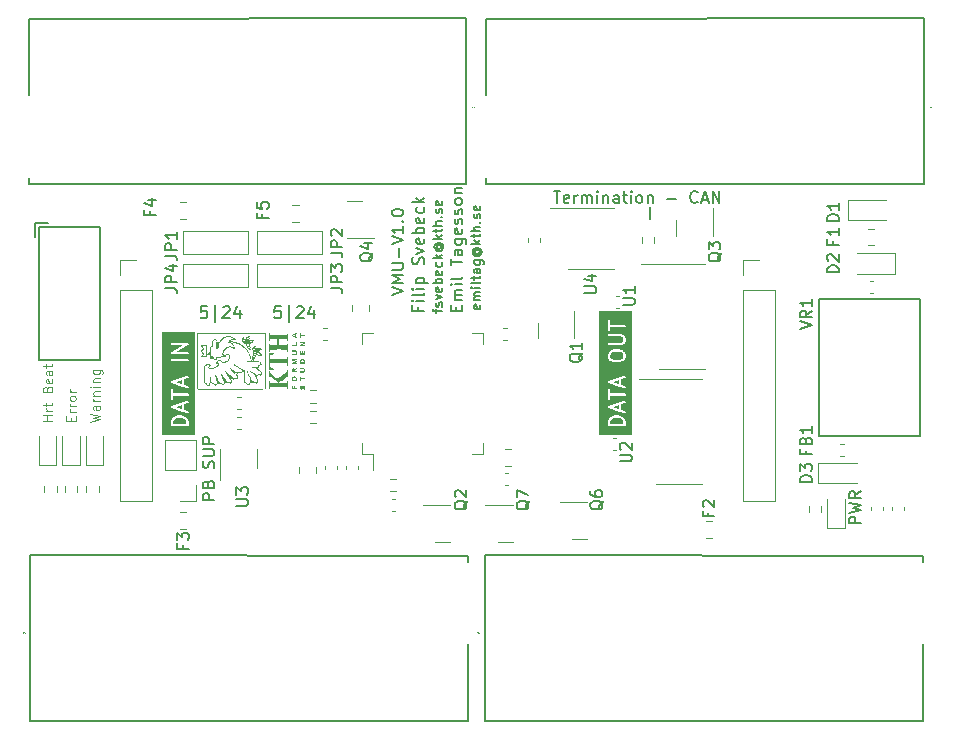
<source format=gbr>
%TF.GenerationSoftware,KiCad,Pcbnew,7.0.1*%
%TF.CreationDate,2024-05-04T11:14:45+02:00*%
%TF.ProjectId,VMU,564d552e-6b69-4636-9164-5f7063625858,rev?*%
%TF.SameCoordinates,Original*%
%TF.FileFunction,Legend,Top*%
%TF.FilePolarity,Positive*%
%FSLAX46Y46*%
G04 Gerber Fmt 4.6, Leading zero omitted, Abs format (unit mm)*
G04 Created by KiCad (PCBNEW 7.0.1) date 2024-05-04 11:14:45*
%MOMM*%
%LPD*%
G01*
G04 APERTURE LIST*
%ADD10C,0.150000*%
%ADD11C,0.100000*%
%ADD12C,0.200000*%
%ADD13C,0.120000*%
G04 APERTURE END LIST*
D10*
X162127619Y-115261904D02*
X161127619Y-115261904D01*
X161127619Y-115261904D02*
X161127619Y-114880952D01*
X161127619Y-114880952D02*
X161175238Y-114785714D01*
X161175238Y-114785714D02*
X161222857Y-114738095D01*
X161222857Y-114738095D02*
X161318095Y-114690476D01*
X161318095Y-114690476D02*
X161460952Y-114690476D01*
X161460952Y-114690476D02*
X161556190Y-114738095D01*
X161556190Y-114738095D02*
X161603809Y-114785714D01*
X161603809Y-114785714D02*
X161651428Y-114880952D01*
X161651428Y-114880952D02*
X161651428Y-115261904D01*
X161127619Y-114357142D02*
X162127619Y-114119047D01*
X162127619Y-114119047D02*
X161413333Y-113928571D01*
X161413333Y-113928571D02*
X162127619Y-113738095D01*
X162127619Y-113738095D02*
X161127619Y-113500000D01*
X162127619Y-112547619D02*
X161651428Y-112880952D01*
X162127619Y-113119047D02*
X161127619Y-113119047D01*
X161127619Y-113119047D02*
X161127619Y-112738095D01*
X161127619Y-112738095D02*
X161175238Y-112642857D01*
X161175238Y-112642857D02*
X161222857Y-112595238D01*
X161222857Y-112595238D02*
X161318095Y-112547619D01*
X161318095Y-112547619D02*
X161460952Y-112547619D01*
X161460952Y-112547619D02*
X161556190Y-112595238D01*
X161556190Y-112595238D02*
X161603809Y-112642857D01*
X161603809Y-112642857D02*
X161651428Y-112738095D01*
X161651428Y-112738095D02*
X161651428Y-113119047D01*
X107377619Y-113261904D02*
X106377619Y-113261904D01*
X106377619Y-113261904D02*
X106377619Y-112880952D01*
X106377619Y-112880952D02*
X106425238Y-112785714D01*
X106425238Y-112785714D02*
X106472857Y-112738095D01*
X106472857Y-112738095D02*
X106568095Y-112690476D01*
X106568095Y-112690476D02*
X106710952Y-112690476D01*
X106710952Y-112690476D02*
X106806190Y-112738095D01*
X106806190Y-112738095D02*
X106853809Y-112785714D01*
X106853809Y-112785714D02*
X106901428Y-112880952D01*
X106901428Y-112880952D02*
X106901428Y-113261904D01*
X106853809Y-111928571D02*
X106901428Y-111785714D01*
X106901428Y-111785714D02*
X106949047Y-111738095D01*
X106949047Y-111738095D02*
X107044285Y-111690476D01*
X107044285Y-111690476D02*
X107187142Y-111690476D01*
X107187142Y-111690476D02*
X107282380Y-111738095D01*
X107282380Y-111738095D02*
X107330000Y-111785714D01*
X107330000Y-111785714D02*
X107377619Y-111880952D01*
X107377619Y-111880952D02*
X107377619Y-112261904D01*
X107377619Y-112261904D02*
X106377619Y-112261904D01*
X106377619Y-112261904D02*
X106377619Y-111928571D01*
X106377619Y-111928571D02*
X106425238Y-111833333D01*
X106425238Y-111833333D02*
X106472857Y-111785714D01*
X106472857Y-111785714D02*
X106568095Y-111738095D01*
X106568095Y-111738095D02*
X106663333Y-111738095D01*
X106663333Y-111738095D02*
X106758571Y-111785714D01*
X106758571Y-111785714D02*
X106806190Y-111833333D01*
X106806190Y-111833333D02*
X106853809Y-111928571D01*
X106853809Y-111928571D02*
X106853809Y-112261904D01*
X107330000Y-110547618D02*
X107377619Y-110404761D01*
X107377619Y-110404761D02*
X107377619Y-110166666D01*
X107377619Y-110166666D02*
X107330000Y-110071428D01*
X107330000Y-110071428D02*
X107282380Y-110023809D01*
X107282380Y-110023809D02*
X107187142Y-109976190D01*
X107187142Y-109976190D02*
X107091904Y-109976190D01*
X107091904Y-109976190D02*
X106996666Y-110023809D01*
X106996666Y-110023809D02*
X106949047Y-110071428D01*
X106949047Y-110071428D02*
X106901428Y-110166666D01*
X106901428Y-110166666D02*
X106853809Y-110357142D01*
X106853809Y-110357142D02*
X106806190Y-110452380D01*
X106806190Y-110452380D02*
X106758571Y-110499999D01*
X106758571Y-110499999D02*
X106663333Y-110547618D01*
X106663333Y-110547618D02*
X106568095Y-110547618D01*
X106568095Y-110547618D02*
X106472857Y-110499999D01*
X106472857Y-110499999D02*
X106425238Y-110452380D01*
X106425238Y-110452380D02*
X106377619Y-110357142D01*
X106377619Y-110357142D02*
X106377619Y-110119047D01*
X106377619Y-110119047D02*
X106425238Y-109976190D01*
X106377619Y-109547618D02*
X107187142Y-109547618D01*
X107187142Y-109547618D02*
X107282380Y-109499999D01*
X107282380Y-109499999D02*
X107330000Y-109452380D01*
X107330000Y-109452380D02*
X107377619Y-109357142D01*
X107377619Y-109357142D02*
X107377619Y-109166666D01*
X107377619Y-109166666D02*
X107330000Y-109071428D01*
X107330000Y-109071428D02*
X107282380Y-109023809D01*
X107282380Y-109023809D02*
X107187142Y-108976190D01*
X107187142Y-108976190D02*
X106377619Y-108976190D01*
X107377619Y-108499999D02*
X106377619Y-108499999D01*
X106377619Y-108499999D02*
X106377619Y-108119047D01*
X106377619Y-108119047D02*
X106425238Y-108023809D01*
X106425238Y-108023809D02*
X106472857Y-107976190D01*
X106472857Y-107976190D02*
X106568095Y-107928571D01*
X106568095Y-107928571D02*
X106710952Y-107928571D01*
X106710952Y-107928571D02*
X106806190Y-107976190D01*
X106806190Y-107976190D02*
X106853809Y-108023809D01*
X106853809Y-108023809D02*
X106901428Y-108119047D01*
X106901428Y-108119047D02*
X106901428Y-108499999D01*
D11*
X96852095Y-106635714D02*
X97652095Y-106445238D01*
X97652095Y-106445238D02*
X97080666Y-106292857D01*
X97080666Y-106292857D02*
X97652095Y-106140476D01*
X97652095Y-106140476D02*
X96852095Y-105950000D01*
X97652095Y-105302380D02*
X97233047Y-105302380D01*
X97233047Y-105302380D02*
X97156857Y-105340475D01*
X97156857Y-105340475D02*
X97118761Y-105416666D01*
X97118761Y-105416666D02*
X97118761Y-105569047D01*
X97118761Y-105569047D02*
X97156857Y-105645237D01*
X97614000Y-105302380D02*
X97652095Y-105378571D01*
X97652095Y-105378571D02*
X97652095Y-105569047D01*
X97652095Y-105569047D02*
X97614000Y-105645237D01*
X97614000Y-105645237D02*
X97537809Y-105683333D01*
X97537809Y-105683333D02*
X97461619Y-105683333D01*
X97461619Y-105683333D02*
X97385428Y-105645237D01*
X97385428Y-105645237D02*
X97347333Y-105569047D01*
X97347333Y-105569047D02*
X97347333Y-105378571D01*
X97347333Y-105378571D02*
X97309238Y-105302380D01*
X97652095Y-104921427D02*
X97118761Y-104921427D01*
X97271142Y-104921427D02*
X97194952Y-104883332D01*
X97194952Y-104883332D02*
X97156857Y-104845237D01*
X97156857Y-104845237D02*
X97118761Y-104769046D01*
X97118761Y-104769046D02*
X97118761Y-104692856D01*
X97118761Y-104426189D02*
X97652095Y-104426189D01*
X97194952Y-104426189D02*
X97156857Y-104388094D01*
X97156857Y-104388094D02*
X97118761Y-104311904D01*
X97118761Y-104311904D02*
X97118761Y-104197618D01*
X97118761Y-104197618D02*
X97156857Y-104121427D01*
X97156857Y-104121427D02*
X97233047Y-104083332D01*
X97233047Y-104083332D02*
X97652095Y-104083332D01*
X97652095Y-103702379D02*
X97118761Y-103702379D01*
X96852095Y-103702379D02*
X96890190Y-103740475D01*
X96890190Y-103740475D02*
X96928285Y-103702379D01*
X96928285Y-103702379D02*
X96890190Y-103664284D01*
X96890190Y-103664284D02*
X96852095Y-103702379D01*
X96852095Y-103702379D02*
X96928285Y-103702379D01*
X97118761Y-103321427D02*
X97652095Y-103321427D01*
X97194952Y-103321427D02*
X97156857Y-103283332D01*
X97156857Y-103283332D02*
X97118761Y-103207142D01*
X97118761Y-103207142D02*
X97118761Y-103092856D01*
X97118761Y-103092856D02*
X97156857Y-103016665D01*
X97156857Y-103016665D02*
X97233047Y-102978570D01*
X97233047Y-102978570D02*
X97652095Y-102978570D01*
X97118761Y-102254760D02*
X97766380Y-102254760D01*
X97766380Y-102254760D02*
X97842571Y-102292855D01*
X97842571Y-102292855D02*
X97880666Y-102330951D01*
X97880666Y-102330951D02*
X97918761Y-102407141D01*
X97918761Y-102407141D02*
X97918761Y-102521427D01*
X97918761Y-102521427D02*
X97880666Y-102597617D01*
X97614000Y-102254760D02*
X97652095Y-102330951D01*
X97652095Y-102330951D02*
X97652095Y-102483332D01*
X97652095Y-102483332D02*
X97614000Y-102559522D01*
X97614000Y-102559522D02*
X97575904Y-102597617D01*
X97575904Y-102597617D02*
X97499714Y-102635713D01*
X97499714Y-102635713D02*
X97271142Y-102635713D01*
X97271142Y-102635713D02*
X97194952Y-102597617D01*
X97194952Y-102597617D02*
X97156857Y-102559522D01*
X97156857Y-102559522D02*
X97118761Y-102483332D01*
X97118761Y-102483332D02*
X97118761Y-102330951D01*
X97118761Y-102330951D02*
X97156857Y-102254760D01*
X95233047Y-106559523D02*
X95233047Y-106292857D01*
X95652095Y-106178571D02*
X95652095Y-106559523D01*
X95652095Y-106559523D02*
X94852095Y-106559523D01*
X94852095Y-106559523D02*
X94852095Y-106178571D01*
X95652095Y-105835713D02*
X95118761Y-105835713D01*
X95271142Y-105835713D02*
X95194952Y-105797618D01*
X95194952Y-105797618D02*
X95156857Y-105759523D01*
X95156857Y-105759523D02*
X95118761Y-105683332D01*
X95118761Y-105683332D02*
X95118761Y-105607142D01*
X95652095Y-105340475D02*
X95118761Y-105340475D01*
X95271142Y-105340475D02*
X95194952Y-105302380D01*
X95194952Y-105302380D02*
X95156857Y-105264285D01*
X95156857Y-105264285D02*
X95118761Y-105188094D01*
X95118761Y-105188094D02*
X95118761Y-105111904D01*
X95652095Y-104730952D02*
X95614000Y-104807142D01*
X95614000Y-104807142D02*
X95575904Y-104845237D01*
X95575904Y-104845237D02*
X95499714Y-104883333D01*
X95499714Y-104883333D02*
X95271142Y-104883333D01*
X95271142Y-104883333D02*
X95194952Y-104845237D01*
X95194952Y-104845237D02*
X95156857Y-104807142D01*
X95156857Y-104807142D02*
X95118761Y-104730952D01*
X95118761Y-104730952D02*
X95118761Y-104616666D01*
X95118761Y-104616666D02*
X95156857Y-104540475D01*
X95156857Y-104540475D02*
X95194952Y-104502380D01*
X95194952Y-104502380D02*
X95271142Y-104464285D01*
X95271142Y-104464285D02*
X95499714Y-104464285D01*
X95499714Y-104464285D02*
X95575904Y-104502380D01*
X95575904Y-104502380D02*
X95614000Y-104540475D01*
X95614000Y-104540475D02*
X95652095Y-104616666D01*
X95652095Y-104616666D02*
X95652095Y-104730952D01*
X95652095Y-104121427D02*
X95118761Y-104121427D01*
X95271142Y-104121427D02*
X95194952Y-104083332D01*
X95194952Y-104083332D02*
X95156857Y-104045237D01*
X95156857Y-104045237D02*
X95118761Y-103969046D01*
X95118761Y-103969046D02*
X95118761Y-103892856D01*
X93662734Y-106559522D02*
X92862734Y-106559522D01*
X93243686Y-106559522D02*
X93243686Y-106102379D01*
X93662734Y-106102379D02*
X92862734Y-106102379D01*
X93662734Y-105721427D02*
X93129400Y-105721427D01*
X93281781Y-105721427D02*
X93205591Y-105683332D01*
X93205591Y-105683332D02*
X93167496Y-105645237D01*
X93167496Y-105645237D02*
X93129400Y-105569046D01*
X93129400Y-105569046D02*
X93129400Y-105492856D01*
X93129400Y-105340475D02*
X93129400Y-105035713D01*
X92862734Y-105226189D02*
X93548448Y-105226189D01*
X93548448Y-105226189D02*
X93624639Y-105188094D01*
X93624639Y-105188094D02*
X93662734Y-105111904D01*
X93662734Y-105111904D02*
X93662734Y-105035713D01*
X93243686Y-103892856D02*
X93281781Y-103778570D01*
X93281781Y-103778570D02*
X93319877Y-103740475D01*
X93319877Y-103740475D02*
X93396067Y-103702379D01*
X93396067Y-103702379D02*
X93510353Y-103702379D01*
X93510353Y-103702379D02*
X93586543Y-103740475D01*
X93586543Y-103740475D02*
X93624639Y-103778570D01*
X93624639Y-103778570D02*
X93662734Y-103854760D01*
X93662734Y-103854760D02*
X93662734Y-104159522D01*
X93662734Y-104159522D02*
X92862734Y-104159522D01*
X92862734Y-104159522D02*
X92862734Y-103892856D01*
X92862734Y-103892856D02*
X92900829Y-103816665D01*
X92900829Y-103816665D02*
X92938924Y-103778570D01*
X92938924Y-103778570D02*
X93015115Y-103740475D01*
X93015115Y-103740475D02*
X93091305Y-103740475D01*
X93091305Y-103740475D02*
X93167496Y-103778570D01*
X93167496Y-103778570D02*
X93205591Y-103816665D01*
X93205591Y-103816665D02*
X93243686Y-103892856D01*
X93243686Y-103892856D02*
X93243686Y-104159522D01*
X93624639Y-103054760D02*
X93662734Y-103130951D01*
X93662734Y-103130951D02*
X93662734Y-103283332D01*
X93662734Y-103283332D02*
X93624639Y-103359522D01*
X93624639Y-103359522D02*
X93548448Y-103397618D01*
X93548448Y-103397618D02*
X93243686Y-103397618D01*
X93243686Y-103397618D02*
X93167496Y-103359522D01*
X93167496Y-103359522D02*
X93129400Y-103283332D01*
X93129400Y-103283332D02*
X93129400Y-103130951D01*
X93129400Y-103130951D02*
X93167496Y-103054760D01*
X93167496Y-103054760D02*
X93243686Y-103016665D01*
X93243686Y-103016665D02*
X93319877Y-103016665D01*
X93319877Y-103016665D02*
X93396067Y-103397618D01*
X93662734Y-102330951D02*
X93243686Y-102330951D01*
X93243686Y-102330951D02*
X93167496Y-102369046D01*
X93167496Y-102369046D02*
X93129400Y-102445237D01*
X93129400Y-102445237D02*
X93129400Y-102597618D01*
X93129400Y-102597618D02*
X93167496Y-102673808D01*
X93624639Y-102330951D02*
X93662734Y-102407142D01*
X93662734Y-102407142D02*
X93662734Y-102597618D01*
X93662734Y-102597618D02*
X93624639Y-102673808D01*
X93624639Y-102673808D02*
X93548448Y-102711904D01*
X93548448Y-102711904D02*
X93472258Y-102711904D01*
X93472258Y-102711904D02*
X93396067Y-102673808D01*
X93396067Y-102673808D02*
X93357972Y-102597618D01*
X93357972Y-102597618D02*
X93357972Y-102407142D01*
X93357972Y-102407142D02*
X93319877Y-102330951D01*
X93129400Y-102064284D02*
X93129400Y-101759522D01*
X92862734Y-101949998D02*
X93548448Y-101949998D01*
X93548448Y-101949998D02*
X93624639Y-101911903D01*
X93624639Y-101911903D02*
X93662734Y-101835713D01*
X93662734Y-101835713D02*
X93662734Y-101759522D01*
D12*
X144250000Y-89500000D02*
X144250000Y-88500000D01*
G36*
X141746479Y-106353875D02*
G01*
X141845954Y-106403613D01*
X141941596Y-106499255D01*
X141990904Y-106647179D01*
X141990904Y-106840476D01*
X140890904Y-106840476D01*
X140890904Y-106647180D01*
X140940212Y-106499255D01*
X141035854Y-106403613D01*
X141135330Y-106353875D01*
X141360358Y-106297619D01*
X141521450Y-106297619D01*
X141746479Y-106353875D01*
G37*
G36*
X141619476Y-105563638D02*
G01*
X141107131Y-105392857D01*
X141619476Y-105222075D01*
X141619476Y-105563638D01*
G37*
G36*
X141619476Y-103458876D02*
G01*
X141107131Y-103288095D01*
X141619476Y-103117313D01*
X141619476Y-103458876D01*
G37*
G36*
X141854066Y-100778392D02*
G01*
X141946814Y-100871139D01*
X141990904Y-100959320D01*
X141990904Y-101159726D01*
X141946815Y-101247904D01*
X141854065Y-101340655D01*
X141645260Y-101392856D01*
X141236550Y-101392856D01*
X141027743Y-101340655D01*
X140934994Y-101247906D01*
X140890904Y-101159726D01*
X140890904Y-100959320D01*
X140934992Y-100871142D01*
X141027744Y-100778391D01*
X141236549Y-100726190D01*
X141645259Y-100726190D01*
X141854066Y-100778392D01*
G37*
G36*
X142735714Y-107735714D02*
G01*
X139964286Y-107735714D01*
X139964286Y-106955308D01*
X140687743Y-106955308D01*
X140696969Y-106975511D01*
X140703227Y-106996823D01*
X140708977Y-107001805D01*
X140712138Y-107008727D01*
X140730823Y-107020735D01*
X140747609Y-107035280D01*
X140755140Y-107036362D01*
X140761541Y-107040476D01*
X140783750Y-107040476D01*
X140805736Y-107043637D01*
X140812658Y-107040476D01*
X142083750Y-107040476D01*
X142105736Y-107043637D01*
X142125939Y-107034410D01*
X142147251Y-107028153D01*
X142152233Y-107022402D01*
X142159155Y-107019242D01*
X142171163Y-107000556D01*
X142185708Y-106983771D01*
X142186790Y-106976239D01*
X142190904Y-106969839D01*
X142190904Y-106947630D01*
X142194065Y-106925644D01*
X142190904Y-106918722D01*
X142190904Y-106643493D01*
X142195058Y-106627186D01*
X142186345Y-106601049D01*
X142178581Y-106574605D01*
X142177104Y-106573325D01*
X142125573Y-106418731D01*
X142120474Y-106395290D01*
X142106021Y-106380837D01*
X142094359Y-106364057D01*
X142085629Y-106360445D01*
X141984767Y-106259584D01*
X141976175Y-106245117D01*
X141951530Y-106232794D01*
X141927344Y-106219588D01*
X141925395Y-106219727D01*
X141842034Y-106178047D01*
X141834120Y-106169630D01*
X141816280Y-106165170D01*
X141813240Y-106163650D01*
X141802387Y-106161696D01*
X141573980Y-106104595D01*
X141563124Y-106097619D01*
X141546073Y-106097619D01*
X141544065Y-106097117D01*
X141531719Y-106097619D01*
X141364506Y-106097619D01*
X141352280Y-106093483D01*
X141335736Y-106097619D01*
X141333668Y-106097619D01*
X141321819Y-106101097D01*
X141093453Y-106158188D01*
X141081969Y-106156949D01*
X141065525Y-106165170D01*
X141062225Y-106165996D01*
X141052708Y-106171579D01*
X140943113Y-106226377D01*
X140926671Y-106229954D01*
X140907187Y-106249437D01*
X140887010Y-106268207D01*
X140886526Y-106270099D01*
X140785907Y-106370718D01*
X140767226Y-106385759D01*
X140760763Y-106405147D01*
X140750969Y-106423084D01*
X140751642Y-106432508D01*
X140700001Y-106587433D01*
X140690904Y-106601589D01*
X140690904Y-106629144D01*
X140689908Y-106656681D01*
X140690904Y-106658361D01*
X140690904Y-106933322D01*
X140687743Y-106955308D01*
X139964286Y-106955308D01*
X139964286Y-105381763D01*
X140687274Y-105381763D01*
X140691857Y-105407099D01*
X140694597Y-105432698D01*
X140697035Y-105435726D01*
X140697727Y-105439550D01*
X140715277Y-105458383D01*
X140731425Y-105478440D01*
X140735111Y-105479668D01*
X140737763Y-105482514D01*
X140762720Y-105488871D01*
X141669005Y-105790966D01*
X141676181Y-105797184D01*
X141696363Y-105800085D01*
X142072922Y-105925605D01*
X142116633Y-105927186D01*
X142167152Y-105897243D01*
X142193461Y-105844741D01*
X142187211Y-105786349D01*
X142150383Y-105740607D01*
X141819476Y-105630305D01*
X141819476Y-105155408D01*
X142136168Y-105049844D01*
X142172086Y-105024882D01*
X142194535Y-104970616D01*
X142184081Y-104912830D01*
X142144046Y-104869866D01*
X142087138Y-104855369D01*
X141710293Y-104980984D01*
X141704644Y-104980172D01*
X141682791Y-104990151D01*
X140776442Y-105292268D01*
X140765174Y-105291861D01*
X140749122Y-105301375D01*
X140745640Y-105302536D01*
X140736808Y-105308673D01*
X140714656Y-105321804D01*
X140712914Y-105325280D01*
X140709723Y-105327498D01*
X140699880Y-105351289D01*
X140688347Y-105374306D01*
X140688760Y-105378169D01*
X140687274Y-105381763D01*
X139964286Y-105381763D01*
X139964286Y-104355307D01*
X140687743Y-104355307D01*
X140690904Y-104362229D01*
X140690904Y-104726283D01*
X140703227Y-104768251D01*
X140747609Y-104806708D01*
X140805736Y-104815065D01*
X140859155Y-104790670D01*
X140890904Y-104741267D01*
X140890904Y-104440475D01*
X142105283Y-104440475D01*
X142147251Y-104428152D01*
X142185708Y-104383770D01*
X142194065Y-104325643D01*
X142169670Y-104272224D01*
X142120267Y-104240475D01*
X140890904Y-104240475D01*
X140890904Y-103954668D01*
X140878581Y-103912700D01*
X140834199Y-103874243D01*
X140776072Y-103865886D01*
X140722653Y-103890281D01*
X140690904Y-103939684D01*
X140690904Y-104333321D01*
X140687743Y-104355307D01*
X139964286Y-104355307D01*
X139964286Y-103277001D01*
X140687274Y-103277001D01*
X140691857Y-103302337D01*
X140694597Y-103327936D01*
X140697035Y-103330964D01*
X140697727Y-103334788D01*
X140715277Y-103353621D01*
X140731425Y-103373678D01*
X140735111Y-103374906D01*
X140737763Y-103377752D01*
X140762720Y-103384109D01*
X141669005Y-103686204D01*
X141676181Y-103692422D01*
X141696363Y-103695323D01*
X142072922Y-103820843D01*
X142116633Y-103822424D01*
X142167152Y-103792481D01*
X142193461Y-103739979D01*
X142187211Y-103681587D01*
X142150383Y-103635845D01*
X141819476Y-103525543D01*
X141819476Y-103050646D01*
X142136168Y-102945082D01*
X142172086Y-102920120D01*
X142194535Y-102865854D01*
X142184081Y-102808068D01*
X142144046Y-102765104D01*
X142087138Y-102750607D01*
X141710293Y-102876222D01*
X141704644Y-102875410D01*
X141682791Y-102885389D01*
X140776442Y-103187506D01*
X140765174Y-103187099D01*
X140749122Y-103196613D01*
X140745640Y-103197774D01*
X140736808Y-103203911D01*
X140714656Y-103217042D01*
X140712914Y-103220518D01*
X140709723Y-103222736D01*
X140699880Y-103246527D01*
X140688347Y-103269544D01*
X140688760Y-103273407D01*
X140687274Y-103277001D01*
X139964286Y-103277001D01*
X139964286Y-100946902D01*
X140687284Y-100946902D01*
X140690904Y-100955630D01*
X140690904Y-101177949D01*
X140688330Y-101201792D01*
X140697468Y-101220069D01*
X140703227Y-101239680D01*
X140710367Y-101245867D01*
X140757759Y-101340649D01*
X140761336Y-101357090D01*
X140780807Y-101376561D01*
X140799588Y-101396751D01*
X140801481Y-101397235D01*
X140904804Y-101500558D01*
X140923879Y-101520845D01*
X140939936Y-101524859D01*
X140954465Y-101532793D01*
X140967843Y-101531836D01*
X141184018Y-101585878D01*
X141194875Y-101592856D01*
X141211927Y-101592856D01*
X141213935Y-101593358D01*
X141226281Y-101592856D01*
X141641112Y-101592856D01*
X141653338Y-101596992D01*
X141669882Y-101592856D01*
X141671950Y-101592856D01*
X141683798Y-101589377D01*
X141927943Y-101528341D01*
X141955138Y-101522425D01*
X141966840Y-101510722D01*
X141981120Y-101502345D01*
X141987182Y-101490380D01*
X142090844Y-101386718D01*
X142105311Y-101378126D01*
X142117623Y-101353501D01*
X142130841Y-101329296D01*
X142130701Y-101327344D01*
X142177936Y-101232873D01*
X142190904Y-101212696D01*
X142190904Y-101192260D01*
X142194524Y-101172145D01*
X142190904Y-101163417D01*
X142190904Y-100941096D01*
X142193478Y-100917256D01*
X142184339Y-100898978D01*
X142178581Y-100879367D01*
X142171440Y-100873179D01*
X142124049Y-100778395D01*
X142120473Y-100761956D01*
X142101004Y-100742487D01*
X142082222Y-100722296D01*
X142080328Y-100721811D01*
X141977011Y-100618495D01*
X141957930Y-100598202D01*
X141941869Y-100594186D01*
X141927343Y-100586255D01*
X141913968Y-100587211D01*
X141697790Y-100533166D01*
X141686934Y-100526190D01*
X141669883Y-100526190D01*
X141667875Y-100525688D01*
X141655529Y-100526190D01*
X141240697Y-100526190D01*
X141228471Y-100522054D01*
X141211927Y-100526190D01*
X141209859Y-100526190D01*
X141198008Y-100529669D01*
X140953876Y-100590702D01*
X140926671Y-100596621D01*
X140914965Y-100608326D01*
X140900690Y-100616702D01*
X140894629Y-100628662D01*
X140790963Y-100732327D01*
X140776498Y-100740919D01*
X140764179Y-100765556D01*
X140750969Y-100789750D01*
X140751108Y-100791698D01*
X140703871Y-100886173D01*
X140690904Y-100906351D01*
X140690904Y-100926787D01*
X140687284Y-100946902D01*
X139964286Y-100946902D01*
X139964286Y-100083879D01*
X140687743Y-100083879D01*
X140712138Y-100137298D01*
X140761541Y-100169047D01*
X141837900Y-100169047D01*
X141861743Y-100171621D01*
X141880019Y-100162482D01*
X141899632Y-100156724D01*
X141905819Y-100149582D01*
X142000602Y-100102191D01*
X142017043Y-100098615D01*
X142036514Y-100079143D01*
X142056704Y-100060363D01*
X142057188Y-100058469D01*
X142090844Y-100024813D01*
X142105311Y-100016221D01*
X142117627Y-99991588D01*
X142130840Y-99967391D01*
X142130700Y-99965441D01*
X142177936Y-99870968D01*
X142190904Y-99850791D01*
X142190904Y-99830355D01*
X142194524Y-99810240D01*
X142190904Y-99801512D01*
X142190904Y-99579191D01*
X142193478Y-99555351D01*
X142184339Y-99537073D01*
X142178581Y-99517462D01*
X142171440Y-99511274D01*
X142124050Y-99416493D01*
X142120474Y-99400051D01*
X142100992Y-99380569D01*
X142082222Y-99360391D01*
X142080329Y-99359907D01*
X142046672Y-99326250D01*
X142038079Y-99311782D01*
X142013429Y-99299457D01*
X141989249Y-99286254D01*
X141987300Y-99286393D01*
X141892824Y-99239156D01*
X141872648Y-99226190D01*
X141852212Y-99226190D01*
X141832096Y-99222570D01*
X141823368Y-99226190D01*
X140776525Y-99226190D01*
X140734557Y-99238513D01*
X140696100Y-99282895D01*
X140687743Y-99341022D01*
X140712138Y-99394441D01*
X140761541Y-99426190D01*
X141819678Y-99426190D01*
X141907859Y-99470279D01*
X141946814Y-99509234D01*
X141990904Y-99597415D01*
X141990904Y-99797821D01*
X141946815Y-99886000D01*
X141907858Y-99924957D01*
X141819679Y-99969047D01*
X140776525Y-99969047D01*
X140734557Y-99981370D01*
X140696100Y-100025752D01*
X140687743Y-100083879D01*
X139964286Y-100083879D01*
X139964286Y-98536259D01*
X140687743Y-98536259D01*
X140690904Y-98543181D01*
X140690904Y-98907235D01*
X140703227Y-98949203D01*
X140747609Y-98987660D01*
X140805736Y-98996017D01*
X140859155Y-98971622D01*
X140890904Y-98922219D01*
X140890904Y-98621427D01*
X142105283Y-98621427D01*
X142147251Y-98609104D01*
X142185708Y-98564722D01*
X142194065Y-98506595D01*
X142169670Y-98453176D01*
X142120267Y-98421427D01*
X140890904Y-98421427D01*
X140890904Y-98135620D01*
X140878581Y-98093652D01*
X140834199Y-98055195D01*
X140776072Y-98046838D01*
X140722653Y-98071233D01*
X140690904Y-98120636D01*
X140690904Y-98514273D01*
X140687743Y-98536259D01*
X139964286Y-98536259D01*
X139964286Y-97300476D01*
X142735714Y-97300476D01*
X142735714Y-107735714D01*
G37*
D10*
X106726190Y-96877619D02*
X106250000Y-96877619D01*
X106250000Y-96877619D02*
X106202381Y-97353809D01*
X106202381Y-97353809D02*
X106250000Y-97306190D01*
X106250000Y-97306190D02*
X106345238Y-97258571D01*
X106345238Y-97258571D02*
X106583333Y-97258571D01*
X106583333Y-97258571D02*
X106678571Y-97306190D01*
X106678571Y-97306190D02*
X106726190Y-97353809D01*
X106726190Y-97353809D02*
X106773809Y-97449047D01*
X106773809Y-97449047D02*
X106773809Y-97687142D01*
X106773809Y-97687142D02*
X106726190Y-97782380D01*
X106726190Y-97782380D02*
X106678571Y-97830000D01*
X106678571Y-97830000D02*
X106583333Y-97877619D01*
X106583333Y-97877619D02*
X106345238Y-97877619D01*
X106345238Y-97877619D02*
X106250000Y-97830000D01*
X106250000Y-97830000D02*
X106202381Y-97782380D01*
X107440476Y-98210952D02*
X107440476Y-96782380D01*
X108107143Y-96972857D02*
X108154762Y-96925238D01*
X108154762Y-96925238D02*
X108250000Y-96877619D01*
X108250000Y-96877619D02*
X108488095Y-96877619D01*
X108488095Y-96877619D02*
X108583333Y-96925238D01*
X108583333Y-96925238D02*
X108630952Y-96972857D01*
X108630952Y-96972857D02*
X108678571Y-97068095D01*
X108678571Y-97068095D02*
X108678571Y-97163333D01*
X108678571Y-97163333D02*
X108630952Y-97306190D01*
X108630952Y-97306190D02*
X108059524Y-97877619D01*
X108059524Y-97877619D02*
X108678571Y-97877619D01*
X109535714Y-97210952D02*
X109535714Y-97877619D01*
X109297619Y-96830000D02*
X109059524Y-97544285D01*
X109059524Y-97544285D02*
X109678571Y-97544285D01*
X124613809Y-96928571D02*
X124613809Y-97261904D01*
X125137619Y-97261904D02*
X124137619Y-97261904D01*
X124137619Y-97261904D02*
X124137619Y-96785714D01*
X125137619Y-96404761D02*
X124470952Y-96404761D01*
X124137619Y-96404761D02*
X124185238Y-96452380D01*
X124185238Y-96452380D02*
X124232857Y-96404761D01*
X124232857Y-96404761D02*
X124185238Y-96357142D01*
X124185238Y-96357142D02*
X124137619Y-96404761D01*
X124137619Y-96404761D02*
X124232857Y-96404761D01*
X125137619Y-95785714D02*
X125090000Y-95880952D01*
X125090000Y-95880952D02*
X124994761Y-95928571D01*
X124994761Y-95928571D02*
X124137619Y-95928571D01*
X125137619Y-95404761D02*
X124470952Y-95404761D01*
X124137619Y-95404761D02*
X124185238Y-95452380D01*
X124185238Y-95452380D02*
X124232857Y-95404761D01*
X124232857Y-95404761D02*
X124185238Y-95357142D01*
X124185238Y-95357142D02*
X124137619Y-95404761D01*
X124137619Y-95404761D02*
X124232857Y-95404761D01*
X124470952Y-94928571D02*
X125470952Y-94928571D01*
X124518571Y-94928571D02*
X124470952Y-94833333D01*
X124470952Y-94833333D02*
X124470952Y-94642857D01*
X124470952Y-94642857D02*
X124518571Y-94547619D01*
X124518571Y-94547619D02*
X124566190Y-94500000D01*
X124566190Y-94500000D02*
X124661428Y-94452381D01*
X124661428Y-94452381D02*
X124947142Y-94452381D01*
X124947142Y-94452381D02*
X125042380Y-94500000D01*
X125042380Y-94500000D02*
X125090000Y-94547619D01*
X125090000Y-94547619D02*
X125137619Y-94642857D01*
X125137619Y-94642857D02*
X125137619Y-94833333D01*
X125137619Y-94833333D02*
X125090000Y-94928571D01*
X125090000Y-93309523D02*
X125137619Y-93166666D01*
X125137619Y-93166666D02*
X125137619Y-92928571D01*
X125137619Y-92928571D02*
X125090000Y-92833333D01*
X125090000Y-92833333D02*
X125042380Y-92785714D01*
X125042380Y-92785714D02*
X124947142Y-92738095D01*
X124947142Y-92738095D02*
X124851904Y-92738095D01*
X124851904Y-92738095D02*
X124756666Y-92785714D01*
X124756666Y-92785714D02*
X124709047Y-92833333D01*
X124709047Y-92833333D02*
X124661428Y-92928571D01*
X124661428Y-92928571D02*
X124613809Y-93119047D01*
X124613809Y-93119047D02*
X124566190Y-93214285D01*
X124566190Y-93214285D02*
X124518571Y-93261904D01*
X124518571Y-93261904D02*
X124423333Y-93309523D01*
X124423333Y-93309523D02*
X124328095Y-93309523D01*
X124328095Y-93309523D02*
X124232857Y-93261904D01*
X124232857Y-93261904D02*
X124185238Y-93214285D01*
X124185238Y-93214285D02*
X124137619Y-93119047D01*
X124137619Y-93119047D02*
X124137619Y-92880952D01*
X124137619Y-92880952D02*
X124185238Y-92738095D01*
X124470952Y-92404761D02*
X125137619Y-92166666D01*
X125137619Y-92166666D02*
X124470952Y-91928571D01*
X125090000Y-91166666D02*
X125137619Y-91261904D01*
X125137619Y-91261904D02*
X125137619Y-91452380D01*
X125137619Y-91452380D02*
X125090000Y-91547618D01*
X125090000Y-91547618D02*
X124994761Y-91595237D01*
X124994761Y-91595237D02*
X124613809Y-91595237D01*
X124613809Y-91595237D02*
X124518571Y-91547618D01*
X124518571Y-91547618D02*
X124470952Y-91452380D01*
X124470952Y-91452380D02*
X124470952Y-91261904D01*
X124470952Y-91261904D02*
X124518571Y-91166666D01*
X124518571Y-91166666D02*
X124613809Y-91119047D01*
X124613809Y-91119047D02*
X124709047Y-91119047D01*
X124709047Y-91119047D02*
X124804285Y-91595237D01*
X125137619Y-90690475D02*
X124137619Y-90690475D01*
X124518571Y-90690475D02*
X124470952Y-90595237D01*
X124470952Y-90595237D02*
X124470952Y-90404761D01*
X124470952Y-90404761D02*
X124518571Y-90309523D01*
X124518571Y-90309523D02*
X124566190Y-90261904D01*
X124566190Y-90261904D02*
X124661428Y-90214285D01*
X124661428Y-90214285D02*
X124947142Y-90214285D01*
X124947142Y-90214285D02*
X125042380Y-90261904D01*
X125042380Y-90261904D02*
X125090000Y-90309523D01*
X125090000Y-90309523D02*
X125137619Y-90404761D01*
X125137619Y-90404761D02*
X125137619Y-90595237D01*
X125137619Y-90595237D02*
X125090000Y-90690475D01*
X125090000Y-89404761D02*
X125137619Y-89499999D01*
X125137619Y-89499999D02*
X125137619Y-89690475D01*
X125137619Y-89690475D02*
X125090000Y-89785713D01*
X125090000Y-89785713D02*
X124994761Y-89833332D01*
X124994761Y-89833332D02*
X124613809Y-89833332D01*
X124613809Y-89833332D02*
X124518571Y-89785713D01*
X124518571Y-89785713D02*
X124470952Y-89690475D01*
X124470952Y-89690475D02*
X124470952Y-89499999D01*
X124470952Y-89499999D02*
X124518571Y-89404761D01*
X124518571Y-89404761D02*
X124613809Y-89357142D01*
X124613809Y-89357142D02*
X124709047Y-89357142D01*
X124709047Y-89357142D02*
X124804285Y-89833332D01*
X125090000Y-88499999D02*
X125137619Y-88595237D01*
X125137619Y-88595237D02*
X125137619Y-88785713D01*
X125137619Y-88785713D02*
X125090000Y-88880951D01*
X125090000Y-88880951D02*
X125042380Y-88928570D01*
X125042380Y-88928570D02*
X124947142Y-88976189D01*
X124947142Y-88976189D02*
X124661428Y-88976189D01*
X124661428Y-88976189D02*
X124566190Y-88928570D01*
X124566190Y-88928570D02*
X124518571Y-88880951D01*
X124518571Y-88880951D02*
X124470952Y-88785713D01*
X124470952Y-88785713D02*
X124470952Y-88595237D01*
X124470952Y-88595237D02*
X124518571Y-88499999D01*
X125137619Y-88071427D02*
X124137619Y-88071427D01*
X124756666Y-87976189D02*
X125137619Y-87690475D01*
X124470952Y-87690475D02*
X124851904Y-88071427D01*
X127853809Y-97261904D02*
X127853809Y-96928571D01*
X128377619Y-96785714D02*
X128377619Y-97261904D01*
X128377619Y-97261904D02*
X127377619Y-97261904D01*
X127377619Y-97261904D02*
X127377619Y-96785714D01*
X128377619Y-96357142D02*
X127710952Y-96357142D01*
X127806190Y-96357142D02*
X127758571Y-96309523D01*
X127758571Y-96309523D02*
X127710952Y-96214285D01*
X127710952Y-96214285D02*
X127710952Y-96071428D01*
X127710952Y-96071428D02*
X127758571Y-95976190D01*
X127758571Y-95976190D02*
X127853809Y-95928571D01*
X127853809Y-95928571D02*
X128377619Y-95928571D01*
X127853809Y-95928571D02*
X127758571Y-95880952D01*
X127758571Y-95880952D02*
X127710952Y-95785714D01*
X127710952Y-95785714D02*
X127710952Y-95642857D01*
X127710952Y-95642857D02*
X127758571Y-95547618D01*
X127758571Y-95547618D02*
X127853809Y-95499999D01*
X127853809Y-95499999D02*
X128377619Y-95499999D01*
X128377619Y-95023809D02*
X127710952Y-95023809D01*
X127377619Y-95023809D02*
X127425238Y-95071428D01*
X127425238Y-95071428D02*
X127472857Y-95023809D01*
X127472857Y-95023809D02*
X127425238Y-94976190D01*
X127425238Y-94976190D02*
X127377619Y-95023809D01*
X127377619Y-95023809D02*
X127472857Y-95023809D01*
X128377619Y-94404762D02*
X128330000Y-94500000D01*
X128330000Y-94500000D02*
X128234761Y-94547619D01*
X128234761Y-94547619D02*
X127377619Y-94547619D01*
X127377619Y-93404761D02*
X127377619Y-92833333D01*
X128377619Y-93119047D02*
X127377619Y-93119047D01*
X128377619Y-92071428D02*
X127853809Y-92071428D01*
X127853809Y-92071428D02*
X127758571Y-92119047D01*
X127758571Y-92119047D02*
X127710952Y-92214285D01*
X127710952Y-92214285D02*
X127710952Y-92404761D01*
X127710952Y-92404761D02*
X127758571Y-92499999D01*
X128330000Y-92071428D02*
X128377619Y-92166666D01*
X128377619Y-92166666D02*
X128377619Y-92404761D01*
X128377619Y-92404761D02*
X128330000Y-92499999D01*
X128330000Y-92499999D02*
X128234761Y-92547618D01*
X128234761Y-92547618D02*
X128139523Y-92547618D01*
X128139523Y-92547618D02*
X128044285Y-92499999D01*
X128044285Y-92499999D02*
X127996666Y-92404761D01*
X127996666Y-92404761D02*
X127996666Y-92166666D01*
X127996666Y-92166666D02*
X127949047Y-92071428D01*
X127710952Y-91166666D02*
X128520476Y-91166666D01*
X128520476Y-91166666D02*
X128615714Y-91214285D01*
X128615714Y-91214285D02*
X128663333Y-91261904D01*
X128663333Y-91261904D02*
X128710952Y-91357142D01*
X128710952Y-91357142D02*
X128710952Y-91499999D01*
X128710952Y-91499999D02*
X128663333Y-91595237D01*
X128330000Y-91166666D02*
X128377619Y-91261904D01*
X128377619Y-91261904D02*
X128377619Y-91452380D01*
X128377619Y-91452380D02*
X128330000Y-91547618D01*
X128330000Y-91547618D02*
X128282380Y-91595237D01*
X128282380Y-91595237D02*
X128187142Y-91642856D01*
X128187142Y-91642856D02*
X127901428Y-91642856D01*
X127901428Y-91642856D02*
X127806190Y-91595237D01*
X127806190Y-91595237D02*
X127758571Y-91547618D01*
X127758571Y-91547618D02*
X127710952Y-91452380D01*
X127710952Y-91452380D02*
X127710952Y-91261904D01*
X127710952Y-91261904D02*
X127758571Y-91166666D01*
X128330000Y-90309523D02*
X128377619Y-90404761D01*
X128377619Y-90404761D02*
X128377619Y-90595237D01*
X128377619Y-90595237D02*
X128330000Y-90690475D01*
X128330000Y-90690475D02*
X128234761Y-90738094D01*
X128234761Y-90738094D02*
X127853809Y-90738094D01*
X127853809Y-90738094D02*
X127758571Y-90690475D01*
X127758571Y-90690475D02*
X127710952Y-90595237D01*
X127710952Y-90595237D02*
X127710952Y-90404761D01*
X127710952Y-90404761D02*
X127758571Y-90309523D01*
X127758571Y-90309523D02*
X127853809Y-90261904D01*
X127853809Y-90261904D02*
X127949047Y-90261904D01*
X127949047Y-90261904D02*
X128044285Y-90738094D01*
X128330000Y-89880951D02*
X128377619Y-89785713D01*
X128377619Y-89785713D02*
X128377619Y-89595237D01*
X128377619Y-89595237D02*
X128330000Y-89499999D01*
X128330000Y-89499999D02*
X128234761Y-89452380D01*
X128234761Y-89452380D02*
X128187142Y-89452380D01*
X128187142Y-89452380D02*
X128091904Y-89499999D01*
X128091904Y-89499999D02*
X128044285Y-89595237D01*
X128044285Y-89595237D02*
X128044285Y-89738094D01*
X128044285Y-89738094D02*
X127996666Y-89833332D01*
X127996666Y-89833332D02*
X127901428Y-89880951D01*
X127901428Y-89880951D02*
X127853809Y-89880951D01*
X127853809Y-89880951D02*
X127758571Y-89833332D01*
X127758571Y-89833332D02*
X127710952Y-89738094D01*
X127710952Y-89738094D02*
X127710952Y-89595237D01*
X127710952Y-89595237D02*
X127758571Y-89499999D01*
X128330000Y-89071427D02*
X128377619Y-88976189D01*
X128377619Y-88976189D02*
X128377619Y-88785713D01*
X128377619Y-88785713D02*
X128330000Y-88690475D01*
X128330000Y-88690475D02*
X128234761Y-88642856D01*
X128234761Y-88642856D02*
X128187142Y-88642856D01*
X128187142Y-88642856D02*
X128091904Y-88690475D01*
X128091904Y-88690475D02*
X128044285Y-88785713D01*
X128044285Y-88785713D02*
X128044285Y-88928570D01*
X128044285Y-88928570D02*
X127996666Y-89023808D01*
X127996666Y-89023808D02*
X127901428Y-89071427D01*
X127901428Y-89071427D02*
X127853809Y-89071427D01*
X127853809Y-89071427D02*
X127758571Y-89023808D01*
X127758571Y-89023808D02*
X127710952Y-88928570D01*
X127710952Y-88928570D02*
X127710952Y-88785713D01*
X127710952Y-88785713D02*
X127758571Y-88690475D01*
X128377619Y-88071427D02*
X128330000Y-88166665D01*
X128330000Y-88166665D02*
X128282380Y-88214284D01*
X128282380Y-88214284D02*
X128187142Y-88261903D01*
X128187142Y-88261903D02*
X127901428Y-88261903D01*
X127901428Y-88261903D02*
X127806190Y-88214284D01*
X127806190Y-88214284D02*
X127758571Y-88166665D01*
X127758571Y-88166665D02*
X127710952Y-88071427D01*
X127710952Y-88071427D02*
X127710952Y-87928570D01*
X127710952Y-87928570D02*
X127758571Y-87833332D01*
X127758571Y-87833332D02*
X127806190Y-87785713D01*
X127806190Y-87785713D02*
X127901428Y-87738094D01*
X127901428Y-87738094D02*
X128187142Y-87738094D01*
X128187142Y-87738094D02*
X128282380Y-87785713D01*
X128282380Y-87785713D02*
X128330000Y-87833332D01*
X128330000Y-87833332D02*
X128377619Y-87928570D01*
X128377619Y-87928570D02*
X128377619Y-88071427D01*
X127710952Y-87309522D02*
X128377619Y-87309522D01*
X127806190Y-87309522D02*
X127758571Y-87261903D01*
X127758571Y-87261903D02*
X127710952Y-87166665D01*
X127710952Y-87166665D02*
X127710952Y-87023808D01*
X127710952Y-87023808D02*
X127758571Y-86928570D01*
X127758571Y-86928570D02*
X127853809Y-86880951D01*
X127853809Y-86880951D02*
X128377619Y-86880951D01*
X112976190Y-96877619D02*
X112500000Y-96877619D01*
X112500000Y-96877619D02*
X112452381Y-97353809D01*
X112452381Y-97353809D02*
X112500000Y-97306190D01*
X112500000Y-97306190D02*
X112595238Y-97258571D01*
X112595238Y-97258571D02*
X112833333Y-97258571D01*
X112833333Y-97258571D02*
X112928571Y-97306190D01*
X112928571Y-97306190D02*
X112976190Y-97353809D01*
X112976190Y-97353809D02*
X113023809Y-97449047D01*
X113023809Y-97449047D02*
X113023809Y-97687142D01*
X113023809Y-97687142D02*
X112976190Y-97782380D01*
X112976190Y-97782380D02*
X112928571Y-97830000D01*
X112928571Y-97830000D02*
X112833333Y-97877619D01*
X112833333Y-97877619D02*
X112595238Y-97877619D01*
X112595238Y-97877619D02*
X112500000Y-97830000D01*
X112500000Y-97830000D02*
X112452381Y-97782380D01*
X113690476Y-98210952D02*
X113690476Y-96782380D01*
X114357143Y-96972857D02*
X114404762Y-96925238D01*
X114404762Y-96925238D02*
X114500000Y-96877619D01*
X114500000Y-96877619D02*
X114738095Y-96877619D01*
X114738095Y-96877619D02*
X114833333Y-96925238D01*
X114833333Y-96925238D02*
X114880952Y-96972857D01*
X114880952Y-96972857D02*
X114928571Y-97068095D01*
X114928571Y-97068095D02*
X114928571Y-97163333D01*
X114928571Y-97163333D02*
X114880952Y-97306190D01*
X114880952Y-97306190D02*
X114309524Y-97877619D01*
X114309524Y-97877619D02*
X114928571Y-97877619D01*
X115785714Y-97210952D02*
X115785714Y-97877619D01*
X115547619Y-96830000D02*
X115309524Y-97544285D01*
X115309524Y-97544285D02*
X115928571Y-97544285D01*
X122377619Y-95904761D02*
X123377619Y-95571428D01*
X123377619Y-95571428D02*
X122377619Y-95238095D01*
X123377619Y-94904761D02*
X122377619Y-94904761D01*
X122377619Y-94904761D02*
X123091904Y-94571428D01*
X123091904Y-94571428D02*
X122377619Y-94238095D01*
X122377619Y-94238095D02*
X123377619Y-94238095D01*
X122377619Y-93761904D02*
X123187142Y-93761904D01*
X123187142Y-93761904D02*
X123282380Y-93714285D01*
X123282380Y-93714285D02*
X123330000Y-93666666D01*
X123330000Y-93666666D02*
X123377619Y-93571428D01*
X123377619Y-93571428D02*
X123377619Y-93380952D01*
X123377619Y-93380952D02*
X123330000Y-93285714D01*
X123330000Y-93285714D02*
X123282380Y-93238095D01*
X123282380Y-93238095D02*
X123187142Y-93190476D01*
X123187142Y-93190476D02*
X122377619Y-93190476D01*
X122996666Y-92714285D02*
X122996666Y-91952381D01*
X122377619Y-91619047D02*
X123377619Y-91285714D01*
X123377619Y-91285714D02*
X122377619Y-90952381D01*
X123377619Y-90095238D02*
X123377619Y-90666666D01*
X123377619Y-90380952D02*
X122377619Y-90380952D01*
X122377619Y-90380952D02*
X122520476Y-90476190D01*
X122520476Y-90476190D02*
X122615714Y-90571428D01*
X122615714Y-90571428D02*
X122663333Y-90666666D01*
X123282380Y-89666666D02*
X123330000Y-89619047D01*
X123330000Y-89619047D02*
X123377619Y-89666666D01*
X123377619Y-89666666D02*
X123330000Y-89714285D01*
X123330000Y-89714285D02*
X123282380Y-89666666D01*
X123282380Y-89666666D02*
X123377619Y-89666666D01*
X122377619Y-89000000D02*
X122377619Y-88904762D01*
X122377619Y-88904762D02*
X122425238Y-88809524D01*
X122425238Y-88809524D02*
X122472857Y-88761905D01*
X122472857Y-88761905D02*
X122568095Y-88714286D01*
X122568095Y-88714286D02*
X122758571Y-88666667D01*
X122758571Y-88666667D02*
X122996666Y-88666667D01*
X122996666Y-88666667D02*
X123187142Y-88714286D01*
X123187142Y-88714286D02*
X123282380Y-88761905D01*
X123282380Y-88761905D02*
X123330000Y-88809524D01*
X123330000Y-88809524D02*
X123377619Y-88904762D01*
X123377619Y-88904762D02*
X123377619Y-89000000D01*
X123377619Y-89000000D02*
X123330000Y-89095238D01*
X123330000Y-89095238D02*
X123282380Y-89142857D01*
X123282380Y-89142857D02*
X123187142Y-89190476D01*
X123187142Y-89190476D02*
X122996666Y-89238095D01*
X122996666Y-89238095D02*
X122758571Y-89238095D01*
X122758571Y-89238095D02*
X122568095Y-89190476D01*
X122568095Y-89190476D02*
X122472857Y-89142857D01*
X122472857Y-89142857D02*
X122425238Y-89095238D01*
X122425238Y-89095238D02*
X122377619Y-89000000D01*
X129864000Y-96754761D02*
X129902095Y-96830952D01*
X129902095Y-96830952D02*
X129902095Y-96983333D01*
X129902095Y-96983333D02*
X129864000Y-97059523D01*
X129864000Y-97059523D02*
X129787809Y-97097619D01*
X129787809Y-97097619D02*
X129483047Y-97097619D01*
X129483047Y-97097619D02*
X129406857Y-97059523D01*
X129406857Y-97059523D02*
X129368761Y-96983333D01*
X129368761Y-96983333D02*
X129368761Y-96830952D01*
X129368761Y-96830952D02*
X129406857Y-96754761D01*
X129406857Y-96754761D02*
X129483047Y-96716666D01*
X129483047Y-96716666D02*
X129559238Y-96716666D01*
X129559238Y-96716666D02*
X129635428Y-97097619D01*
X129902095Y-96373809D02*
X129368761Y-96373809D01*
X129444952Y-96373809D02*
X129406857Y-96335714D01*
X129406857Y-96335714D02*
X129368761Y-96259524D01*
X129368761Y-96259524D02*
X129368761Y-96145238D01*
X129368761Y-96145238D02*
X129406857Y-96069047D01*
X129406857Y-96069047D02*
X129483047Y-96030952D01*
X129483047Y-96030952D02*
X129902095Y-96030952D01*
X129483047Y-96030952D02*
X129406857Y-95992857D01*
X129406857Y-95992857D02*
X129368761Y-95916666D01*
X129368761Y-95916666D02*
X129368761Y-95802381D01*
X129368761Y-95802381D02*
X129406857Y-95726190D01*
X129406857Y-95726190D02*
X129483047Y-95688095D01*
X129483047Y-95688095D02*
X129902095Y-95688095D01*
X129902095Y-95307142D02*
X129368761Y-95307142D01*
X129102095Y-95307142D02*
X129140190Y-95345238D01*
X129140190Y-95345238D02*
X129178285Y-95307142D01*
X129178285Y-95307142D02*
X129140190Y-95269047D01*
X129140190Y-95269047D02*
X129102095Y-95307142D01*
X129102095Y-95307142D02*
X129178285Y-95307142D01*
X129902095Y-94811905D02*
X129864000Y-94888095D01*
X129864000Y-94888095D02*
X129787809Y-94926190D01*
X129787809Y-94926190D02*
X129102095Y-94926190D01*
X129368761Y-94621428D02*
X129368761Y-94316666D01*
X129102095Y-94507142D02*
X129787809Y-94507142D01*
X129787809Y-94507142D02*
X129864000Y-94469047D01*
X129864000Y-94469047D02*
X129902095Y-94392857D01*
X129902095Y-94392857D02*
X129902095Y-94316666D01*
X129902095Y-93707142D02*
X129483047Y-93707142D01*
X129483047Y-93707142D02*
X129406857Y-93745237D01*
X129406857Y-93745237D02*
X129368761Y-93821428D01*
X129368761Y-93821428D02*
X129368761Y-93973809D01*
X129368761Y-93973809D02*
X129406857Y-94049999D01*
X129864000Y-93707142D02*
X129902095Y-93783333D01*
X129902095Y-93783333D02*
X129902095Y-93973809D01*
X129902095Y-93973809D02*
X129864000Y-94049999D01*
X129864000Y-94049999D02*
X129787809Y-94088095D01*
X129787809Y-94088095D02*
X129711619Y-94088095D01*
X129711619Y-94088095D02*
X129635428Y-94049999D01*
X129635428Y-94049999D02*
X129597333Y-93973809D01*
X129597333Y-93973809D02*
X129597333Y-93783333D01*
X129597333Y-93783333D02*
X129559238Y-93707142D01*
X129368761Y-92983332D02*
X130016380Y-92983332D01*
X130016380Y-92983332D02*
X130092571Y-93021427D01*
X130092571Y-93021427D02*
X130130666Y-93059523D01*
X130130666Y-93059523D02*
X130168761Y-93135713D01*
X130168761Y-93135713D02*
X130168761Y-93249999D01*
X130168761Y-93249999D02*
X130130666Y-93326189D01*
X129864000Y-92983332D02*
X129902095Y-93059523D01*
X129902095Y-93059523D02*
X129902095Y-93211904D01*
X129902095Y-93211904D02*
X129864000Y-93288094D01*
X129864000Y-93288094D02*
X129825904Y-93326189D01*
X129825904Y-93326189D02*
X129749714Y-93364285D01*
X129749714Y-93364285D02*
X129521142Y-93364285D01*
X129521142Y-93364285D02*
X129444952Y-93326189D01*
X129444952Y-93326189D02*
X129406857Y-93288094D01*
X129406857Y-93288094D02*
X129368761Y-93211904D01*
X129368761Y-93211904D02*
X129368761Y-93059523D01*
X129368761Y-93059523D02*
X129406857Y-92983332D01*
X129521142Y-92107141D02*
X129483047Y-92145236D01*
X129483047Y-92145236D02*
X129444952Y-92221427D01*
X129444952Y-92221427D02*
X129444952Y-92297617D01*
X129444952Y-92297617D02*
X129483047Y-92373808D01*
X129483047Y-92373808D02*
X129521142Y-92411903D01*
X129521142Y-92411903D02*
X129597333Y-92449998D01*
X129597333Y-92449998D02*
X129673523Y-92449998D01*
X129673523Y-92449998D02*
X129749714Y-92411903D01*
X129749714Y-92411903D02*
X129787809Y-92373808D01*
X129787809Y-92373808D02*
X129825904Y-92297617D01*
X129825904Y-92297617D02*
X129825904Y-92221427D01*
X129825904Y-92221427D02*
X129787809Y-92145236D01*
X129787809Y-92145236D02*
X129749714Y-92107141D01*
X129444952Y-92107141D02*
X129749714Y-92107141D01*
X129749714Y-92107141D02*
X129787809Y-92069046D01*
X129787809Y-92069046D02*
X129787809Y-92030951D01*
X129787809Y-92030951D02*
X129749714Y-91954760D01*
X129749714Y-91954760D02*
X129673523Y-91916665D01*
X129673523Y-91916665D02*
X129483047Y-91916665D01*
X129483047Y-91916665D02*
X129368761Y-91992856D01*
X129368761Y-91992856D02*
X129292571Y-92107141D01*
X129292571Y-92107141D02*
X129254476Y-92259522D01*
X129254476Y-92259522D02*
X129292571Y-92411903D01*
X129292571Y-92411903D02*
X129368761Y-92526189D01*
X129368761Y-92526189D02*
X129483047Y-92602379D01*
X129483047Y-92602379D02*
X129635428Y-92640475D01*
X129635428Y-92640475D02*
X129787809Y-92602379D01*
X129787809Y-92602379D02*
X129902095Y-92526189D01*
X129902095Y-92526189D02*
X129978285Y-92411903D01*
X129978285Y-92411903D02*
X130016380Y-92259522D01*
X130016380Y-92259522D02*
X129978285Y-92107141D01*
X129978285Y-92107141D02*
X129902095Y-91992856D01*
X129902095Y-91573808D02*
X129102095Y-91573808D01*
X129597333Y-91497618D02*
X129902095Y-91269046D01*
X129368761Y-91269046D02*
X129673523Y-91573808D01*
X129368761Y-91040475D02*
X129368761Y-90735713D01*
X129102095Y-90926189D02*
X129787809Y-90926189D01*
X129787809Y-90926189D02*
X129864000Y-90888094D01*
X129864000Y-90888094D02*
X129902095Y-90811904D01*
X129902095Y-90811904D02*
X129902095Y-90735713D01*
X129902095Y-90469046D02*
X129102095Y-90469046D01*
X129902095Y-90126189D02*
X129483047Y-90126189D01*
X129483047Y-90126189D02*
X129406857Y-90164284D01*
X129406857Y-90164284D02*
X129368761Y-90240475D01*
X129368761Y-90240475D02*
X129368761Y-90354761D01*
X129368761Y-90354761D02*
X129406857Y-90430951D01*
X129406857Y-90430951D02*
X129444952Y-90469046D01*
X129825904Y-89745236D02*
X129864000Y-89707141D01*
X129864000Y-89707141D02*
X129902095Y-89745236D01*
X129902095Y-89745236D02*
X129864000Y-89783332D01*
X129864000Y-89783332D02*
X129825904Y-89745236D01*
X129825904Y-89745236D02*
X129902095Y-89745236D01*
X129864000Y-89402380D02*
X129902095Y-89326189D01*
X129902095Y-89326189D02*
X129902095Y-89173808D01*
X129902095Y-89173808D02*
X129864000Y-89097618D01*
X129864000Y-89097618D02*
X129787809Y-89059522D01*
X129787809Y-89059522D02*
X129749714Y-89059522D01*
X129749714Y-89059522D02*
X129673523Y-89097618D01*
X129673523Y-89097618D02*
X129635428Y-89173808D01*
X129635428Y-89173808D02*
X129635428Y-89288094D01*
X129635428Y-89288094D02*
X129597333Y-89364284D01*
X129597333Y-89364284D02*
X129521142Y-89402380D01*
X129521142Y-89402380D02*
X129483047Y-89402380D01*
X129483047Y-89402380D02*
X129406857Y-89364284D01*
X129406857Y-89364284D02*
X129368761Y-89288094D01*
X129368761Y-89288094D02*
X129368761Y-89173808D01*
X129368761Y-89173808D02*
X129406857Y-89097618D01*
X129864000Y-88411903D02*
X129902095Y-88488094D01*
X129902095Y-88488094D02*
X129902095Y-88640475D01*
X129902095Y-88640475D02*
X129864000Y-88716665D01*
X129864000Y-88716665D02*
X129787809Y-88754761D01*
X129787809Y-88754761D02*
X129483047Y-88754761D01*
X129483047Y-88754761D02*
X129406857Y-88716665D01*
X129406857Y-88716665D02*
X129368761Y-88640475D01*
X129368761Y-88640475D02*
X129368761Y-88488094D01*
X129368761Y-88488094D02*
X129406857Y-88411903D01*
X129406857Y-88411903D02*
X129483047Y-88373808D01*
X129483047Y-88373808D02*
X129559238Y-88373808D01*
X129559238Y-88373808D02*
X129635428Y-88754761D01*
D12*
G36*
X104746479Y-106353875D02*
G01*
X104845954Y-106403613D01*
X104941596Y-106499255D01*
X104990904Y-106647179D01*
X104990904Y-106840476D01*
X103890904Y-106840476D01*
X103890904Y-106647180D01*
X103940212Y-106499255D01*
X104035854Y-106403613D01*
X104135330Y-106353875D01*
X104360358Y-106297619D01*
X104521450Y-106297619D01*
X104746479Y-106353875D01*
G37*
G36*
X104619476Y-105563638D02*
G01*
X104107131Y-105392857D01*
X104619476Y-105222075D01*
X104619476Y-105563638D01*
G37*
G36*
X104619476Y-103458876D02*
G01*
X104107131Y-103288095D01*
X104619476Y-103117313D01*
X104619476Y-103458876D01*
G37*
G36*
X105735714Y-107735714D02*
G01*
X102964286Y-107735714D01*
X102964286Y-106955308D01*
X103687743Y-106955308D01*
X103696969Y-106975511D01*
X103703227Y-106996823D01*
X103708977Y-107001805D01*
X103712138Y-107008727D01*
X103730823Y-107020735D01*
X103747609Y-107035280D01*
X103755140Y-107036362D01*
X103761541Y-107040476D01*
X103783750Y-107040476D01*
X103805736Y-107043637D01*
X103812658Y-107040476D01*
X105083750Y-107040476D01*
X105105736Y-107043637D01*
X105125939Y-107034410D01*
X105147251Y-107028153D01*
X105152233Y-107022402D01*
X105159155Y-107019242D01*
X105171163Y-107000556D01*
X105185708Y-106983771D01*
X105186790Y-106976239D01*
X105190904Y-106969839D01*
X105190904Y-106947630D01*
X105194065Y-106925644D01*
X105190904Y-106918722D01*
X105190904Y-106643493D01*
X105195058Y-106627186D01*
X105186345Y-106601049D01*
X105178581Y-106574605D01*
X105177104Y-106573325D01*
X105125573Y-106418731D01*
X105120474Y-106395290D01*
X105106021Y-106380837D01*
X105094359Y-106364057D01*
X105085629Y-106360445D01*
X104984767Y-106259584D01*
X104976175Y-106245117D01*
X104951530Y-106232794D01*
X104927344Y-106219588D01*
X104925395Y-106219727D01*
X104842034Y-106178047D01*
X104834120Y-106169630D01*
X104816280Y-106165170D01*
X104813240Y-106163650D01*
X104802387Y-106161696D01*
X104573980Y-106104595D01*
X104563124Y-106097619D01*
X104546073Y-106097619D01*
X104544065Y-106097117D01*
X104531719Y-106097619D01*
X104364506Y-106097619D01*
X104352280Y-106093483D01*
X104335736Y-106097619D01*
X104333668Y-106097619D01*
X104321819Y-106101097D01*
X104093453Y-106158188D01*
X104081969Y-106156949D01*
X104065525Y-106165170D01*
X104062225Y-106165996D01*
X104052708Y-106171579D01*
X103943113Y-106226377D01*
X103926671Y-106229954D01*
X103907187Y-106249437D01*
X103887010Y-106268207D01*
X103886526Y-106270099D01*
X103785907Y-106370718D01*
X103767226Y-106385759D01*
X103760763Y-106405147D01*
X103750969Y-106423084D01*
X103751642Y-106432508D01*
X103700001Y-106587433D01*
X103690904Y-106601589D01*
X103690904Y-106629144D01*
X103689908Y-106656681D01*
X103690904Y-106658361D01*
X103690904Y-106933322D01*
X103687743Y-106955308D01*
X102964286Y-106955308D01*
X102964286Y-105381763D01*
X103687274Y-105381763D01*
X103691857Y-105407099D01*
X103694597Y-105432698D01*
X103697035Y-105435726D01*
X103697727Y-105439550D01*
X103715277Y-105458383D01*
X103731425Y-105478440D01*
X103735111Y-105479668D01*
X103737763Y-105482514D01*
X103762720Y-105488871D01*
X104669005Y-105790966D01*
X104676181Y-105797184D01*
X104696363Y-105800085D01*
X105072922Y-105925605D01*
X105116633Y-105927186D01*
X105167152Y-105897243D01*
X105193461Y-105844741D01*
X105187211Y-105786349D01*
X105150383Y-105740607D01*
X104819476Y-105630305D01*
X104819476Y-105155408D01*
X105136168Y-105049844D01*
X105172086Y-105024882D01*
X105194535Y-104970616D01*
X105184081Y-104912830D01*
X105144046Y-104869866D01*
X105087138Y-104855369D01*
X104710293Y-104980984D01*
X104704644Y-104980172D01*
X104682791Y-104990151D01*
X103776442Y-105292268D01*
X103765174Y-105291861D01*
X103749122Y-105301375D01*
X103745640Y-105302536D01*
X103736808Y-105308673D01*
X103714656Y-105321804D01*
X103712914Y-105325280D01*
X103709723Y-105327498D01*
X103699880Y-105351289D01*
X103688347Y-105374306D01*
X103688760Y-105378169D01*
X103687274Y-105381763D01*
X102964286Y-105381763D01*
X102964286Y-104355307D01*
X103687743Y-104355307D01*
X103690904Y-104362229D01*
X103690904Y-104726283D01*
X103703227Y-104768251D01*
X103747609Y-104806708D01*
X103805736Y-104815065D01*
X103859155Y-104790670D01*
X103890904Y-104741267D01*
X103890904Y-104440475D01*
X105105283Y-104440475D01*
X105147251Y-104428152D01*
X105185708Y-104383770D01*
X105194065Y-104325643D01*
X105169670Y-104272224D01*
X105120267Y-104240475D01*
X103890904Y-104240475D01*
X103890904Y-103954668D01*
X103878581Y-103912700D01*
X103834199Y-103874243D01*
X103776072Y-103865886D01*
X103722653Y-103890281D01*
X103690904Y-103939684D01*
X103690904Y-104333321D01*
X103687743Y-104355307D01*
X102964286Y-104355307D01*
X102964286Y-103277001D01*
X103687274Y-103277001D01*
X103691857Y-103302337D01*
X103694597Y-103327936D01*
X103697035Y-103330964D01*
X103697727Y-103334788D01*
X103715277Y-103353621D01*
X103731425Y-103373678D01*
X103735111Y-103374906D01*
X103737763Y-103377752D01*
X103762720Y-103384109D01*
X104669005Y-103686204D01*
X104676181Y-103692422D01*
X104696363Y-103695323D01*
X105072922Y-103820843D01*
X105116633Y-103822424D01*
X105167152Y-103792481D01*
X105193461Y-103739979D01*
X105187211Y-103681587D01*
X105150383Y-103635845D01*
X104819476Y-103525543D01*
X104819476Y-103050646D01*
X105136168Y-102945082D01*
X105172086Y-102920120D01*
X105194535Y-102865854D01*
X105184081Y-102808068D01*
X105144046Y-102765104D01*
X105087138Y-102750607D01*
X104710293Y-102876222D01*
X104704644Y-102875410D01*
X104682791Y-102885389D01*
X103776442Y-103187506D01*
X103765174Y-103187099D01*
X103749122Y-103196613D01*
X103745640Y-103197774D01*
X103736808Y-103203911D01*
X103714656Y-103217042D01*
X103712914Y-103220518D01*
X103709723Y-103222736D01*
X103699880Y-103246527D01*
X103688347Y-103269544D01*
X103688760Y-103273407D01*
X103687274Y-103277001D01*
X102964286Y-103277001D01*
X102964286Y-101445784D01*
X103687743Y-101445784D01*
X103712138Y-101499203D01*
X103761541Y-101530952D01*
X105105283Y-101530952D01*
X105147251Y-101518629D01*
X105185708Y-101474247D01*
X105194065Y-101416120D01*
X105169670Y-101362701D01*
X105120267Y-101330952D01*
X103776525Y-101330952D01*
X103734557Y-101343275D01*
X103696100Y-101387657D01*
X103687743Y-101445784D01*
X102964286Y-101445784D01*
X102964286Y-100821349D01*
X103687111Y-100821349D01*
X103688142Y-100823958D01*
X103687743Y-100826736D01*
X103698860Y-100851079D01*
X103708694Y-100875964D01*
X103710971Y-100877601D01*
X103712138Y-100880155D01*
X103734653Y-100894624D01*
X103756378Y-100910241D01*
X103759180Y-100910386D01*
X103761541Y-100911904D01*
X103788302Y-100911904D01*
X103815024Y-100913296D01*
X103817460Y-100911904D01*
X105105283Y-100911904D01*
X105147251Y-100899581D01*
X105185708Y-100855199D01*
X105194065Y-100797072D01*
X105169670Y-100743653D01*
X105120267Y-100711904D01*
X104167460Y-100711904D01*
X105130333Y-100161691D01*
X105147251Y-100156724D01*
X105164773Y-100136501D01*
X105183327Y-100117216D01*
X105183870Y-100114462D01*
X105185708Y-100112342D01*
X105189516Y-100085854D01*
X105194697Y-100059602D01*
X105193665Y-100056992D01*
X105194065Y-100054215D01*
X105182947Y-100029871D01*
X105173114Y-100004987D01*
X105170836Y-100003349D01*
X105169670Y-100000796D01*
X105147154Y-99986326D01*
X105125430Y-99970710D01*
X105122627Y-99970564D01*
X105120267Y-99969047D01*
X105093506Y-99969047D01*
X105066784Y-99967655D01*
X105064348Y-99969047D01*
X103776525Y-99969047D01*
X103734557Y-99981370D01*
X103696100Y-100025752D01*
X103687743Y-100083879D01*
X103712138Y-100137298D01*
X103761541Y-100169047D01*
X104714348Y-100169047D01*
X103751478Y-100719258D01*
X103734557Y-100724227D01*
X103717029Y-100744455D01*
X103698481Y-100763735D01*
X103697937Y-100766488D01*
X103696100Y-100768609D01*
X103692291Y-100795096D01*
X103687111Y-100821349D01*
X102964286Y-100821349D01*
X102964286Y-99033809D01*
X105735714Y-99033809D01*
X105735714Y-107735714D01*
G37*
D10*
X126118761Y-97423809D02*
X126118761Y-97119047D01*
X126652095Y-97309523D02*
X125966380Y-97309523D01*
X125966380Y-97309523D02*
X125890190Y-97271428D01*
X125890190Y-97271428D02*
X125852095Y-97195238D01*
X125852095Y-97195238D02*
X125852095Y-97119047D01*
X126614000Y-96890476D02*
X126652095Y-96814285D01*
X126652095Y-96814285D02*
X126652095Y-96661904D01*
X126652095Y-96661904D02*
X126614000Y-96585714D01*
X126614000Y-96585714D02*
X126537809Y-96547618D01*
X126537809Y-96547618D02*
X126499714Y-96547618D01*
X126499714Y-96547618D02*
X126423523Y-96585714D01*
X126423523Y-96585714D02*
X126385428Y-96661904D01*
X126385428Y-96661904D02*
X126385428Y-96776190D01*
X126385428Y-96776190D02*
X126347333Y-96852380D01*
X126347333Y-96852380D02*
X126271142Y-96890476D01*
X126271142Y-96890476D02*
X126233047Y-96890476D01*
X126233047Y-96890476D02*
X126156857Y-96852380D01*
X126156857Y-96852380D02*
X126118761Y-96776190D01*
X126118761Y-96776190D02*
X126118761Y-96661904D01*
X126118761Y-96661904D02*
X126156857Y-96585714D01*
X126118761Y-96280952D02*
X126652095Y-96090476D01*
X126652095Y-96090476D02*
X126118761Y-95899999D01*
X126614000Y-95290475D02*
X126652095Y-95366666D01*
X126652095Y-95366666D02*
X126652095Y-95519047D01*
X126652095Y-95519047D02*
X126614000Y-95595237D01*
X126614000Y-95595237D02*
X126537809Y-95633333D01*
X126537809Y-95633333D02*
X126233047Y-95633333D01*
X126233047Y-95633333D02*
X126156857Y-95595237D01*
X126156857Y-95595237D02*
X126118761Y-95519047D01*
X126118761Y-95519047D02*
X126118761Y-95366666D01*
X126118761Y-95366666D02*
X126156857Y-95290475D01*
X126156857Y-95290475D02*
X126233047Y-95252380D01*
X126233047Y-95252380D02*
X126309238Y-95252380D01*
X126309238Y-95252380D02*
X126385428Y-95633333D01*
X126652095Y-94909523D02*
X125852095Y-94909523D01*
X126156857Y-94909523D02*
X126118761Y-94833333D01*
X126118761Y-94833333D02*
X126118761Y-94680952D01*
X126118761Y-94680952D02*
X126156857Y-94604761D01*
X126156857Y-94604761D02*
X126194952Y-94566666D01*
X126194952Y-94566666D02*
X126271142Y-94528571D01*
X126271142Y-94528571D02*
X126499714Y-94528571D01*
X126499714Y-94528571D02*
X126575904Y-94566666D01*
X126575904Y-94566666D02*
X126614000Y-94604761D01*
X126614000Y-94604761D02*
X126652095Y-94680952D01*
X126652095Y-94680952D02*
X126652095Y-94833333D01*
X126652095Y-94833333D02*
X126614000Y-94909523D01*
X126614000Y-93880951D02*
X126652095Y-93957142D01*
X126652095Y-93957142D02*
X126652095Y-94109523D01*
X126652095Y-94109523D02*
X126614000Y-94185713D01*
X126614000Y-94185713D02*
X126537809Y-94223809D01*
X126537809Y-94223809D02*
X126233047Y-94223809D01*
X126233047Y-94223809D02*
X126156857Y-94185713D01*
X126156857Y-94185713D02*
X126118761Y-94109523D01*
X126118761Y-94109523D02*
X126118761Y-93957142D01*
X126118761Y-93957142D02*
X126156857Y-93880951D01*
X126156857Y-93880951D02*
X126233047Y-93842856D01*
X126233047Y-93842856D02*
X126309238Y-93842856D01*
X126309238Y-93842856D02*
X126385428Y-94223809D01*
X126614000Y-93157142D02*
X126652095Y-93233333D01*
X126652095Y-93233333D02*
X126652095Y-93385714D01*
X126652095Y-93385714D02*
X126614000Y-93461904D01*
X126614000Y-93461904D02*
X126575904Y-93499999D01*
X126575904Y-93499999D02*
X126499714Y-93538095D01*
X126499714Y-93538095D02*
X126271142Y-93538095D01*
X126271142Y-93538095D02*
X126194952Y-93499999D01*
X126194952Y-93499999D02*
X126156857Y-93461904D01*
X126156857Y-93461904D02*
X126118761Y-93385714D01*
X126118761Y-93385714D02*
X126118761Y-93233333D01*
X126118761Y-93233333D02*
X126156857Y-93157142D01*
X126652095Y-92814285D02*
X125852095Y-92814285D01*
X126347333Y-92738095D02*
X126652095Y-92509523D01*
X126118761Y-92509523D02*
X126423523Y-92814285D01*
X126271142Y-91671428D02*
X126233047Y-91709523D01*
X126233047Y-91709523D02*
X126194952Y-91785714D01*
X126194952Y-91785714D02*
X126194952Y-91861904D01*
X126194952Y-91861904D02*
X126233047Y-91938095D01*
X126233047Y-91938095D02*
X126271142Y-91976190D01*
X126271142Y-91976190D02*
X126347333Y-92014285D01*
X126347333Y-92014285D02*
X126423523Y-92014285D01*
X126423523Y-92014285D02*
X126499714Y-91976190D01*
X126499714Y-91976190D02*
X126537809Y-91938095D01*
X126537809Y-91938095D02*
X126575904Y-91861904D01*
X126575904Y-91861904D02*
X126575904Y-91785714D01*
X126575904Y-91785714D02*
X126537809Y-91709523D01*
X126537809Y-91709523D02*
X126499714Y-91671428D01*
X126194952Y-91671428D02*
X126499714Y-91671428D01*
X126499714Y-91671428D02*
X126537809Y-91633333D01*
X126537809Y-91633333D02*
X126537809Y-91595238D01*
X126537809Y-91595238D02*
X126499714Y-91519047D01*
X126499714Y-91519047D02*
X126423523Y-91480952D01*
X126423523Y-91480952D02*
X126233047Y-91480952D01*
X126233047Y-91480952D02*
X126118761Y-91557143D01*
X126118761Y-91557143D02*
X126042571Y-91671428D01*
X126042571Y-91671428D02*
X126004476Y-91823809D01*
X126004476Y-91823809D02*
X126042571Y-91976190D01*
X126042571Y-91976190D02*
X126118761Y-92090476D01*
X126118761Y-92090476D02*
X126233047Y-92166666D01*
X126233047Y-92166666D02*
X126385428Y-92204762D01*
X126385428Y-92204762D02*
X126537809Y-92166666D01*
X126537809Y-92166666D02*
X126652095Y-92090476D01*
X126652095Y-92090476D02*
X126728285Y-91976190D01*
X126728285Y-91976190D02*
X126766380Y-91823809D01*
X126766380Y-91823809D02*
X126728285Y-91671428D01*
X126728285Y-91671428D02*
X126652095Y-91557143D01*
X126652095Y-91138095D02*
X125852095Y-91138095D01*
X126347333Y-91061905D02*
X126652095Y-90833333D01*
X126118761Y-90833333D02*
X126423523Y-91138095D01*
X126118761Y-90604762D02*
X126118761Y-90300000D01*
X125852095Y-90490476D02*
X126537809Y-90490476D01*
X126537809Y-90490476D02*
X126614000Y-90452381D01*
X126614000Y-90452381D02*
X126652095Y-90376191D01*
X126652095Y-90376191D02*
X126652095Y-90300000D01*
X126652095Y-90033333D02*
X125852095Y-90033333D01*
X126652095Y-89690476D02*
X126233047Y-89690476D01*
X126233047Y-89690476D02*
X126156857Y-89728571D01*
X126156857Y-89728571D02*
X126118761Y-89804762D01*
X126118761Y-89804762D02*
X126118761Y-89919048D01*
X126118761Y-89919048D02*
X126156857Y-89995238D01*
X126156857Y-89995238D02*
X126194952Y-90033333D01*
X126575904Y-89309523D02*
X126614000Y-89271428D01*
X126614000Y-89271428D02*
X126652095Y-89309523D01*
X126652095Y-89309523D02*
X126614000Y-89347619D01*
X126614000Y-89347619D02*
X126575904Y-89309523D01*
X126575904Y-89309523D02*
X126652095Y-89309523D01*
X126614000Y-88966667D02*
X126652095Y-88890476D01*
X126652095Y-88890476D02*
X126652095Y-88738095D01*
X126652095Y-88738095D02*
X126614000Y-88661905D01*
X126614000Y-88661905D02*
X126537809Y-88623809D01*
X126537809Y-88623809D02*
X126499714Y-88623809D01*
X126499714Y-88623809D02*
X126423523Y-88661905D01*
X126423523Y-88661905D02*
X126385428Y-88738095D01*
X126385428Y-88738095D02*
X126385428Y-88852381D01*
X126385428Y-88852381D02*
X126347333Y-88928571D01*
X126347333Y-88928571D02*
X126271142Y-88966667D01*
X126271142Y-88966667D02*
X126233047Y-88966667D01*
X126233047Y-88966667D02*
X126156857Y-88928571D01*
X126156857Y-88928571D02*
X126118761Y-88852381D01*
X126118761Y-88852381D02*
X126118761Y-88738095D01*
X126118761Y-88738095D02*
X126156857Y-88661905D01*
X126614000Y-87976190D02*
X126652095Y-88052381D01*
X126652095Y-88052381D02*
X126652095Y-88204762D01*
X126652095Y-88204762D02*
X126614000Y-88280952D01*
X126614000Y-88280952D02*
X126537809Y-88319048D01*
X126537809Y-88319048D02*
X126233047Y-88319048D01*
X126233047Y-88319048D02*
X126156857Y-88280952D01*
X126156857Y-88280952D02*
X126118761Y-88204762D01*
X126118761Y-88204762D02*
X126118761Y-88052381D01*
X126118761Y-88052381D02*
X126156857Y-87976190D01*
X126156857Y-87976190D02*
X126233047Y-87938095D01*
X126233047Y-87938095D02*
X126309238Y-87938095D01*
X126309238Y-87938095D02*
X126385428Y-88319048D01*
D12*
X136095238Y-87127619D02*
X136666666Y-87127619D01*
X136380952Y-88127619D02*
X136380952Y-87127619D01*
X137380952Y-88080000D02*
X137285714Y-88127619D01*
X137285714Y-88127619D02*
X137095238Y-88127619D01*
X137095238Y-88127619D02*
X137000000Y-88080000D01*
X137000000Y-88080000D02*
X136952381Y-87984761D01*
X136952381Y-87984761D02*
X136952381Y-87603809D01*
X136952381Y-87603809D02*
X137000000Y-87508571D01*
X137000000Y-87508571D02*
X137095238Y-87460952D01*
X137095238Y-87460952D02*
X137285714Y-87460952D01*
X137285714Y-87460952D02*
X137380952Y-87508571D01*
X137380952Y-87508571D02*
X137428571Y-87603809D01*
X137428571Y-87603809D02*
X137428571Y-87699047D01*
X137428571Y-87699047D02*
X136952381Y-87794285D01*
X137857143Y-88127619D02*
X137857143Y-87460952D01*
X137857143Y-87651428D02*
X137904762Y-87556190D01*
X137904762Y-87556190D02*
X137952381Y-87508571D01*
X137952381Y-87508571D02*
X138047619Y-87460952D01*
X138047619Y-87460952D02*
X138142857Y-87460952D01*
X138476191Y-88127619D02*
X138476191Y-87460952D01*
X138476191Y-87556190D02*
X138523810Y-87508571D01*
X138523810Y-87508571D02*
X138619048Y-87460952D01*
X138619048Y-87460952D02*
X138761905Y-87460952D01*
X138761905Y-87460952D02*
X138857143Y-87508571D01*
X138857143Y-87508571D02*
X138904762Y-87603809D01*
X138904762Y-87603809D02*
X138904762Y-88127619D01*
X138904762Y-87603809D02*
X138952381Y-87508571D01*
X138952381Y-87508571D02*
X139047619Y-87460952D01*
X139047619Y-87460952D02*
X139190476Y-87460952D01*
X139190476Y-87460952D02*
X139285715Y-87508571D01*
X139285715Y-87508571D02*
X139333334Y-87603809D01*
X139333334Y-87603809D02*
X139333334Y-88127619D01*
X139809524Y-88127619D02*
X139809524Y-87460952D01*
X139809524Y-87127619D02*
X139761905Y-87175238D01*
X139761905Y-87175238D02*
X139809524Y-87222857D01*
X139809524Y-87222857D02*
X139857143Y-87175238D01*
X139857143Y-87175238D02*
X139809524Y-87127619D01*
X139809524Y-87127619D02*
X139809524Y-87222857D01*
X140285714Y-87460952D02*
X140285714Y-88127619D01*
X140285714Y-87556190D02*
X140333333Y-87508571D01*
X140333333Y-87508571D02*
X140428571Y-87460952D01*
X140428571Y-87460952D02*
X140571428Y-87460952D01*
X140571428Y-87460952D02*
X140666666Y-87508571D01*
X140666666Y-87508571D02*
X140714285Y-87603809D01*
X140714285Y-87603809D02*
X140714285Y-88127619D01*
X141619047Y-88127619D02*
X141619047Y-87603809D01*
X141619047Y-87603809D02*
X141571428Y-87508571D01*
X141571428Y-87508571D02*
X141476190Y-87460952D01*
X141476190Y-87460952D02*
X141285714Y-87460952D01*
X141285714Y-87460952D02*
X141190476Y-87508571D01*
X141619047Y-88080000D02*
X141523809Y-88127619D01*
X141523809Y-88127619D02*
X141285714Y-88127619D01*
X141285714Y-88127619D02*
X141190476Y-88080000D01*
X141190476Y-88080000D02*
X141142857Y-87984761D01*
X141142857Y-87984761D02*
X141142857Y-87889523D01*
X141142857Y-87889523D02*
X141190476Y-87794285D01*
X141190476Y-87794285D02*
X141285714Y-87746666D01*
X141285714Y-87746666D02*
X141523809Y-87746666D01*
X141523809Y-87746666D02*
X141619047Y-87699047D01*
X141952381Y-87460952D02*
X142333333Y-87460952D01*
X142095238Y-87127619D02*
X142095238Y-87984761D01*
X142095238Y-87984761D02*
X142142857Y-88080000D01*
X142142857Y-88080000D02*
X142238095Y-88127619D01*
X142238095Y-88127619D02*
X142333333Y-88127619D01*
X142666667Y-88127619D02*
X142666667Y-87460952D01*
X142666667Y-87127619D02*
X142619048Y-87175238D01*
X142619048Y-87175238D02*
X142666667Y-87222857D01*
X142666667Y-87222857D02*
X142714286Y-87175238D01*
X142714286Y-87175238D02*
X142666667Y-87127619D01*
X142666667Y-87127619D02*
X142666667Y-87222857D01*
X143285714Y-88127619D02*
X143190476Y-88080000D01*
X143190476Y-88080000D02*
X143142857Y-88032380D01*
X143142857Y-88032380D02*
X143095238Y-87937142D01*
X143095238Y-87937142D02*
X143095238Y-87651428D01*
X143095238Y-87651428D02*
X143142857Y-87556190D01*
X143142857Y-87556190D02*
X143190476Y-87508571D01*
X143190476Y-87508571D02*
X143285714Y-87460952D01*
X143285714Y-87460952D02*
X143428571Y-87460952D01*
X143428571Y-87460952D02*
X143523809Y-87508571D01*
X143523809Y-87508571D02*
X143571428Y-87556190D01*
X143571428Y-87556190D02*
X143619047Y-87651428D01*
X143619047Y-87651428D02*
X143619047Y-87937142D01*
X143619047Y-87937142D02*
X143571428Y-88032380D01*
X143571428Y-88032380D02*
X143523809Y-88080000D01*
X143523809Y-88080000D02*
X143428571Y-88127619D01*
X143428571Y-88127619D02*
X143285714Y-88127619D01*
X144047619Y-87460952D02*
X144047619Y-88127619D01*
X144047619Y-87556190D02*
X144095238Y-87508571D01*
X144095238Y-87508571D02*
X144190476Y-87460952D01*
X144190476Y-87460952D02*
X144333333Y-87460952D01*
X144333333Y-87460952D02*
X144428571Y-87508571D01*
X144428571Y-87508571D02*
X144476190Y-87603809D01*
X144476190Y-87603809D02*
X144476190Y-88127619D01*
X145714286Y-87746666D02*
X146476191Y-87746666D01*
X148285714Y-88032380D02*
X148238095Y-88080000D01*
X148238095Y-88080000D02*
X148095238Y-88127619D01*
X148095238Y-88127619D02*
X148000000Y-88127619D01*
X148000000Y-88127619D02*
X147857143Y-88080000D01*
X147857143Y-88080000D02*
X147761905Y-87984761D01*
X147761905Y-87984761D02*
X147714286Y-87889523D01*
X147714286Y-87889523D02*
X147666667Y-87699047D01*
X147666667Y-87699047D02*
X147666667Y-87556190D01*
X147666667Y-87556190D02*
X147714286Y-87365714D01*
X147714286Y-87365714D02*
X147761905Y-87270476D01*
X147761905Y-87270476D02*
X147857143Y-87175238D01*
X147857143Y-87175238D02*
X148000000Y-87127619D01*
X148000000Y-87127619D02*
X148095238Y-87127619D01*
X148095238Y-87127619D02*
X148238095Y-87175238D01*
X148238095Y-87175238D02*
X148285714Y-87222857D01*
X148666667Y-87841904D02*
X149142857Y-87841904D01*
X148571429Y-88127619D02*
X148904762Y-87127619D01*
X148904762Y-87127619D02*
X149238095Y-88127619D01*
X149571429Y-88127619D02*
X149571429Y-87127619D01*
X149571429Y-87127619D02*
X150142857Y-88127619D01*
X150142857Y-88127619D02*
X150142857Y-87127619D01*
D10*
%TO.C,D2*%
X160262619Y-93988094D02*
X159262619Y-93988094D01*
X159262619Y-93988094D02*
X159262619Y-93749999D01*
X159262619Y-93749999D02*
X159310238Y-93607142D01*
X159310238Y-93607142D02*
X159405476Y-93511904D01*
X159405476Y-93511904D02*
X159500714Y-93464285D01*
X159500714Y-93464285D02*
X159691190Y-93416666D01*
X159691190Y-93416666D02*
X159834047Y-93416666D01*
X159834047Y-93416666D02*
X160024523Y-93464285D01*
X160024523Y-93464285D02*
X160119761Y-93511904D01*
X160119761Y-93511904D02*
X160215000Y-93607142D01*
X160215000Y-93607142D02*
X160262619Y-93749999D01*
X160262619Y-93749999D02*
X160262619Y-93988094D01*
X159357857Y-93035713D02*
X159310238Y-92988094D01*
X159310238Y-92988094D02*
X159262619Y-92892856D01*
X159262619Y-92892856D02*
X159262619Y-92654761D01*
X159262619Y-92654761D02*
X159310238Y-92559523D01*
X159310238Y-92559523D02*
X159357857Y-92511904D01*
X159357857Y-92511904D02*
X159453095Y-92464285D01*
X159453095Y-92464285D02*
X159548333Y-92464285D01*
X159548333Y-92464285D02*
X159691190Y-92511904D01*
X159691190Y-92511904D02*
X160262619Y-93083332D01*
X160262619Y-93083332D02*
X160262619Y-92464285D01*
%TO.C,JP4*%
X103212619Y-95333333D02*
X103926904Y-95333333D01*
X103926904Y-95333333D02*
X104069761Y-95380952D01*
X104069761Y-95380952D02*
X104165000Y-95476190D01*
X104165000Y-95476190D02*
X104212619Y-95619047D01*
X104212619Y-95619047D02*
X104212619Y-95714285D01*
X104212619Y-94857142D02*
X103212619Y-94857142D01*
X103212619Y-94857142D02*
X103212619Y-94476190D01*
X103212619Y-94476190D02*
X103260238Y-94380952D01*
X103260238Y-94380952D02*
X103307857Y-94333333D01*
X103307857Y-94333333D02*
X103403095Y-94285714D01*
X103403095Y-94285714D02*
X103545952Y-94285714D01*
X103545952Y-94285714D02*
X103641190Y-94333333D01*
X103641190Y-94333333D02*
X103688809Y-94380952D01*
X103688809Y-94380952D02*
X103736428Y-94476190D01*
X103736428Y-94476190D02*
X103736428Y-94857142D01*
X103545952Y-93428571D02*
X104212619Y-93428571D01*
X103165000Y-93666666D02*
X103879285Y-93904761D01*
X103879285Y-93904761D02*
X103879285Y-93285714D01*
%TO.C,U3*%
X109212619Y-113761904D02*
X110022142Y-113761904D01*
X110022142Y-113761904D02*
X110117380Y-113714285D01*
X110117380Y-113714285D02*
X110165000Y-113666666D01*
X110165000Y-113666666D02*
X110212619Y-113571428D01*
X110212619Y-113571428D02*
X110212619Y-113380952D01*
X110212619Y-113380952D02*
X110165000Y-113285714D01*
X110165000Y-113285714D02*
X110117380Y-113238095D01*
X110117380Y-113238095D02*
X110022142Y-113190476D01*
X110022142Y-113190476D02*
X109212619Y-113190476D01*
X109212619Y-112809523D02*
X109212619Y-112190476D01*
X109212619Y-112190476D02*
X109593571Y-112523809D01*
X109593571Y-112523809D02*
X109593571Y-112380952D01*
X109593571Y-112380952D02*
X109641190Y-112285714D01*
X109641190Y-112285714D02*
X109688809Y-112238095D01*
X109688809Y-112238095D02*
X109784047Y-112190476D01*
X109784047Y-112190476D02*
X110022142Y-112190476D01*
X110022142Y-112190476D02*
X110117380Y-112238095D01*
X110117380Y-112238095D02*
X110165000Y-112285714D01*
X110165000Y-112285714D02*
X110212619Y-112380952D01*
X110212619Y-112380952D02*
X110212619Y-112666666D01*
X110212619Y-112666666D02*
X110165000Y-112761904D01*
X110165000Y-112761904D02*
X110117380Y-112809523D01*
%TO.C,F1*%
X159738809Y-91333333D02*
X159738809Y-91666666D01*
X160262619Y-91666666D02*
X159262619Y-91666666D01*
X159262619Y-91666666D02*
X159262619Y-91190476D01*
X160262619Y-90285714D02*
X160262619Y-90857142D01*
X160262619Y-90571428D02*
X159262619Y-90571428D01*
X159262619Y-90571428D02*
X159405476Y-90666666D01*
X159405476Y-90666666D02*
X159500714Y-90761904D01*
X159500714Y-90761904D02*
X159548333Y-90857142D01*
%TO.C,D3*%
X157962619Y-111738094D02*
X156962619Y-111738094D01*
X156962619Y-111738094D02*
X156962619Y-111499999D01*
X156962619Y-111499999D02*
X157010238Y-111357142D01*
X157010238Y-111357142D02*
X157105476Y-111261904D01*
X157105476Y-111261904D02*
X157200714Y-111214285D01*
X157200714Y-111214285D02*
X157391190Y-111166666D01*
X157391190Y-111166666D02*
X157534047Y-111166666D01*
X157534047Y-111166666D02*
X157724523Y-111214285D01*
X157724523Y-111214285D02*
X157819761Y-111261904D01*
X157819761Y-111261904D02*
X157915000Y-111357142D01*
X157915000Y-111357142D02*
X157962619Y-111499999D01*
X157962619Y-111499999D02*
X157962619Y-111738094D01*
X156962619Y-110833332D02*
X156962619Y-110214285D01*
X156962619Y-110214285D02*
X157343571Y-110547618D01*
X157343571Y-110547618D02*
X157343571Y-110404761D01*
X157343571Y-110404761D02*
X157391190Y-110309523D01*
X157391190Y-110309523D02*
X157438809Y-110261904D01*
X157438809Y-110261904D02*
X157534047Y-110214285D01*
X157534047Y-110214285D02*
X157772142Y-110214285D01*
X157772142Y-110214285D02*
X157867380Y-110261904D01*
X157867380Y-110261904D02*
X157915000Y-110309523D01*
X157915000Y-110309523D02*
X157962619Y-110404761D01*
X157962619Y-110404761D02*
X157962619Y-110690475D01*
X157962619Y-110690475D02*
X157915000Y-110785713D01*
X157915000Y-110785713D02*
X157867380Y-110833332D01*
%TO.C,Q1*%
X138557857Y-100845238D02*
X138510238Y-100940476D01*
X138510238Y-100940476D02*
X138415000Y-101035714D01*
X138415000Y-101035714D02*
X138272142Y-101178571D01*
X138272142Y-101178571D02*
X138224523Y-101273809D01*
X138224523Y-101273809D02*
X138224523Y-101369047D01*
X138462619Y-101321428D02*
X138415000Y-101416666D01*
X138415000Y-101416666D02*
X138319761Y-101511904D01*
X138319761Y-101511904D02*
X138129285Y-101559523D01*
X138129285Y-101559523D02*
X137795952Y-101559523D01*
X137795952Y-101559523D02*
X137605476Y-101511904D01*
X137605476Y-101511904D02*
X137510238Y-101416666D01*
X137510238Y-101416666D02*
X137462619Y-101321428D01*
X137462619Y-101321428D02*
X137462619Y-101130952D01*
X137462619Y-101130952D02*
X137510238Y-101035714D01*
X137510238Y-101035714D02*
X137605476Y-100940476D01*
X137605476Y-100940476D02*
X137795952Y-100892857D01*
X137795952Y-100892857D02*
X138129285Y-100892857D01*
X138129285Y-100892857D02*
X138319761Y-100940476D01*
X138319761Y-100940476D02*
X138415000Y-101035714D01*
X138415000Y-101035714D02*
X138462619Y-101130952D01*
X138462619Y-101130952D02*
X138462619Y-101321428D01*
X138462619Y-99940476D02*
X138462619Y-100511904D01*
X138462619Y-100226190D02*
X137462619Y-100226190D01*
X137462619Y-100226190D02*
X137605476Y-100321428D01*
X137605476Y-100321428D02*
X137700714Y-100416666D01*
X137700714Y-100416666D02*
X137748333Y-100511904D01*
%TO.C,Q4*%
X120807857Y-92345238D02*
X120760238Y-92440476D01*
X120760238Y-92440476D02*
X120665000Y-92535714D01*
X120665000Y-92535714D02*
X120522142Y-92678571D01*
X120522142Y-92678571D02*
X120474523Y-92773809D01*
X120474523Y-92773809D02*
X120474523Y-92869047D01*
X120712619Y-92821428D02*
X120665000Y-92916666D01*
X120665000Y-92916666D02*
X120569761Y-93011904D01*
X120569761Y-93011904D02*
X120379285Y-93059523D01*
X120379285Y-93059523D02*
X120045952Y-93059523D01*
X120045952Y-93059523D02*
X119855476Y-93011904D01*
X119855476Y-93011904D02*
X119760238Y-92916666D01*
X119760238Y-92916666D02*
X119712619Y-92821428D01*
X119712619Y-92821428D02*
X119712619Y-92630952D01*
X119712619Y-92630952D02*
X119760238Y-92535714D01*
X119760238Y-92535714D02*
X119855476Y-92440476D01*
X119855476Y-92440476D02*
X120045952Y-92392857D01*
X120045952Y-92392857D02*
X120379285Y-92392857D01*
X120379285Y-92392857D02*
X120569761Y-92440476D01*
X120569761Y-92440476D02*
X120665000Y-92535714D01*
X120665000Y-92535714D02*
X120712619Y-92630952D01*
X120712619Y-92630952D02*
X120712619Y-92821428D01*
X120045952Y-91535714D02*
X120712619Y-91535714D01*
X119665000Y-91773809D02*
X120379285Y-92011904D01*
X120379285Y-92011904D02*
X120379285Y-91392857D01*
%TO.C,U1*%
X141962619Y-96761904D02*
X142772142Y-96761904D01*
X142772142Y-96761904D02*
X142867380Y-96714285D01*
X142867380Y-96714285D02*
X142915000Y-96666666D01*
X142915000Y-96666666D02*
X142962619Y-96571428D01*
X142962619Y-96571428D02*
X142962619Y-96380952D01*
X142962619Y-96380952D02*
X142915000Y-96285714D01*
X142915000Y-96285714D02*
X142867380Y-96238095D01*
X142867380Y-96238095D02*
X142772142Y-96190476D01*
X142772142Y-96190476D02*
X141962619Y-96190476D01*
X142962619Y-95190476D02*
X142962619Y-95761904D01*
X142962619Y-95476190D02*
X141962619Y-95476190D01*
X141962619Y-95476190D02*
X142105476Y-95571428D01*
X142105476Y-95571428D02*
X142200714Y-95666666D01*
X142200714Y-95666666D02*
X142248333Y-95761904D01*
%TO.C,Q3*%
X150307857Y-92345238D02*
X150260238Y-92440476D01*
X150260238Y-92440476D02*
X150165000Y-92535714D01*
X150165000Y-92535714D02*
X150022142Y-92678571D01*
X150022142Y-92678571D02*
X149974523Y-92773809D01*
X149974523Y-92773809D02*
X149974523Y-92869047D01*
X150212619Y-92821428D02*
X150165000Y-92916666D01*
X150165000Y-92916666D02*
X150069761Y-93011904D01*
X150069761Y-93011904D02*
X149879285Y-93059523D01*
X149879285Y-93059523D02*
X149545952Y-93059523D01*
X149545952Y-93059523D02*
X149355476Y-93011904D01*
X149355476Y-93011904D02*
X149260238Y-92916666D01*
X149260238Y-92916666D02*
X149212619Y-92821428D01*
X149212619Y-92821428D02*
X149212619Y-92630952D01*
X149212619Y-92630952D02*
X149260238Y-92535714D01*
X149260238Y-92535714D02*
X149355476Y-92440476D01*
X149355476Y-92440476D02*
X149545952Y-92392857D01*
X149545952Y-92392857D02*
X149879285Y-92392857D01*
X149879285Y-92392857D02*
X150069761Y-92440476D01*
X150069761Y-92440476D02*
X150165000Y-92535714D01*
X150165000Y-92535714D02*
X150212619Y-92630952D01*
X150212619Y-92630952D02*
X150212619Y-92821428D01*
X149212619Y-92059523D02*
X149212619Y-91440476D01*
X149212619Y-91440476D02*
X149593571Y-91773809D01*
X149593571Y-91773809D02*
X149593571Y-91630952D01*
X149593571Y-91630952D02*
X149641190Y-91535714D01*
X149641190Y-91535714D02*
X149688809Y-91488095D01*
X149688809Y-91488095D02*
X149784047Y-91440476D01*
X149784047Y-91440476D02*
X150022142Y-91440476D01*
X150022142Y-91440476D02*
X150117380Y-91488095D01*
X150117380Y-91488095D02*
X150165000Y-91535714D01*
X150165000Y-91535714D02*
X150212619Y-91630952D01*
X150212619Y-91630952D02*
X150212619Y-91916666D01*
X150212619Y-91916666D02*
X150165000Y-92011904D01*
X150165000Y-92011904D02*
X150117380Y-92059523D01*
%TO.C,U2*%
X141712619Y-110011904D02*
X142522142Y-110011904D01*
X142522142Y-110011904D02*
X142617380Y-109964285D01*
X142617380Y-109964285D02*
X142665000Y-109916666D01*
X142665000Y-109916666D02*
X142712619Y-109821428D01*
X142712619Y-109821428D02*
X142712619Y-109630952D01*
X142712619Y-109630952D02*
X142665000Y-109535714D01*
X142665000Y-109535714D02*
X142617380Y-109488095D01*
X142617380Y-109488095D02*
X142522142Y-109440476D01*
X142522142Y-109440476D02*
X141712619Y-109440476D01*
X141807857Y-109011904D02*
X141760238Y-108964285D01*
X141760238Y-108964285D02*
X141712619Y-108869047D01*
X141712619Y-108869047D02*
X141712619Y-108630952D01*
X141712619Y-108630952D02*
X141760238Y-108535714D01*
X141760238Y-108535714D02*
X141807857Y-108488095D01*
X141807857Y-108488095D02*
X141903095Y-108440476D01*
X141903095Y-108440476D02*
X141998333Y-108440476D01*
X141998333Y-108440476D02*
X142141190Y-108488095D01*
X142141190Y-108488095D02*
X142712619Y-109059523D01*
X142712619Y-109059523D02*
X142712619Y-108440476D01*
%TO.C,JP1*%
X103212619Y-92583333D02*
X103926904Y-92583333D01*
X103926904Y-92583333D02*
X104069761Y-92630952D01*
X104069761Y-92630952D02*
X104165000Y-92726190D01*
X104165000Y-92726190D02*
X104212619Y-92869047D01*
X104212619Y-92869047D02*
X104212619Y-92964285D01*
X104212619Y-92107142D02*
X103212619Y-92107142D01*
X103212619Y-92107142D02*
X103212619Y-91726190D01*
X103212619Y-91726190D02*
X103260238Y-91630952D01*
X103260238Y-91630952D02*
X103307857Y-91583333D01*
X103307857Y-91583333D02*
X103403095Y-91535714D01*
X103403095Y-91535714D02*
X103545952Y-91535714D01*
X103545952Y-91535714D02*
X103641190Y-91583333D01*
X103641190Y-91583333D02*
X103688809Y-91630952D01*
X103688809Y-91630952D02*
X103736428Y-91726190D01*
X103736428Y-91726190D02*
X103736428Y-92107142D01*
X104212619Y-90583333D02*
X104212619Y-91154761D01*
X104212619Y-90869047D02*
X103212619Y-90869047D01*
X103212619Y-90869047D02*
X103355476Y-90964285D01*
X103355476Y-90964285D02*
X103450714Y-91059523D01*
X103450714Y-91059523D02*
X103498333Y-91154761D01*
%TO.C,U4*%
X138712619Y-95761904D02*
X139522142Y-95761904D01*
X139522142Y-95761904D02*
X139617380Y-95714285D01*
X139617380Y-95714285D02*
X139665000Y-95666666D01*
X139665000Y-95666666D02*
X139712619Y-95571428D01*
X139712619Y-95571428D02*
X139712619Y-95380952D01*
X139712619Y-95380952D02*
X139665000Y-95285714D01*
X139665000Y-95285714D02*
X139617380Y-95238095D01*
X139617380Y-95238095D02*
X139522142Y-95190476D01*
X139522142Y-95190476D02*
X138712619Y-95190476D01*
X139045952Y-94285714D02*
X139712619Y-94285714D01*
X138665000Y-94523809D02*
X139379285Y-94761904D01*
X139379285Y-94761904D02*
X139379285Y-94142857D01*
%TO.C,Q2*%
X128807857Y-113345238D02*
X128760238Y-113440476D01*
X128760238Y-113440476D02*
X128665000Y-113535714D01*
X128665000Y-113535714D02*
X128522142Y-113678571D01*
X128522142Y-113678571D02*
X128474523Y-113773809D01*
X128474523Y-113773809D02*
X128474523Y-113869047D01*
X128712619Y-113821428D02*
X128665000Y-113916666D01*
X128665000Y-113916666D02*
X128569761Y-114011904D01*
X128569761Y-114011904D02*
X128379285Y-114059523D01*
X128379285Y-114059523D02*
X128045952Y-114059523D01*
X128045952Y-114059523D02*
X127855476Y-114011904D01*
X127855476Y-114011904D02*
X127760238Y-113916666D01*
X127760238Y-113916666D02*
X127712619Y-113821428D01*
X127712619Y-113821428D02*
X127712619Y-113630952D01*
X127712619Y-113630952D02*
X127760238Y-113535714D01*
X127760238Y-113535714D02*
X127855476Y-113440476D01*
X127855476Y-113440476D02*
X128045952Y-113392857D01*
X128045952Y-113392857D02*
X128379285Y-113392857D01*
X128379285Y-113392857D02*
X128569761Y-113440476D01*
X128569761Y-113440476D02*
X128665000Y-113535714D01*
X128665000Y-113535714D02*
X128712619Y-113630952D01*
X128712619Y-113630952D02*
X128712619Y-113821428D01*
X127807857Y-113011904D02*
X127760238Y-112964285D01*
X127760238Y-112964285D02*
X127712619Y-112869047D01*
X127712619Y-112869047D02*
X127712619Y-112630952D01*
X127712619Y-112630952D02*
X127760238Y-112535714D01*
X127760238Y-112535714D02*
X127807857Y-112488095D01*
X127807857Y-112488095D02*
X127903095Y-112440476D01*
X127903095Y-112440476D02*
X127998333Y-112440476D01*
X127998333Y-112440476D02*
X128141190Y-112488095D01*
X128141190Y-112488095D02*
X128712619Y-113059523D01*
X128712619Y-113059523D02*
X128712619Y-112440476D01*
%TO.C,F5*%
X111438809Y-89083333D02*
X111438809Y-89416666D01*
X111962619Y-89416666D02*
X110962619Y-89416666D01*
X110962619Y-89416666D02*
X110962619Y-88940476D01*
X110962619Y-88083333D02*
X110962619Y-88559523D01*
X110962619Y-88559523D02*
X111438809Y-88607142D01*
X111438809Y-88607142D02*
X111391190Y-88559523D01*
X111391190Y-88559523D02*
X111343571Y-88464285D01*
X111343571Y-88464285D02*
X111343571Y-88226190D01*
X111343571Y-88226190D02*
X111391190Y-88130952D01*
X111391190Y-88130952D02*
X111438809Y-88083333D01*
X111438809Y-88083333D02*
X111534047Y-88035714D01*
X111534047Y-88035714D02*
X111772142Y-88035714D01*
X111772142Y-88035714D02*
X111867380Y-88083333D01*
X111867380Y-88083333D02*
X111915000Y-88130952D01*
X111915000Y-88130952D02*
X111962619Y-88226190D01*
X111962619Y-88226190D02*
X111962619Y-88464285D01*
X111962619Y-88464285D02*
X111915000Y-88559523D01*
X111915000Y-88559523D02*
X111867380Y-88607142D01*
%TO.C,Q6*%
X140307857Y-113345238D02*
X140260238Y-113440476D01*
X140260238Y-113440476D02*
X140165000Y-113535714D01*
X140165000Y-113535714D02*
X140022142Y-113678571D01*
X140022142Y-113678571D02*
X139974523Y-113773809D01*
X139974523Y-113773809D02*
X139974523Y-113869047D01*
X140212619Y-113821428D02*
X140165000Y-113916666D01*
X140165000Y-113916666D02*
X140069761Y-114011904D01*
X140069761Y-114011904D02*
X139879285Y-114059523D01*
X139879285Y-114059523D02*
X139545952Y-114059523D01*
X139545952Y-114059523D02*
X139355476Y-114011904D01*
X139355476Y-114011904D02*
X139260238Y-113916666D01*
X139260238Y-113916666D02*
X139212619Y-113821428D01*
X139212619Y-113821428D02*
X139212619Y-113630952D01*
X139212619Y-113630952D02*
X139260238Y-113535714D01*
X139260238Y-113535714D02*
X139355476Y-113440476D01*
X139355476Y-113440476D02*
X139545952Y-113392857D01*
X139545952Y-113392857D02*
X139879285Y-113392857D01*
X139879285Y-113392857D02*
X140069761Y-113440476D01*
X140069761Y-113440476D02*
X140165000Y-113535714D01*
X140165000Y-113535714D02*
X140212619Y-113630952D01*
X140212619Y-113630952D02*
X140212619Y-113821428D01*
X139212619Y-112535714D02*
X139212619Y-112726190D01*
X139212619Y-112726190D02*
X139260238Y-112821428D01*
X139260238Y-112821428D02*
X139307857Y-112869047D01*
X139307857Y-112869047D02*
X139450714Y-112964285D01*
X139450714Y-112964285D02*
X139641190Y-113011904D01*
X139641190Y-113011904D02*
X140022142Y-113011904D01*
X140022142Y-113011904D02*
X140117380Y-112964285D01*
X140117380Y-112964285D02*
X140165000Y-112916666D01*
X140165000Y-112916666D02*
X140212619Y-112821428D01*
X140212619Y-112821428D02*
X140212619Y-112630952D01*
X140212619Y-112630952D02*
X140165000Y-112535714D01*
X140165000Y-112535714D02*
X140117380Y-112488095D01*
X140117380Y-112488095D02*
X140022142Y-112440476D01*
X140022142Y-112440476D02*
X139784047Y-112440476D01*
X139784047Y-112440476D02*
X139688809Y-112488095D01*
X139688809Y-112488095D02*
X139641190Y-112535714D01*
X139641190Y-112535714D02*
X139593571Y-112630952D01*
X139593571Y-112630952D02*
X139593571Y-112821428D01*
X139593571Y-112821428D02*
X139641190Y-112916666D01*
X139641190Y-112916666D02*
X139688809Y-112964285D01*
X139688809Y-112964285D02*
X139784047Y-113011904D01*
%TO.C,F2*%
X149188809Y-114333333D02*
X149188809Y-114666666D01*
X149712619Y-114666666D02*
X148712619Y-114666666D01*
X148712619Y-114666666D02*
X148712619Y-114190476D01*
X148807857Y-113857142D02*
X148760238Y-113809523D01*
X148760238Y-113809523D02*
X148712619Y-113714285D01*
X148712619Y-113714285D02*
X148712619Y-113476190D01*
X148712619Y-113476190D02*
X148760238Y-113380952D01*
X148760238Y-113380952D02*
X148807857Y-113333333D01*
X148807857Y-113333333D02*
X148903095Y-113285714D01*
X148903095Y-113285714D02*
X148998333Y-113285714D01*
X148998333Y-113285714D02*
X149141190Y-113333333D01*
X149141190Y-113333333D02*
X149712619Y-113904761D01*
X149712619Y-113904761D02*
X149712619Y-113285714D01*
%TO.C,D1*%
X160262619Y-89638094D02*
X159262619Y-89638094D01*
X159262619Y-89638094D02*
X159262619Y-89399999D01*
X159262619Y-89399999D02*
X159310238Y-89257142D01*
X159310238Y-89257142D02*
X159405476Y-89161904D01*
X159405476Y-89161904D02*
X159500714Y-89114285D01*
X159500714Y-89114285D02*
X159691190Y-89066666D01*
X159691190Y-89066666D02*
X159834047Y-89066666D01*
X159834047Y-89066666D02*
X160024523Y-89114285D01*
X160024523Y-89114285D02*
X160119761Y-89161904D01*
X160119761Y-89161904D02*
X160215000Y-89257142D01*
X160215000Y-89257142D02*
X160262619Y-89399999D01*
X160262619Y-89399999D02*
X160262619Y-89638094D01*
X160262619Y-88114285D02*
X160262619Y-88685713D01*
X160262619Y-88399999D02*
X159262619Y-88399999D01*
X159262619Y-88399999D02*
X159405476Y-88495237D01*
X159405476Y-88495237D02*
X159500714Y-88590475D01*
X159500714Y-88590475D02*
X159548333Y-88685713D01*
%TO.C,JP3*%
X117212619Y-95333333D02*
X117926904Y-95333333D01*
X117926904Y-95333333D02*
X118069761Y-95380952D01*
X118069761Y-95380952D02*
X118165000Y-95476190D01*
X118165000Y-95476190D02*
X118212619Y-95619047D01*
X118212619Y-95619047D02*
X118212619Y-95714285D01*
X118212619Y-94857142D02*
X117212619Y-94857142D01*
X117212619Y-94857142D02*
X117212619Y-94476190D01*
X117212619Y-94476190D02*
X117260238Y-94380952D01*
X117260238Y-94380952D02*
X117307857Y-94333333D01*
X117307857Y-94333333D02*
X117403095Y-94285714D01*
X117403095Y-94285714D02*
X117545952Y-94285714D01*
X117545952Y-94285714D02*
X117641190Y-94333333D01*
X117641190Y-94333333D02*
X117688809Y-94380952D01*
X117688809Y-94380952D02*
X117736428Y-94476190D01*
X117736428Y-94476190D02*
X117736428Y-94857142D01*
X117212619Y-93952380D02*
X117212619Y-93333333D01*
X117212619Y-93333333D02*
X117593571Y-93666666D01*
X117593571Y-93666666D02*
X117593571Y-93523809D01*
X117593571Y-93523809D02*
X117641190Y-93428571D01*
X117641190Y-93428571D02*
X117688809Y-93380952D01*
X117688809Y-93380952D02*
X117784047Y-93333333D01*
X117784047Y-93333333D02*
X118022142Y-93333333D01*
X118022142Y-93333333D02*
X118117380Y-93380952D01*
X118117380Y-93380952D02*
X118165000Y-93428571D01*
X118165000Y-93428571D02*
X118212619Y-93523809D01*
X118212619Y-93523809D02*
X118212619Y-93809523D01*
X118212619Y-93809523D02*
X118165000Y-93904761D01*
X118165000Y-93904761D02*
X118117380Y-93952380D01*
%TO.C,F4*%
X101913809Y-88833333D02*
X101913809Y-89166666D01*
X102437619Y-89166666D02*
X101437619Y-89166666D01*
X101437619Y-89166666D02*
X101437619Y-88690476D01*
X101770952Y-87880952D02*
X102437619Y-87880952D01*
X101390000Y-88119047D02*
X102104285Y-88357142D01*
X102104285Y-88357142D02*
X102104285Y-87738095D01*
%TO.C,Q7*%
X134057857Y-113345238D02*
X134010238Y-113440476D01*
X134010238Y-113440476D02*
X133915000Y-113535714D01*
X133915000Y-113535714D02*
X133772142Y-113678571D01*
X133772142Y-113678571D02*
X133724523Y-113773809D01*
X133724523Y-113773809D02*
X133724523Y-113869047D01*
X133962619Y-113821428D02*
X133915000Y-113916666D01*
X133915000Y-113916666D02*
X133819761Y-114011904D01*
X133819761Y-114011904D02*
X133629285Y-114059523D01*
X133629285Y-114059523D02*
X133295952Y-114059523D01*
X133295952Y-114059523D02*
X133105476Y-114011904D01*
X133105476Y-114011904D02*
X133010238Y-113916666D01*
X133010238Y-113916666D02*
X132962619Y-113821428D01*
X132962619Y-113821428D02*
X132962619Y-113630952D01*
X132962619Y-113630952D02*
X133010238Y-113535714D01*
X133010238Y-113535714D02*
X133105476Y-113440476D01*
X133105476Y-113440476D02*
X133295952Y-113392857D01*
X133295952Y-113392857D02*
X133629285Y-113392857D01*
X133629285Y-113392857D02*
X133819761Y-113440476D01*
X133819761Y-113440476D02*
X133915000Y-113535714D01*
X133915000Y-113535714D02*
X133962619Y-113630952D01*
X133962619Y-113630952D02*
X133962619Y-113821428D01*
X132962619Y-113059523D02*
X132962619Y-112392857D01*
X132962619Y-112392857D02*
X133962619Y-112821428D01*
%TO.C,F3*%
X104688809Y-117083333D02*
X104688809Y-117416666D01*
X105212619Y-117416666D02*
X104212619Y-117416666D01*
X104212619Y-117416666D02*
X104212619Y-116940476D01*
X104212619Y-116654761D02*
X104212619Y-116035714D01*
X104212619Y-116035714D02*
X104593571Y-116369047D01*
X104593571Y-116369047D02*
X104593571Y-116226190D01*
X104593571Y-116226190D02*
X104641190Y-116130952D01*
X104641190Y-116130952D02*
X104688809Y-116083333D01*
X104688809Y-116083333D02*
X104784047Y-116035714D01*
X104784047Y-116035714D02*
X105022142Y-116035714D01*
X105022142Y-116035714D02*
X105117380Y-116083333D01*
X105117380Y-116083333D02*
X105165000Y-116130952D01*
X105165000Y-116130952D02*
X105212619Y-116226190D01*
X105212619Y-116226190D02*
X105212619Y-116511904D01*
X105212619Y-116511904D02*
X105165000Y-116607142D01*
X105165000Y-116607142D02*
X105117380Y-116654761D01*
%TO.C,JP2*%
X117212619Y-92333333D02*
X117926904Y-92333333D01*
X117926904Y-92333333D02*
X118069761Y-92380952D01*
X118069761Y-92380952D02*
X118165000Y-92476190D01*
X118165000Y-92476190D02*
X118212619Y-92619047D01*
X118212619Y-92619047D02*
X118212619Y-92714285D01*
X118212619Y-91857142D02*
X117212619Y-91857142D01*
X117212619Y-91857142D02*
X117212619Y-91476190D01*
X117212619Y-91476190D02*
X117260238Y-91380952D01*
X117260238Y-91380952D02*
X117307857Y-91333333D01*
X117307857Y-91333333D02*
X117403095Y-91285714D01*
X117403095Y-91285714D02*
X117545952Y-91285714D01*
X117545952Y-91285714D02*
X117641190Y-91333333D01*
X117641190Y-91333333D02*
X117688809Y-91380952D01*
X117688809Y-91380952D02*
X117736428Y-91476190D01*
X117736428Y-91476190D02*
X117736428Y-91857142D01*
X117307857Y-90904761D02*
X117260238Y-90857142D01*
X117260238Y-90857142D02*
X117212619Y-90761904D01*
X117212619Y-90761904D02*
X117212619Y-90523809D01*
X117212619Y-90523809D02*
X117260238Y-90428571D01*
X117260238Y-90428571D02*
X117307857Y-90380952D01*
X117307857Y-90380952D02*
X117403095Y-90333333D01*
X117403095Y-90333333D02*
X117498333Y-90333333D01*
X117498333Y-90333333D02*
X117641190Y-90380952D01*
X117641190Y-90380952D02*
X118212619Y-90952380D01*
X118212619Y-90952380D02*
X118212619Y-90333333D01*
%TO.C,FB1*%
X157438809Y-109083333D02*
X157438809Y-109416666D01*
X157962619Y-109416666D02*
X156962619Y-109416666D01*
X156962619Y-109416666D02*
X156962619Y-108940476D01*
X157438809Y-108226190D02*
X157486428Y-108083333D01*
X157486428Y-108083333D02*
X157534047Y-108035714D01*
X157534047Y-108035714D02*
X157629285Y-107988095D01*
X157629285Y-107988095D02*
X157772142Y-107988095D01*
X157772142Y-107988095D02*
X157867380Y-108035714D01*
X157867380Y-108035714D02*
X157915000Y-108083333D01*
X157915000Y-108083333D02*
X157962619Y-108178571D01*
X157962619Y-108178571D02*
X157962619Y-108559523D01*
X157962619Y-108559523D02*
X156962619Y-108559523D01*
X156962619Y-108559523D02*
X156962619Y-108226190D01*
X156962619Y-108226190D02*
X157010238Y-108130952D01*
X157010238Y-108130952D02*
X157057857Y-108083333D01*
X157057857Y-108083333D02*
X157153095Y-108035714D01*
X157153095Y-108035714D02*
X157248333Y-108035714D01*
X157248333Y-108035714D02*
X157343571Y-108083333D01*
X157343571Y-108083333D02*
X157391190Y-108130952D01*
X157391190Y-108130952D02*
X157438809Y-108226190D01*
X157438809Y-108226190D02*
X157438809Y-108559523D01*
X157962619Y-107035714D02*
X157962619Y-107607142D01*
X157962619Y-107321428D02*
X156962619Y-107321428D01*
X156962619Y-107321428D02*
X157105476Y-107416666D01*
X157105476Y-107416666D02*
X157200714Y-107511904D01*
X157200714Y-107511904D02*
X157248333Y-107607142D01*
%TO.C,VR1*%
X156962619Y-98809523D02*
X157962619Y-98476190D01*
X157962619Y-98476190D02*
X156962619Y-98142857D01*
X157962619Y-97238095D02*
X157486428Y-97571428D01*
X157962619Y-97809523D02*
X156962619Y-97809523D01*
X156962619Y-97809523D02*
X156962619Y-97428571D01*
X156962619Y-97428571D02*
X157010238Y-97333333D01*
X157010238Y-97333333D02*
X157057857Y-97285714D01*
X157057857Y-97285714D02*
X157153095Y-97238095D01*
X157153095Y-97238095D02*
X157295952Y-97238095D01*
X157295952Y-97238095D02*
X157391190Y-97285714D01*
X157391190Y-97285714D02*
X157438809Y-97333333D01*
X157438809Y-97333333D02*
X157486428Y-97428571D01*
X157486428Y-97428571D02*
X157486428Y-97809523D01*
X157962619Y-96285714D02*
X157962619Y-96857142D01*
X157962619Y-96571428D02*
X156962619Y-96571428D01*
X156962619Y-96571428D02*
X157105476Y-96666666D01*
X157105476Y-96666666D02*
X157200714Y-96761904D01*
X157200714Y-96761904D02*
X157248333Y-96857142D01*
%TO.C,J8*%
X92515000Y-101390000D02*
X92515000Y-90190000D01*
X92515000Y-90190000D02*
X97715000Y-90190000D01*
X97715000Y-90190000D02*
X97715000Y-101390000D01*
X97715000Y-101390000D02*
X92515000Y-101390000D01*
X93315000Y-89840000D02*
X92165000Y-89840000D01*
X92165000Y-89840000D02*
X92165000Y-90990000D01*
D13*
%TO.C,D5*%
X96515000Y-107865000D02*
X96515000Y-110325000D01*
X97985000Y-110325000D02*
X97985000Y-107865000D01*
X96515000Y-110325000D02*
X97985000Y-110325000D01*
%TO.C,D2*%
X165010000Y-94100000D02*
X165010000Y-92400000D01*
X165010000Y-94100000D02*
X161750000Y-94100000D01*
X165010000Y-92400000D02*
X161750000Y-92400000D01*
%TO.C,C5*%
X165760000Y-113853733D02*
X165760000Y-114146267D01*
X164740000Y-113853733D02*
X164740000Y-114146267D01*
%TO.C,JP4*%
X110250000Y-95200000D02*
X104750000Y-95200000D01*
X110250000Y-93250000D02*
X110250000Y-95200000D01*
X104750000Y-95200000D02*
X104750000Y-93250000D01*
X104750000Y-93250000D02*
X110250000Y-93250000D01*
%TO.C,R3*%
X122245276Y-111489500D02*
X122754724Y-111489500D01*
X122245276Y-112534500D02*
X122754724Y-112534500D01*
%TO.C,U3*%
X107890000Y-109775000D02*
X107890000Y-111575000D01*
X107890000Y-109775000D02*
X107890000Y-108975000D01*
X111010000Y-109775000D02*
X111010000Y-110575000D01*
X111010000Y-109775000D02*
X111010000Y-108975000D01*
%TO.C,C13*%
X131853733Y-98740000D02*
X132146267Y-98740000D01*
X131853733Y-99760000D02*
X132146267Y-99760000D01*
%TO.C,F1*%
X163261252Y-91710000D02*
X162738748Y-91710000D01*
X163261252Y-90290000D02*
X162738748Y-90290000D01*
%TO.C,D3*%
X158490000Y-110150000D02*
X158490000Y-111850000D01*
X158490000Y-110150000D02*
X161750000Y-110150000D01*
X158490000Y-111850000D02*
X161750000Y-111850000D01*
%TO.C,C16*%
X119015000Y-97261252D02*
X119015000Y-96738748D01*
X120485000Y-97261252D02*
X120485000Y-96738748D01*
%TO.C,Q1*%
X137860000Y-98937500D02*
X137860000Y-97262500D01*
X137860000Y-98937500D02*
X137860000Y-99587500D01*
X134740000Y-98937500D02*
X134740000Y-98287500D01*
X134740000Y-98937500D02*
X134740000Y-99587500D01*
D11*
%TO.C,J2*%
X168050000Y-80000000D02*
X168050000Y-80000000D01*
X167950000Y-80000000D02*
X167950000Y-80000000D01*
D12*
X167450000Y-86530000D02*
X167450000Y-72500000D01*
X167450000Y-72500000D02*
X130390000Y-72530000D01*
X130390000Y-86500000D02*
X167450000Y-86530000D01*
X130390000Y-86000000D02*
X130390000Y-86500000D01*
X130390000Y-72530000D02*
X130390000Y-79000000D01*
D11*
X167950000Y-80000000D02*
G75*
G03*
X168050000Y-80000000I50000J0D01*
G01*
X168050000Y-80000000D02*
G75*
G03*
X167950000Y-80000000I-50000J0D01*
G01*
D13*
%TO.C,C7*%
X109303733Y-106265000D02*
X109596267Y-106265000D01*
X109303733Y-107285000D02*
X109596267Y-107285000D01*
%TO.C,Q4*%
X119250000Y-91060000D02*
X120925000Y-91060000D01*
X119250000Y-91060000D02*
X118600000Y-91060000D01*
X119250000Y-87940000D02*
X119900000Y-87940000D01*
X119250000Y-87940000D02*
X118600000Y-87940000D01*
%TO.C,R7*%
X115495276Y-105739500D02*
X116004724Y-105739500D01*
X115495276Y-106784500D02*
X116004724Y-106784500D01*
%TO.C,C8*%
X134974000Y-91103733D02*
X134974000Y-91396267D01*
X133954000Y-91103733D02*
X133954000Y-91396267D01*
%TO.C,U1*%
X146975000Y-102185000D02*
X148925000Y-102185000D01*
X146975000Y-102185000D02*
X145025000Y-102185000D01*
X146975000Y-93315000D02*
X148925000Y-93315000D01*
X146975000Y-93315000D02*
X143525000Y-93315000D01*
%TO.C,C2*%
X141646267Y-97010000D02*
X141353733Y-97010000D01*
X141646267Y-95990000D02*
X141353733Y-95990000D01*
%TO.C,D6*%
X92515000Y-110285000D02*
X93985000Y-110285000D01*
X93985000Y-110285000D02*
X93985000Y-107825000D01*
X92515000Y-107825000D02*
X92515000Y-110285000D01*
%TO.C,C12*%
X116896267Y-99760000D02*
X116603733Y-99760000D01*
X116896267Y-98740000D02*
X116603733Y-98740000D01*
%TO.C,C10*%
X117760000Y-110353733D02*
X117760000Y-110646267D01*
X116740000Y-110353733D02*
X116740000Y-110646267D01*
%TO.C,Q3*%
X149560000Y-90250000D02*
X149560000Y-88575000D01*
X149560000Y-90250000D02*
X149560000Y-90900000D01*
X146440000Y-90250000D02*
X146440000Y-89600000D01*
X146440000Y-90250000D02*
X146440000Y-90900000D01*
%TO.C,R4*%
X96527500Y-112629724D02*
X96527500Y-112120276D01*
X97572500Y-112629724D02*
X97572500Y-112120276D01*
%TO.C,C15*%
X115985000Y-110488748D02*
X115985000Y-111011252D01*
X114515000Y-110488748D02*
X114515000Y-111011252D01*
%TO.C,U2*%
X146750000Y-111935000D02*
X148700000Y-111935000D01*
X146750000Y-111935000D02*
X144800000Y-111935000D01*
X146750000Y-103065000D02*
X148700000Y-103065000D01*
X146750000Y-103065000D02*
X143300000Y-103065000D01*
%TO.C,G\u002A\u002A\u002A*%
G36*
X114377238Y-100063101D02*
G01*
X114377238Y-100209863D01*
X114151976Y-100209863D01*
X113926714Y-100209863D01*
X113926714Y-100162080D01*
X113926714Y-100114297D01*
X114100780Y-100114297D01*
X114274846Y-100114297D01*
X114274846Y-100015318D01*
X114274846Y-99916340D01*
X114326042Y-99916340D01*
X114377238Y-99916340D01*
X114377238Y-100063101D01*
G37*
G36*
X114711718Y-102895942D02*
G01*
X114711718Y-102967616D01*
X114889197Y-102967616D01*
X115066676Y-102967616D01*
X115066676Y-103018812D01*
X115066676Y-103070008D01*
X114889197Y-103070008D01*
X114711718Y-103070008D01*
X114711718Y-103141682D01*
X114711718Y-103213357D01*
X114667348Y-103213357D01*
X114622978Y-103213357D01*
X114622978Y-103018812D01*
X114622978Y-102824268D01*
X114667348Y-102824268D01*
X114711718Y-102824268D01*
X114711718Y-102895942D01*
G37*
G36*
X114711718Y-99203010D02*
G01*
X114711718Y-99274684D01*
X114889197Y-99274684D01*
X115066676Y-99274684D01*
X115066676Y-99325880D01*
X115066676Y-99377076D01*
X114889197Y-99377076D01*
X114711718Y-99377076D01*
X114711718Y-99448750D01*
X114711718Y-99520425D01*
X114667348Y-99520425D01*
X114622978Y-99520425D01*
X114622978Y-99325880D01*
X114622978Y-99131336D01*
X114667348Y-99131336D01*
X114711718Y-99131336D01*
X114711718Y-99203010D01*
G37*
G36*
X114029105Y-103708250D02*
G01*
X114029105Y-103814055D01*
X114066649Y-103814055D01*
X114104193Y-103814055D01*
X114104193Y-103725316D01*
X114104193Y-103636576D01*
X114151976Y-103636576D01*
X114199759Y-103636576D01*
X114199759Y-103725316D01*
X114199759Y-103814055D01*
X114288498Y-103814055D01*
X114377238Y-103814055D01*
X114377238Y-103865251D01*
X114377238Y-103916447D01*
X114155389Y-103916447D01*
X113933540Y-103916447D01*
X113933540Y-103759446D01*
X113933540Y-103602446D01*
X113981323Y-103602446D01*
X114029105Y-103602446D01*
X114029105Y-103708250D01*
G37*
G36*
X115066676Y-99915198D02*
G01*
X115066676Y-99968666D01*
X114928635Y-100067079D01*
X114790594Y-100165493D01*
X114928635Y-100167341D01*
X115066676Y-100169189D01*
X115066676Y-100220243D01*
X115066676Y-100271298D01*
X114844827Y-100271298D01*
X114622978Y-100271298D01*
X114623071Y-100214983D01*
X114623164Y-100158667D01*
X114760631Y-100061395D01*
X114898099Y-99964123D01*
X114760539Y-99964123D01*
X114622978Y-99964123D01*
X114622978Y-99912927D01*
X114622978Y-99861731D01*
X114844827Y-99861731D01*
X115066676Y-99861731D01*
X115066676Y-99915198D01*
G37*
G36*
X114725370Y-100752540D02*
G01*
X114725370Y-100858345D01*
X114759501Y-100858345D01*
X114793631Y-100858345D01*
X114793631Y-100773018D01*
X114793631Y-100687691D01*
X114844827Y-100687691D01*
X114896023Y-100687691D01*
X114896023Y-100773018D01*
X114896023Y-100858345D01*
X114930154Y-100858345D01*
X114964284Y-100858345D01*
X114964284Y-100752540D01*
X114964284Y-100646735D01*
X115015480Y-100646735D01*
X115066676Y-100646735D01*
X115066676Y-100803736D01*
X115066676Y-100960736D01*
X114844827Y-100960736D01*
X114622978Y-100960736D01*
X114622978Y-100803736D01*
X114622978Y-100646735D01*
X114674174Y-100646735D01*
X114725370Y-100646735D01*
X114725370Y-100752540D01*
G37*
G36*
X114126667Y-100599329D02*
G01*
X114172734Y-100600731D01*
X114209199Y-100603562D01*
X114238080Y-100608226D01*
X114261394Y-100615128D01*
X114281159Y-100624673D01*
X114299395Y-100637265D01*
X114311781Y-100647625D01*
X114341371Y-100682521D01*
X114361646Y-100725947D01*
X114372058Y-100775971D01*
X114372060Y-100830658D01*
X114369401Y-100851152D01*
X114355080Y-100899227D01*
X114329616Y-100939942D01*
X114294009Y-100972172D01*
X114249260Y-100994793D01*
X114238359Y-100998347D01*
X114220791Y-101002257D01*
X114196963Y-101005122D01*
X114165066Y-101007050D01*
X114123286Y-101008146D01*
X114069811Y-101008518D01*
X114065410Y-101008519D01*
X113926714Y-101008519D01*
X113926714Y-100957323D01*
X113926714Y-100906127D01*
X114061530Y-100905977D01*
X114116912Y-100905469D01*
X114160448Y-100903828D01*
X114193920Y-100900673D01*
X114219114Y-100895623D01*
X114237814Y-100888296D01*
X114251804Y-100878313D01*
X114262867Y-100865291D01*
X114264689Y-100862590D01*
X114278091Y-100830768D01*
X114280382Y-100796259D01*
X114272161Y-100762792D01*
X114254023Y-100734095D01*
X114242422Y-100723453D01*
X114217933Y-100704757D01*
X114074030Y-100701344D01*
X113930127Y-100697931D01*
X113928121Y-100648441D01*
X113926116Y-100598952D01*
X114068979Y-100598952D01*
X114126667Y-100599329D01*
G37*
G36*
X114147469Y-99464323D02*
G01*
X113926714Y-99374091D01*
X113926714Y-99325780D01*
X113926714Y-99325116D01*
X114057209Y-99325116D01*
X114119951Y-99351051D01*
X114146579Y-99361995D01*
X114167960Y-99370667D01*
X114181323Y-99375947D01*
X114184400Y-99377031D01*
X114185216Y-99370784D01*
X114185820Y-99354222D01*
X114186099Y-99330681D01*
X114186106Y-99325980D01*
X114186106Y-99274883D01*
X114150269Y-99289204D01*
X114123688Y-99299703D01*
X114096823Y-99310127D01*
X114085821Y-99314320D01*
X114057209Y-99325116D01*
X113926714Y-99325116D01*
X113926714Y-99277468D01*
X114146950Y-99187336D01*
X114198526Y-99166286D01*
X114246095Y-99146981D01*
X114288185Y-99130009D01*
X114323320Y-99115962D01*
X114350025Y-99105429D01*
X114366826Y-99099001D01*
X114372212Y-99097205D01*
X114374646Y-99103464D01*
X114376420Y-99119979D01*
X114377192Y-99143356D01*
X114377201Y-99146694D01*
X114377165Y-99196184D01*
X114334538Y-99213733D01*
X114291911Y-99231283D01*
X114291911Y-99326080D01*
X114291911Y-99420877D01*
X114334574Y-99437596D01*
X114377238Y-99454316D01*
X114377238Y-99504436D01*
X114376675Y-99528621D01*
X114375187Y-99546402D01*
X114373079Y-99554406D01*
X114372731Y-99554555D01*
X114365576Y-99552061D01*
X114347262Y-99544969D01*
X114319256Y-99533868D01*
X114283028Y-99519347D01*
X114240047Y-99501994D01*
X114191781Y-99482398D01*
X114184400Y-99479387D01*
X114147469Y-99464323D01*
G37*
G36*
X114127426Y-103229804D02*
G01*
X114079096Y-103219111D01*
X114035206Y-103198847D01*
X113997197Y-103170160D01*
X113966510Y-103134198D01*
X113944588Y-103092110D01*
X113932870Y-103045045D01*
X113932817Y-103006885D01*
X114036344Y-103006885D01*
X114038704Y-103038968D01*
X114050998Y-103069655D01*
X114071584Y-103096545D01*
X114098819Y-103117234D01*
X114131060Y-103129320D01*
X114151976Y-103131443D01*
X114187866Y-103125520D01*
X114218751Y-103109323D01*
X114243155Y-103085212D01*
X114259600Y-103055546D01*
X114266610Y-103022684D01*
X114262708Y-102988986D01*
X114254004Y-102968428D01*
X114230287Y-102938459D01*
X114200402Y-102918951D01*
X114166847Y-102909814D01*
X114132118Y-102910961D01*
X114098714Y-102922303D01*
X114069133Y-102943751D01*
X114045872Y-102975218D01*
X114045561Y-102975810D01*
X114036344Y-103006885D01*
X113932817Y-103006885D01*
X113932799Y-102994150D01*
X113934715Y-102981268D01*
X113950172Y-102931367D01*
X113977351Y-102888311D01*
X114015969Y-102852447D01*
X114062087Y-102825766D01*
X114107278Y-102811827D01*
X114156926Y-102807861D01*
X114206170Y-102813861D01*
X114242372Y-102825999D01*
X114290738Y-102854800D01*
X114328583Y-102891510D01*
X114355253Y-102934937D01*
X114370096Y-102983892D01*
X114372457Y-103037184D01*
X114369958Y-103058249D01*
X114356666Y-103100809D01*
X114332319Y-103141392D01*
X114299475Y-103177043D01*
X114260698Y-103204806D01*
X114231640Y-103217881D01*
X114178754Y-103229777D01*
X114151976Y-103229791D01*
X114127426Y-103229804D01*
G37*
G36*
X114621803Y-101732088D02*
G01*
X114623980Y-101629696D01*
X114723924Y-101629696D01*
X114844827Y-101629696D01*
X114965730Y-101629696D01*
X114963300Y-101576794D01*
X114960948Y-101545974D01*
X114956576Y-101524452D01*
X114949131Y-101507910D01*
X114944938Y-101501552D01*
X114927981Y-101483588D01*
X114906600Y-101467937D01*
X114902546Y-101465715D01*
X114866144Y-101454090D01*
X114828033Y-101453811D01*
X114791617Y-101464105D01*
X114760302Y-101484198D01*
X114744717Y-101501552D01*
X114735704Y-101517301D01*
X114730198Y-101536254D01*
X114727143Y-101562732D01*
X114726354Y-101576794D01*
X114723924Y-101629696D01*
X114623980Y-101629696D01*
X114624161Y-101621164D01*
X114625847Y-101570270D01*
X114628955Y-101530516D01*
X114634207Y-101499407D01*
X114642328Y-101474449D01*
X114654041Y-101453146D01*
X114670071Y-101433004D01*
X114682545Y-101419955D01*
X114713122Y-101393328D01*
X114744394Y-101375420D01*
X114779961Y-101364902D01*
X114823419Y-101360447D01*
X114844827Y-101360064D01*
X114878635Y-101360546D01*
X114902917Y-101362436D01*
X114921780Y-101366401D01*
X114939330Y-101373107D01*
X114946693Y-101376604D01*
X114991174Y-101405873D01*
X115027587Y-101445036D01*
X115046724Y-101476635D01*
X115053007Y-101490462D01*
X115057559Y-101504189D01*
X115060725Y-101520451D01*
X115062848Y-101541881D01*
X115064271Y-101571116D01*
X115065336Y-101610790D01*
X115065557Y-101621164D01*
X115067851Y-101732088D01*
X114844827Y-101732088D01*
X114723924Y-101732088D01*
X114621803Y-101732088D01*
G37*
G36*
X114771446Y-102074642D02*
G01*
X114820768Y-102075526D01*
X114858580Y-102076515D01*
X114887025Y-102077825D01*
X114908246Y-102079672D01*
X114924385Y-102082272D01*
X114937585Y-102085841D01*
X114949988Y-102090595D01*
X114956009Y-102093236D01*
X114993669Y-102116548D01*
X115025837Y-102148773D01*
X115049231Y-102186251D01*
X115056468Y-102205326D01*
X115063093Y-102239564D01*
X115065707Y-102279936D01*
X115064121Y-102319469D01*
X115060220Y-102343722D01*
X115043415Y-102386001D01*
X115015479Y-102423670D01*
X114978758Y-102454305D01*
X114935597Y-102475482D01*
X114931364Y-102476877D01*
X114916732Y-102479500D01*
X114890873Y-102482072D01*
X114856212Y-102484430D01*
X114815172Y-102486413D01*
X114770180Y-102487860D01*
X114764620Y-102487990D01*
X114622978Y-102491167D01*
X114622978Y-102439994D01*
X114622978Y-102388820D01*
X114757794Y-102386192D01*
X114812173Y-102384746D01*
X114854733Y-102382479D01*
X114887298Y-102378941D01*
X114911698Y-102373682D01*
X114929758Y-102366251D01*
X114943306Y-102356197D01*
X114954169Y-102343069D01*
X114958238Y-102336746D01*
X114968417Y-102309125D01*
X114970933Y-102276273D01*
X114965813Y-102244243D01*
X114957734Y-102225607D01*
X114947942Y-102211185D01*
X114937108Y-102200063D01*
X114923363Y-102191780D01*
X114904835Y-102185872D01*
X114879657Y-102181878D01*
X114845959Y-102179335D01*
X114801870Y-102177780D01*
X114761207Y-102176989D01*
X114622978Y-102174780D01*
X114622978Y-102123510D01*
X114622978Y-102072240D01*
X114771446Y-102074642D01*
G37*
G36*
X113925412Y-102469309D02*
G01*
X113927349Y-102366917D01*
X114027826Y-102366917D01*
X114076249Y-102366917D01*
X114124671Y-102366917D01*
X114124671Y-102300803D01*
X114124336Y-102269305D01*
X114122943Y-102248242D01*
X114119910Y-102234405D01*
X114114657Y-102224583D01*
X114109829Y-102218889D01*
X114089729Y-102205430D01*
X114067943Y-102205411D01*
X114048634Y-102216130D01*
X114041203Y-102223293D01*
X114036307Y-102232338D01*
X114033272Y-102246260D01*
X114031422Y-102268053D01*
X114030172Y-102298043D01*
X114027826Y-102366917D01*
X113927349Y-102366917D01*
X113927769Y-102344733D01*
X113928708Y-102300211D01*
X113929789Y-102267006D01*
X113931306Y-102242784D01*
X113933552Y-102225209D01*
X113936818Y-102211947D01*
X113941397Y-102200664D01*
X113947192Y-102189718D01*
X113972597Y-102157617D01*
X114006565Y-102133720D01*
X114046012Y-102119111D01*
X114087852Y-102114875D01*
X114128998Y-102122095D01*
X114134251Y-102123976D01*
X114155206Y-102133864D01*
X114172188Y-102145078D01*
X114176089Y-102148727D01*
X114187550Y-102158811D01*
X114195032Y-102162134D01*
X114203585Y-102159683D01*
X114222179Y-102152974D01*
X114248241Y-102142975D01*
X114279201Y-102130655D01*
X114285741Y-102128003D01*
X114317052Y-102115376D01*
X114343646Y-102104859D01*
X114363061Y-102097412D01*
X114372835Y-102093990D01*
X114373439Y-102093873D01*
X114375275Y-102100135D01*
X114376623Y-102116669D01*
X114377227Y-102140098D01*
X114377238Y-102143817D01*
X114377238Y-102193761D01*
X114302200Y-102224024D01*
X114227163Y-102254286D01*
X114227113Y-102310602D01*
X114227063Y-102366917D01*
X114302150Y-102366917D01*
X114377238Y-102366917D01*
X114377238Y-102418113D01*
X114377238Y-102469309D01*
X114151325Y-102469309D01*
X114027826Y-102469309D01*
X113925412Y-102469309D01*
G37*
G36*
X114377238Y-101362332D02*
G01*
X114377238Y-101409439D01*
X114266313Y-101422328D01*
X114155389Y-101435218D01*
X114256074Y-101465715D01*
X114356759Y-101496212D01*
X114356759Y-101541627D01*
X114356759Y-101587043D01*
X114261518Y-101620070D01*
X114228376Y-101631811D01*
X114200645Y-101642111D01*
X114180492Y-101650126D01*
X114170081Y-101655014D01*
X114169174Y-101655996D01*
X114176646Y-101657499D01*
X114195278Y-101659696D01*
X114222608Y-101662340D01*
X114256177Y-101665182D01*
X114272948Y-101666480D01*
X114373825Y-101674066D01*
X114375843Y-101720142D01*
X114376239Y-101746281D01*
X114374373Y-101760924D01*
X114369948Y-101766086D01*
X114369017Y-101766167D01*
X114360253Y-101765634D01*
X114339590Y-101764148D01*
X114308740Y-101761840D01*
X114269412Y-101758839D01*
X114223318Y-101755276D01*
X114172167Y-101751280D01*
X114145150Y-101749153D01*
X114092496Y-101745003D01*
X114044387Y-101741218D01*
X114002462Y-101737925D01*
X113968363Y-101735254D01*
X113943732Y-101733334D01*
X113930208Y-101732292D01*
X113928108Y-101732140D01*
X113927368Y-101725886D01*
X113927369Y-101709541D01*
X113928108Y-101686697D01*
X113930127Y-101641306D01*
X114047354Y-101596205D01*
X114084739Y-101581710D01*
X114117581Y-101568764D01*
X114143807Y-101558200D01*
X114161345Y-101550853D01*
X114168089Y-101547598D01*
X114163202Y-101544038D01*
X114147521Y-101536182D01*
X114122896Y-101524874D01*
X114091177Y-101510962D01*
X114054216Y-101495293D01*
X114049155Y-101493185D01*
X113926714Y-101442279D01*
X113926714Y-101396052D01*
X113927371Y-101370477D01*
X113929703Y-101356037D01*
X113934247Y-101350262D01*
X113936785Y-101349825D01*
X113947683Y-101349311D01*
X113970012Y-101347879D01*
X114001593Y-101345693D01*
X114040249Y-101342917D01*
X114083799Y-101339717D01*
X114130068Y-101336256D01*
X114176875Y-101332699D01*
X114222042Y-101329212D01*
X114263391Y-101325957D01*
X114298744Y-101323100D01*
X114325923Y-101320806D01*
X114342748Y-101319238D01*
X114344814Y-101319010D01*
X114377238Y-101315224D01*
X114377238Y-101362332D01*
G37*
G36*
X114731444Y-103616098D02*
G01*
X114764715Y-103653641D01*
X114745765Y-103675241D01*
X114725137Y-103707278D01*
X114714449Y-103743015D01*
X114714132Y-103778930D01*
X114724618Y-103811501D01*
X114728326Y-103817728D01*
X114744094Y-103831462D01*
X114763058Y-103833507D01*
X114780957Y-103823512D01*
X114782223Y-103822173D01*
X114788317Y-103810402D01*
X114795646Y-103788746D01*
X114803097Y-103760771D01*
X114807260Y-103741966D01*
X114819756Y-103689895D01*
X114834014Y-103650139D01*
X114851126Y-103621377D01*
X114872179Y-103602289D01*
X114898265Y-103591555D01*
X114930473Y-103587853D01*
X114934472Y-103587818D01*
X114974398Y-103593855D01*
X115007994Y-103611979D01*
X115035290Y-103642209D01*
X115045273Y-103659276D01*
X115056820Y-103691618D01*
X115063597Y-103731303D01*
X115065189Y-103772740D01*
X115061180Y-103810332D01*
X115057509Y-103824295D01*
X115043678Y-103859506D01*
X115027440Y-103890762D01*
X115010984Y-103914043D01*
X115005670Y-103919481D01*
X114990993Y-103932754D01*
X114956835Y-103898596D01*
X114922677Y-103864438D01*
X114945955Y-103839756D01*
X114968125Y-103807646D01*
X114979804Y-103771256D01*
X114979920Y-103734436D01*
X114977919Y-103725249D01*
X114967481Y-103702241D01*
X114951798Y-103685180D01*
X114934283Y-103677631D01*
X114932205Y-103677533D01*
X114920104Y-103684281D01*
X114908359Y-103704218D01*
X114897178Y-103736878D01*
X114888125Y-103775023D01*
X114875543Y-103826728D01*
X114860936Y-103866190D01*
X114843257Y-103894787D01*
X114821456Y-103913894D01*
X114794485Y-103924886D01*
X114771139Y-103928561D01*
X114729668Y-103925763D01*
X114693061Y-103910342D01*
X114661886Y-103882635D01*
X114641105Y-103851599D01*
X114633769Y-103835364D01*
X114629292Y-103817433D01*
X114627049Y-103793875D01*
X114626411Y-103760760D01*
X114626410Y-103759446D01*
X114626873Y-103727019D01*
X114628834Y-103703743D01*
X114633118Y-103685133D01*
X114640551Y-103666703D01*
X114645253Y-103657055D01*
X114658634Y-103632700D01*
X114672924Y-103610119D01*
X114681143Y-103599033D01*
X114698173Y-103578554D01*
X114731444Y-103616098D01*
G37*
G36*
X113640017Y-103544424D02*
G01*
X113640017Y-103909621D01*
X113612712Y-103909621D01*
X113594249Y-103909703D01*
X113582180Y-103909905D01*
X113580723Y-103909975D01*
X113577266Y-103903923D01*
X113571170Y-103887129D01*
X113563254Y-103862058D01*
X113554332Y-103831176D01*
X113553002Y-103826355D01*
X113539746Y-103781732D01*
X113528147Y-103750525D01*
X113518224Y-103732793D01*
X113515858Y-103730341D01*
X113513012Y-103728396D01*
X113508778Y-103726677D01*
X113502368Y-103725171D01*
X113492991Y-103723869D01*
X113479857Y-103722757D01*
X113462177Y-103721826D01*
X113439160Y-103721065D01*
X113410017Y-103720460D01*
X113373959Y-103720002D01*
X113330194Y-103719680D01*
X113277935Y-103719480D01*
X113216389Y-103719394D01*
X113144769Y-103719408D01*
X113062284Y-103719513D01*
X112968144Y-103719696D01*
X112861560Y-103719946D01*
X112799871Y-103720102D01*
X112677926Y-103720458D01*
X112569118Y-103720871D01*
X112472932Y-103721347D01*
X112388852Y-103721894D01*
X112316365Y-103722519D01*
X112254954Y-103723228D01*
X112204106Y-103724029D01*
X112163303Y-103724929D01*
X112132033Y-103725934D01*
X112109779Y-103727052D01*
X112096027Y-103728290D01*
X112090261Y-103729654D01*
X112090146Y-103729751D01*
X112085289Y-103738994D01*
X112077666Y-103758596D01*
X112068276Y-103785793D01*
X112058116Y-103817819D01*
X112056878Y-103821904D01*
X112031457Y-103906208D01*
X111999537Y-103909935D01*
X111967617Y-103913662D01*
X111967617Y-103550729D01*
X111967617Y-103187797D01*
X111996029Y-103183254D01*
X112014769Y-103181603D01*
X112027458Y-103182942D01*
X112029462Y-103184088D01*
X112033321Y-103192582D01*
X112039718Y-103211192D01*
X112047641Y-103236850D01*
X112053350Y-103256627D01*
X112062546Y-103286694D01*
X112071973Y-103313070D01*
X112080256Y-103332099D01*
X112084162Y-103338541D01*
X112096107Y-103353292D01*
X112803817Y-103353292D01*
X113511527Y-103353292D01*
X113523147Y-103338941D01*
X113529960Y-103326422D01*
X113538916Y-103304309D01*
X113548637Y-103276198D01*
X113554533Y-103257028D01*
X113563465Y-103228321D01*
X113571837Y-103204626D01*
X113578520Y-103188976D01*
X113581560Y-103184450D01*
X113592766Y-103181113D01*
X113610943Y-103179389D01*
X113614419Y-103179331D01*
X113640017Y-103179226D01*
X113640017Y-103544424D01*
G37*
G36*
X113640017Y-102520505D02*
G01*
X113639877Y-102582508D01*
X113639477Y-102639532D01*
X113638845Y-102690225D01*
X113638009Y-102733235D01*
X113637000Y-102767210D01*
X113635844Y-102790795D01*
X113634571Y-102802641D01*
X113634018Y-102803789D01*
X113624214Y-102807592D01*
X113603410Y-102818873D01*
X113571903Y-102837443D01*
X113529989Y-102863112D01*
X113477963Y-102895692D01*
X113416122Y-102934992D01*
X113344761Y-102980823D01*
X113264176Y-103032996D01*
X113174664Y-103091321D01*
X113076521Y-103155608D01*
X112970042Y-103225669D01*
X112855523Y-103301314D01*
X112816883Y-103326896D01*
X112813382Y-103328489D01*
X112808908Y-103328466D01*
X112802650Y-103326151D01*
X112793802Y-103320870D01*
X112781552Y-103311946D01*
X112765092Y-103298705D01*
X112743614Y-103280470D01*
X112716308Y-103256567D01*
X112682366Y-103226320D01*
X112640977Y-103189052D01*
X112591333Y-103144090D01*
X112532626Y-103090757D01*
X112516534Y-103076124D01*
X112444501Y-103010638D01*
X112381830Y-102953751D01*
X112327802Y-102904860D01*
X112281695Y-102863359D01*
X112242788Y-102828646D01*
X112210360Y-102800115D01*
X112183691Y-102777164D01*
X112162059Y-102759187D01*
X112144744Y-102745581D01*
X112131025Y-102735741D01*
X112120181Y-102729064D01*
X112111490Y-102724945D01*
X112104233Y-102722781D01*
X112097688Y-102721967D01*
X112093783Y-102721876D01*
X112082037Y-102723658D01*
X112072768Y-102730434D01*
X112064705Y-102744345D01*
X112056580Y-102767532D01*
X112047819Y-102799443D01*
X112032578Y-102858398D01*
X112000098Y-102858398D01*
X111967617Y-102858398D01*
X111967617Y-102575114D01*
X111967617Y-102291830D01*
X112000136Y-102291830D01*
X112032655Y-102291830D01*
X112051903Y-102365211D01*
X112066948Y-102416679D01*
X112083378Y-102458506D01*
X112103473Y-102494676D01*
X112129514Y-102529170D01*
X112163781Y-102565972D01*
X112170944Y-102573095D01*
X112188022Y-102589492D01*
X112212584Y-102612460D01*
X112243414Y-102640907D01*
X112279292Y-102673740D01*
X112319004Y-102709866D01*
X112361330Y-102748192D01*
X112405055Y-102787626D01*
X112448961Y-102827076D01*
X112491831Y-102865448D01*
X112532448Y-102901649D01*
X112569595Y-102934588D01*
X112602054Y-102963171D01*
X112628609Y-102986306D01*
X112648042Y-103002899D01*
X112659137Y-103011859D01*
X112661052Y-103013097D01*
X112668031Y-103009933D01*
X112685126Y-102999716D01*
X112711244Y-102983190D01*
X112745293Y-102961098D01*
X112786181Y-102934184D01*
X112832817Y-102903191D01*
X112884107Y-102868864D01*
X112938961Y-102831944D01*
X112996286Y-102793176D01*
X113054990Y-102753303D01*
X113113981Y-102713069D01*
X113172167Y-102673216D01*
X113228456Y-102634490D01*
X113281755Y-102597632D01*
X113330974Y-102563387D01*
X113375019Y-102532498D01*
X113412799Y-102505708D01*
X113443222Y-102483762D01*
X113465195Y-102467401D01*
X113477627Y-102457371D01*
X113478448Y-102456607D01*
X113498285Y-102436166D01*
X113513769Y-102416088D01*
X113526569Y-102393216D01*
X113538356Y-102364390D01*
X113550799Y-102326452D01*
X113555463Y-102310959D01*
X113565401Y-102278989D01*
X113573904Y-102257940D01*
X113583010Y-102245528D01*
X113594759Y-102239472D01*
X113611189Y-102237489D01*
X113621245Y-102237314D01*
X113640017Y-102237221D01*
X113640017Y-102520505D01*
G37*
G36*
X106667837Y-101150493D02*
G01*
X106624168Y-101151257D01*
X106568815Y-101151704D01*
X106500849Y-101151866D01*
X106492189Y-101151868D01*
X106425089Y-101151842D01*
X106370378Y-101151638D01*
X106326790Y-101151066D01*
X106293062Y-101149936D01*
X106267929Y-101148058D01*
X106250128Y-101145244D01*
X106238394Y-101141302D01*
X106231463Y-101136044D01*
X106228071Y-101129279D01*
X106226954Y-101120819D01*
X106226848Y-101112045D01*
X106228776Y-101103712D01*
X106235277Y-101092410D01*
X106247428Y-101076871D01*
X106266302Y-101055828D01*
X106292977Y-101028015D01*
X106328527Y-100992165D01*
X106329243Y-100991451D01*
X106431637Y-100889227D01*
X106329243Y-100786673D01*
X106294190Y-100751283D01*
X106267878Y-100723934D01*
X106249159Y-100703252D01*
X106236884Y-100687865D01*
X106229906Y-100676400D01*
X106227076Y-100667484D01*
X106227057Y-100667213D01*
X106326399Y-100667213D01*
X106430211Y-100771808D01*
X106461701Y-100804099D01*
X106489121Y-100833311D01*
X106511138Y-100857939D01*
X106526419Y-100876480D01*
X106533631Y-100887429D01*
X106534024Y-100888950D01*
X106529407Y-100897730D01*
X106516612Y-100914217D01*
X106497220Y-100936574D01*
X106472813Y-100962962D01*
X106450753Y-100985726D01*
X106367483Y-101069954D01*
X106519014Y-101069954D01*
X106670546Y-101069954D01*
X106670546Y-100667213D01*
X106670546Y-100264472D01*
X106522441Y-100264472D01*
X106374336Y-100264472D01*
X106454180Y-100345311D01*
X106487975Y-100380311D01*
X106512065Y-100407133D01*
X106527071Y-100426530D01*
X106533615Y-100439257D01*
X106534024Y-100442087D01*
X106530593Y-100451419D01*
X106519852Y-100466668D01*
X106501128Y-100488615D01*
X106473746Y-100518042D01*
X106437033Y-100555732D01*
X106430211Y-100562618D01*
X106326399Y-100667213D01*
X106227057Y-100667213D01*
X106226848Y-100664232D01*
X106228328Y-100655875D01*
X106233535Y-100645487D01*
X106243620Y-100631680D01*
X106259736Y-100613065D01*
X106283032Y-100588254D01*
X106314660Y-100555858D01*
X106327238Y-100543149D01*
X106427628Y-100441951D01*
X106327238Y-100340754D01*
X106291088Y-100303963D01*
X106263916Y-100275152D01*
X106244833Y-100252863D01*
X106232947Y-100235643D01*
X106227371Y-100222035D01*
X106227212Y-100210584D01*
X106231583Y-100199834D01*
X106236531Y-100192396D01*
X106239705Y-100188856D01*
X106244446Y-100185989D01*
X106252146Y-100183710D01*
X106264197Y-100181932D01*
X106281990Y-100180571D01*
X106306916Y-100179539D01*
X106340367Y-100178752D01*
X106383735Y-100178122D01*
X106438410Y-100177565D01*
X106483076Y-100177181D01*
X106547398Y-100176714D01*
X106599463Y-100176523D01*
X106640661Y-100176654D01*
X106672387Y-100177156D01*
X106696031Y-100178076D01*
X106712987Y-100179462D01*
X106724646Y-100181362D01*
X106732402Y-100183824D01*
X106736199Y-100185871D01*
X106752459Y-100196525D01*
X106752459Y-100666005D01*
X106752401Y-100763165D01*
X106752218Y-100847397D01*
X106751898Y-100919428D01*
X106751429Y-100979983D01*
X106750797Y-101029786D01*
X106749991Y-101069563D01*
X106748998Y-101100039D01*
X106747806Y-101121938D01*
X106746401Y-101135986D01*
X106744773Y-101142909D01*
X106744268Y-101143676D01*
X106738038Y-101146005D01*
X106723842Y-101147898D01*
X106700752Y-101149384D01*
X106670546Y-101150402D01*
X106667837Y-101150493D01*
G37*
G36*
X111985114Y-100778556D02*
G01*
X112004577Y-100781417D01*
X112033483Y-100786015D01*
X112069876Y-100792012D01*
X112111803Y-100799068D01*
X112157310Y-100806843D01*
X112204442Y-100814997D01*
X112251246Y-100823192D01*
X112295766Y-100831088D01*
X112336048Y-100838344D01*
X112370139Y-100844622D01*
X112396084Y-100849581D01*
X112411929Y-100852883D01*
X112415989Y-100854046D01*
X112417517Y-100860835D01*
X112420065Y-100877008D01*
X112421894Y-100890183D01*
X112424026Y-100911156D01*
X112422731Y-100922438D01*
X112417237Y-100927727D01*
X112413806Y-100928960D01*
X112402936Y-100931777D01*
X112381708Y-100936952D01*
X112352413Y-100943951D01*
X112317343Y-100952240D01*
X112278790Y-100961285D01*
X112239047Y-100970553D01*
X112200404Y-100979508D01*
X112165153Y-100987619D01*
X112135586Y-100994350D01*
X112113996Y-100999168D01*
X112102673Y-101001538D01*
X112101597Y-101001693D01*
X112100427Y-101008215D01*
X112099378Y-101026561D01*
X112098497Y-101054907D01*
X112097830Y-101091424D01*
X112097422Y-101134286D01*
X112097313Y-101172531D01*
X112097313Y-101343368D01*
X112800064Y-101341477D01*
X112919681Y-101341119D01*
X113026252Y-101340717D01*
X113120386Y-101340265D01*
X113202689Y-101339752D01*
X113273769Y-101339170D01*
X113334233Y-101338511D01*
X113384689Y-101337766D01*
X113425743Y-101336926D01*
X113458003Y-101335983D01*
X113482076Y-101334927D01*
X113498570Y-101333751D01*
X113508091Y-101332446D01*
X113511061Y-101331338D01*
X113515718Y-101322146D01*
X113523087Y-101302279D01*
X113532323Y-101274244D01*
X113542580Y-101240547D01*
X113547895Y-101222120D01*
X113576484Y-101121150D01*
X113608250Y-101119070D01*
X113640017Y-101116989D01*
X113640017Y-101519232D01*
X113640017Y-101921475D01*
X113611605Y-101926018D01*
X113592943Y-101927669D01*
X113580406Y-101926335D01*
X113578452Y-101925184D01*
X113574966Y-101916843D01*
X113568917Y-101898019D01*
X113561136Y-101871452D01*
X113552456Y-101839879D01*
X113551927Y-101837893D01*
X113540365Y-101795124D01*
X113531244Y-101763694D01*
X113523758Y-101741684D01*
X113517098Y-101727174D01*
X113510457Y-101718244D01*
X113503027Y-101712973D01*
X113498571Y-101711036D01*
X113489318Y-101710090D01*
X113467180Y-101709199D01*
X113432921Y-101708371D01*
X113387309Y-101707611D01*
X113331110Y-101706927D01*
X113265090Y-101706325D01*
X113190014Y-101705813D01*
X113106650Y-101705396D01*
X113015762Y-101705081D01*
X112918119Y-101704876D01*
X112814485Y-101704787D01*
X112789601Y-101704784D01*
X112097074Y-101704784D01*
X112098900Y-101873730D01*
X112100726Y-102042677D01*
X112258766Y-102097180D01*
X112416807Y-102151684D01*
X112421228Y-102185010D01*
X112423221Y-102204856D01*
X112423380Y-102218326D01*
X112422610Y-102221375D01*
X112414941Y-102222921D01*
X112395635Y-102225081D01*
X112366662Y-102227723D01*
X112329989Y-102230717D01*
X112287583Y-102233931D01*
X112241413Y-102237234D01*
X112193446Y-102240495D01*
X112145651Y-102243584D01*
X112099995Y-102246369D01*
X112058446Y-102248719D01*
X112022972Y-102250503D01*
X111995541Y-102251590D01*
X111978120Y-102251849D01*
X111972674Y-102251341D01*
X111971975Y-102244021D01*
X111971303Y-102223937D01*
X111970664Y-102191979D01*
X111970065Y-102149037D01*
X111969512Y-102096000D01*
X111969011Y-102033756D01*
X111968568Y-101963195D01*
X111968190Y-101885206D01*
X111967883Y-101800679D01*
X111967654Y-101710503D01*
X111967508Y-101615566D01*
X111967452Y-101516758D01*
X111967452Y-101513249D01*
X111967466Y-101395521D01*
X111967527Y-101290727D01*
X111967645Y-101198145D01*
X111967828Y-101117056D01*
X111968088Y-101046741D01*
X111968432Y-100986480D01*
X111968870Y-100935553D01*
X111969412Y-100893241D01*
X111970068Y-100858824D01*
X111970845Y-100831583D01*
X111971754Y-100810797D01*
X111972805Y-100795747D01*
X111974006Y-100785713D01*
X111975367Y-100779977D01*
X111976898Y-100777817D01*
X111977047Y-100777773D01*
X111985114Y-100778556D01*
G37*
G36*
X113638370Y-99480798D02*
G01*
X113636603Y-99844665D01*
X113606020Y-99844665D01*
X113575437Y-99844665D01*
X113553505Y-99770209D01*
X113543873Y-99739458D01*
X113534545Y-99713066D01*
X113526678Y-99694122D01*
X113522000Y-99686180D01*
X113517684Y-99683944D01*
X113508842Y-99682003D01*
X113494439Y-99680317D01*
X113473441Y-99678847D01*
X113444812Y-99677554D01*
X113407520Y-99676396D01*
X113360528Y-99675335D01*
X113302804Y-99674331D01*
X113233312Y-99673343D01*
X113166655Y-99672516D01*
X112820882Y-99668425D01*
X112820882Y-99919753D01*
X112820882Y-100171081D01*
X113166655Y-100166989D01*
X113246918Y-100165979D01*
X113314543Y-100164978D01*
X113370546Y-100163949D01*
X113415942Y-100162853D01*
X113451744Y-100161651D01*
X113478969Y-100160306D01*
X113498632Y-100158778D01*
X113511746Y-100157029D01*
X113519327Y-100155020D01*
X113521812Y-100153514D01*
X113527501Y-100143452D01*
X113535768Y-100123325D01*
X113545441Y-100096192D01*
X113554022Y-100069485D01*
X113576847Y-99994840D01*
X113608432Y-99992760D01*
X113640017Y-99990679D01*
X113640017Y-100356625D01*
X113640017Y-100722570D01*
X113607711Y-100720490D01*
X113575406Y-100718409D01*
X113552814Y-100636496D01*
X113539697Y-100592707D01*
X113528146Y-100562078D01*
X113518226Y-100544781D01*
X113516101Y-100542636D01*
X113513199Y-100540699D01*
X113508817Y-100538982D01*
X113502164Y-100537472D01*
X113492448Y-100536157D01*
X113478878Y-100535023D01*
X113460662Y-100534056D01*
X113437009Y-100533244D01*
X113407127Y-100532573D01*
X113370225Y-100532030D01*
X113325511Y-100531602D01*
X113272195Y-100531274D01*
X113209484Y-100531035D01*
X113136586Y-100530870D01*
X113052711Y-100530767D01*
X112957068Y-100530712D01*
X112848863Y-100530692D01*
X112804365Y-100530691D01*
X112687725Y-100530719D01*
X112584034Y-100530811D01*
X112492590Y-100530976D01*
X112412691Y-100531221D01*
X112343634Y-100531556D01*
X112284716Y-100531990D01*
X112235234Y-100532531D01*
X112194487Y-100533189D01*
X112161771Y-100533972D01*
X112136385Y-100534889D01*
X112117624Y-100535949D01*
X112104788Y-100537161D01*
X112097173Y-100538533D01*
X112094525Y-100539628D01*
X112087385Y-100550037D01*
X112077852Y-100571561D01*
X112066787Y-100602056D01*
X112056804Y-100633488D01*
X112031306Y-100718409D01*
X111997755Y-100720415D01*
X111964204Y-100722420D01*
X111966028Y-100360624D01*
X111967852Y-99998828D01*
X111991574Y-99994377D01*
X112010073Y-99992270D01*
X112023425Y-99993089D01*
X112024213Y-99993348D01*
X112029632Y-100000987D01*
X112037272Y-100018942D01*
X112046000Y-100044295D01*
X112052516Y-100066186D01*
X112061664Y-100096543D01*
X112070875Y-100123048D01*
X112078867Y-100142203D01*
X112082955Y-100149251D01*
X112086074Y-100152534D01*
X112090458Y-100155270D01*
X112097343Y-100157529D01*
X112107963Y-100159384D01*
X112123556Y-100160904D01*
X112145356Y-100162160D01*
X112174600Y-100163223D01*
X112212522Y-100164164D01*
X112260359Y-100165053D01*
X112319346Y-100165962D01*
X112390719Y-100166961D01*
X112392597Y-100166987D01*
X112691186Y-100171072D01*
X112691186Y-99919753D01*
X112691186Y-99668433D01*
X112393205Y-99672511D01*
X112319778Y-99673578D01*
X112258856Y-99674625D01*
X112209293Y-99675703D01*
X112169941Y-99676865D01*
X112139654Y-99678163D01*
X112117284Y-99679649D01*
X112101685Y-99681377D01*
X112091711Y-99683397D01*
X112086214Y-99685762D01*
X112085253Y-99686560D01*
X112079364Y-99696911D01*
X112071060Y-99717311D01*
X112061521Y-99744637D01*
X112053438Y-99770598D01*
X112031595Y-99844665D01*
X111999724Y-99846741D01*
X111967854Y-99848817D01*
X111966029Y-99487011D01*
X111965638Y-99407565D01*
X111965360Y-99340676D01*
X111965228Y-99285253D01*
X111965279Y-99240201D01*
X111965547Y-99204427D01*
X111966068Y-99176838D01*
X111966878Y-99156339D01*
X111968012Y-99141838D01*
X111969506Y-99132241D01*
X111971393Y-99126454D01*
X111973711Y-99123384D01*
X111976495Y-99121937D01*
X111977856Y-99121538D01*
X111994933Y-99118769D01*
X112012004Y-99117777D01*
X112020566Y-99118128D01*
X112027030Y-99120696D01*
X112032523Y-99127612D01*
X112038170Y-99141010D01*
X112045100Y-99163022D01*
X112054438Y-99195781D01*
X112055839Y-99200769D01*
X112065761Y-99233629D01*
X112075752Y-99262481D01*
X112084677Y-99284301D01*
X112091404Y-99296068D01*
X112091658Y-99296334D01*
X112094135Y-99298350D01*
X112097822Y-99300136D01*
X112103507Y-99301708D01*
X112111982Y-99303077D01*
X112124034Y-99304259D01*
X112140454Y-99305267D01*
X112162030Y-99306115D01*
X112189553Y-99306816D01*
X112223811Y-99307385D01*
X112265593Y-99307834D01*
X112315690Y-99308179D01*
X112374891Y-99308433D01*
X112443984Y-99308609D01*
X112523759Y-99308721D01*
X112615006Y-99308784D01*
X112718514Y-99308810D01*
X112806172Y-99308815D01*
X112919685Y-99308805D01*
X113020332Y-99308766D01*
X113108897Y-99308684D01*
X113186165Y-99308548D01*
X113252920Y-99308343D01*
X113309950Y-99308056D01*
X113358037Y-99307675D01*
X113397968Y-99307185D01*
X113430528Y-99306575D01*
X113456501Y-99305830D01*
X113476674Y-99304938D01*
X113491830Y-99303885D01*
X113502755Y-99302659D01*
X113510235Y-99301245D01*
X113515053Y-99299632D01*
X113517996Y-99297805D01*
X113518955Y-99296869D01*
X113524928Y-99285880D01*
X113533304Y-99264714D01*
X113542985Y-99236388D01*
X113552872Y-99203920D01*
X113553133Y-99203010D01*
X113576559Y-99121096D01*
X113608348Y-99119013D01*
X113640137Y-99116930D01*
X113638370Y-99480798D01*
G37*
G36*
X105969162Y-103917117D02*
G01*
X105953673Y-103916479D01*
X105941707Y-103915795D01*
X105932887Y-103915065D01*
X105926839Y-103914288D01*
X105923188Y-103913462D01*
X105921924Y-103912901D01*
X105906020Y-103902480D01*
X105906020Y-101514800D01*
X105906020Y-101510239D01*
X105987934Y-101510239D01*
X105987934Y-103834534D01*
X108831014Y-103834534D01*
X111674093Y-103834534D01*
X111674093Y-101510239D01*
X111674093Y-99185945D01*
X108831014Y-99185945D01*
X105987934Y-99185945D01*
X105987934Y-101510239D01*
X105906020Y-101510239D01*
X105906026Y-101297279D01*
X105906044Y-101093008D01*
X105906077Y-100901584D01*
X105906125Y-100722605D01*
X105906190Y-100555667D01*
X105906275Y-100400368D01*
X105906380Y-100256306D01*
X105906507Y-100123077D01*
X105906658Y-100000280D01*
X105906835Y-99887511D01*
X105907039Y-99784369D01*
X105907271Y-99690449D01*
X105907534Y-99605351D01*
X105907829Y-99528670D01*
X105908158Y-99460005D01*
X105908522Y-99398953D01*
X105908922Y-99345110D01*
X105909362Y-99298076D01*
X105909841Y-99257446D01*
X105910362Y-99222819D01*
X105910926Y-99193791D01*
X105911536Y-99169961D01*
X105912192Y-99150925D01*
X105912896Y-99136280D01*
X105913650Y-99125625D01*
X105914456Y-99118556D01*
X105915315Y-99114672D01*
X105915709Y-99113868D01*
X105916654Y-99112787D01*
X105918115Y-99111766D01*
X105920478Y-99110803D01*
X105924124Y-99109898D01*
X105929437Y-99109048D01*
X105936801Y-99108251D01*
X105946598Y-99107507D01*
X105959212Y-99106812D01*
X105975026Y-99106166D01*
X105994424Y-99105566D01*
X106017788Y-99105011D01*
X106045502Y-99104499D01*
X106077948Y-99104029D01*
X106115511Y-99103598D01*
X106158574Y-99103205D01*
X106207519Y-99102849D01*
X106262731Y-99102526D01*
X106324591Y-99102236D01*
X106393484Y-99101978D01*
X106469793Y-99101748D01*
X106553901Y-99101546D01*
X106646191Y-99101369D01*
X106747046Y-99101216D01*
X106856850Y-99101086D01*
X106975987Y-99100976D01*
X107104838Y-99100885D01*
X107243788Y-99100811D01*
X107393219Y-99100751D01*
X107553515Y-99100706D01*
X107725060Y-99100672D01*
X107908236Y-99100648D01*
X108103426Y-99100633D01*
X108311014Y-99100624D01*
X108531384Y-99100619D01*
X108764918Y-99100618D01*
X108831014Y-99100618D01*
X109068208Y-99100619D01*
X109292134Y-99100622D01*
X109503173Y-99100630D01*
X109701711Y-99100643D01*
X109888129Y-99100665D01*
X110062811Y-99100696D01*
X110226140Y-99100738D01*
X110378499Y-99100793D01*
X110520273Y-99100863D01*
X110651843Y-99100949D01*
X110773593Y-99101054D01*
X110885907Y-99101179D01*
X110989168Y-99101325D01*
X111083758Y-99101495D01*
X111170062Y-99101690D01*
X111248462Y-99101912D01*
X111319341Y-99102163D01*
X111383084Y-99102444D01*
X111440072Y-99102757D01*
X111490690Y-99103104D01*
X111535321Y-99103487D01*
X111574348Y-99103908D01*
X111608153Y-99104367D01*
X111637121Y-99104867D01*
X111661634Y-99105410D01*
X111682077Y-99105998D01*
X111698831Y-99106631D01*
X111712281Y-99107312D01*
X111722809Y-99108043D01*
X111730799Y-99108825D01*
X111736634Y-99109660D01*
X111740697Y-99110551D01*
X111743372Y-99111497D01*
X111745042Y-99112502D01*
X111746090Y-99113567D01*
X111746318Y-99113868D01*
X111747258Y-99121909D01*
X111748155Y-99143002D01*
X111749010Y-99176551D01*
X111749824Y-99221955D01*
X111750595Y-99278617D01*
X111751324Y-99345938D01*
X111752010Y-99423319D01*
X111752655Y-99510161D01*
X111753258Y-99605866D01*
X111753818Y-99709835D01*
X111754337Y-99821469D01*
X111754813Y-99940170D01*
X111755247Y-100065339D01*
X111755639Y-100196377D01*
X111755989Y-100332686D01*
X111756296Y-100473667D01*
X111756562Y-100618721D01*
X111756785Y-100767249D01*
X111756967Y-100918654D01*
X111757106Y-101072336D01*
X111757203Y-101227696D01*
X111757258Y-101384136D01*
X111757271Y-101541057D01*
X111757241Y-101697861D01*
X111757170Y-101853948D01*
X111757056Y-102008720D01*
X111756900Y-102161579D01*
X111756703Y-102311926D01*
X111756463Y-102459162D01*
X111756181Y-102602688D01*
X111755856Y-102741905D01*
X111755490Y-102876216D01*
X111755081Y-103005021D01*
X111754631Y-103127722D01*
X111754138Y-103243719D01*
X111753603Y-103352415D01*
X111753026Y-103453210D01*
X111752407Y-103545507D01*
X111751746Y-103628705D01*
X111751043Y-103702207D01*
X111750297Y-103765414D01*
X111749509Y-103817727D01*
X111748680Y-103858548D01*
X111747808Y-103887277D01*
X111746894Y-103903316D01*
X111746318Y-103906610D01*
X111745370Y-103907693D01*
X111743899Y-103908715D01*
X111741522Y-103909680D01*
X111737854Y-103910587D01*
X111732513Y-103911441D01*
X111725114Y-103912242D01*
X111715274Y-103912993D01*
X111702610Y-103913695D01*
X111686736Y-103914351D01*
X111667271Y-103914962D01*
X111643830Y-103915531D01*
X111616030Y-103916059D01*
X111583486Y-103916548D01*
X111545816Y-103917001D01*
X111502635Y-103917420D01*
X111453561Y-103917806D01*
X111398209Y-103918161D01*
X111336195Y-103918487D01*
X111267137Y-103918787D01*
X111190650Y-103919061D01*
X111106351Y-103919314D01*
X111013856Y-103919545D01*
X110912781Y-103919757D01*
X110802743Y-103919953D01*
X110683358Y-103920134D01*
X110554243Y-103920302D01*
X110415014Y-103920459D01*
X110265287Y-103920607D01*
X110104678Y-103920748D01*
X109932804Y-103920884D01*
X109749282Y-103921017D01*
X109553727Y-103921149D01*
X109345756Y-103921282D01*
X109124985Y-103921418D01*
X108891031Y-103921558D01*
X108837228Y-103921591D01*
X108598474Y-103921730D01*
X108372997Y-103921853D01*
X108160422Y-103921958D01*
X107960374Y-103922046D01*
X107772476Y-103922115D01*
X107596356Y-103922163D01*
X107431636Y-103922189D01*
X107277942Y-103922193D01*
X107134899Y-103922174D01*
X107002132Y-103922129D01*
X106879264Y-103922058D01*
X106765922Y-103921960D01*
X106661730Y-103921834D01*
X106566312Y-103921679D01*
X106479294Y-103921493D01*
X106400301Y-103921275D01*
X106328956Y-103921025D01*
X106264886Y-103920741D01*
X106207714Y-103920422D01*
X106157066Y-103920067D01*
X106112566Y-103919675D01*
X106073840Y-103919245D01*
X106040511Y-103918775D01*
X106012205Y-103918264D01*
X105988547Y-103917712D01*
X105987934Y-103917693D01*
X105969162Y-103917117D01*
G37*
G36*
X110317087Y-100539230D02*
G01*
X110287713Y-100516644D01*
X110256665Y-100492140D01*
X110226136Y-100467434D01*
X110198317Y-100444245D01*
X110175401Y-100424291D01*
X110167729Y-100417254D01*
X110145042Y-100395969D01*
X110145042Y-100326963D01*
X110145042Y-100257956D01*
X110075647Y-100163942D01*
X110052453Y-100132800D01*
X110032877Y-100107617D01*
X110014787Y-100086238D01*
X109996048Y-100066511D01*
X109974526Y-100046282D01*
X109948089Y-100023398D01*
X109914602Y-99995707D01*
X109885460Y-99972013D01*
X109849575Y-99942834D01*
X109816297Y-99915604D01*
X109787429Y-99891812D01*
X109764774Y-99872947D01*
X109750136Y-99860498D01*
X109746658Y-99857399D01*
X109728649Y-99840700D01*
X109728799Y-99702747D01*
X109728958Y-99663364D01*
X109810562Y-99663364D01*
X109810936Y-99733537D01*
X109811310Y-99803709D01*
X109938520Y-99906101D01*
X109978764Y-99938584D01*
X110010431Y-99964635D01*
X110035595Y-99986359D01*
X110056330Y-100005864D01*
X110074711Y-100025254D01*
X110092812Y-100046636D01*
X110112709Y-100072117D01*
X110136475Y-100103802D01*
X110146343Y-100117086D01*
X110226956Y-100225680D01*
X110226956Y-100292246D01*
X110226956Y-100358813D01*
X110279451Y-100400716D01*
X110331946Y-100442620D01*
X110340000Y-100410903D01*
X110348724Y-100387542D01*
X110360934Y-100367020D01*
X110365408Y-100361831D01*
X110382764Y-100344475D01*
X110356197Y-100310866D01*
X110320007Y-100256113D01*
X110293755Y-100195317D01*
X110276707Y-100126526D01*
X110270999Y-100084681D01*
X110266192Y-100038000D01*
X110313483Y-99991729D01*
X110367129Y-99947706D01*
X110426872Y-99913798D01*
X110489779Y-99891601D01*
X110503413Y-99888516D01*
X110544370Y-99880183D01*
X110544370Y-99845213D01*
X110547137Y-99816200D01*
X110556459Y-99794293D01*
X110559513Y-99789911D01*
X110569397Y-99776297D01*
X110574634Y-99768422D01*
X110574872Y-99767872D01*
X110568625Y-99767152D01*
X110551621Y-99766582D01*
X110526751Y-99766236D01*
X110507572Y-99766165D01*
X110440055Y-99766165D01*
X110338413Y-99890599D01*
X110308717Y-99926464D01*
X110280898Y-99959146D01*
X110256413Y-99987007D01*
X110236718Y-100008406D01*
X110223271Y-100021704D01*
X110218998Y-100025009D01*
X110204849Y-100031153D01*
X110193198Y-100029104D01*
X110183372Y-100023288D01*
X110165520Y-100011591D01*
X110165520Y-99914203D01*
X110167800Y-99845233D01*
X110175138Y-99786616D01*
X110188282Y-99735752D01*
X110207982Y-99690039D01*
X110234986Y-99646877D01*
X110247043Y-99630951D01*
X110272932Y-99598199D01*
X110257004Y-99579681D01*
X110245115Y-99561411D01*
X110235684Y-99539097D01*
X110230193Y-99517454D01*
X110230122Y-99501196D01*
X110231373Y-99498082D01*
X110233468Y-99494280D01*
X110232936Y-99493244D01*
X110228228Y-99496081D01*
X110217794Y-99503899D01*
X110200086Y-99517806D01*
X110173553Y-99538910D01*
X110167339Y-99543862D01*
X110117962Y-99583216D01*
X110116143Y-99761466D01*
X110114325Y-99939715D01*
X110096089Y-99949947D01*
X110081002Y-99956411D01*
X110068087Y-99954534D01*
X110059623Y-99950421D01*
X110036288Y-99932509D01*
X110011468Y-99904283D01*
X109986945Y-99868687D01*
X109964497Y-99828662D01*
X109945906Y-99787151D01*
X109932951Y-99747097D01*
X109930739Y-99737352D01*
X109922196Y-99695473D01*
X109887412Y-99694969D01*
X109857080Y-99691339D01*
X109833727Y-99680444D01*
X109831594Y-99678914D01*
X109810562Y-99663364D01*
X109728958Y-99663364D01*
X109728994Y-99654467D01*
X109729570Y-99617702D01*
X109730695Y-99590318D01*
X109732533Y-99570178D01*
X109735252Y-99555147D01*
X109739015Y-99543091D01*
X109741708Y-99536697D01*
X109757849Y-99510691D01*
X109778586Y-99490615D01*
X109801353Y-99477581D01*
X109823588Y-99472701D01*
X109842724Y-99477085D01*
X109854073Y-99488001D01*
X109859369Y-99502134D01*
X109864380Y-99525229D01*
X109868122Y-99552615D01*
X109868465Y-99556262D01*
X109871214Y-99581206D01*
X109874292Y-99599902D01*
X109877127Y-99609054D01*
X109877699Y-99609463D01*
X109886510Y-99609855D01*
X109904536Y-99610554D01*
X109921333Y-99611171D01*
X109949686Y-99614501D01*
X109970770Y-99623470D01*
X109986463Y-99640076D01*
X109998645Y-99666316D01*
X110009194Y-99704187D01*
X110009308Y-99704672D01*
X110017357Y-99737738D01*
X110023612Y-99759254D01*
X110028290Y-99768889D01*
X110031607Y-99766314D01*
X110033779Y-99751198D01*
X110035024Y-99723211D01*
X110035558Y-99682023D01*
X110035617Y-99664579D01*
X110035824Y-99545928D01*
X110058437Y-99524644D01*
X110071585Y-99513002D01*
X110092969Y-99494901D01*
X110120140Y-99472377D01*
X110150649Y-99447469D01*
X110167721Y-99433688D01*
X110204556Y-99404606D01*
X110233554Y-99383468D01*
X110257139Y-99369215D01*
X110277735Y-99360786D01*
X110297764Y-99357121D01*
X110319651Y-99357158D01*
X110338505Y-99358950D01*
X110368959Y-99366692D01*
X110388931Y-99381127D01*
X110397389Y-99401436D01*
X110397609Y-99405800D01*
X110393068Y-99416466D01*
X110380901Y-99433694D01*
X110363295Y-99454553D01*
X110353298Y-99465258D01*
X110308986Y-99511157D01*
X110329449Y-99530761D01*
X110350857Y-99558585D01*
X110359020Y-99588539D01*
X110353924Y-99620904D01*
X110335553Y-99655958D01*
X110322025Y-99673810D01*
X110294801Y-99710278D01*
X110275299Y-99746127D01*
X110260017Y-99787982D01*
X110257822Y-99795359D01*
X110250084Y-99824284D01*
X110247024Y-99842921D01*
X110249200Y-99851135D01*
X110257167Y-99848791D01*
X110271484Y-99835755D01*
X110292707Y-99811892D01*
X110318457Y-99780697D01*
X110342502Y-99751544D01*
X110364391Y-99725971D01*
X110382343Y-99705986D01*
X110394578Y-99693597D01*
X110398215Y-99690753D01*
X110408663Y-99688707D01*
X110430382Y-99686941D01*
X110460991Y-99685563D01*
X110498110Y-99684681D01*
X110538802Y-99684401D01*
X110591134Y-99684816D01*
X110631946Y-99686270D01*
X110663360Y-99689282D01*
X110687499Y-99694371D01*
X110706485Y-99702056D01*
X110722441Y-99712857D01*
X110737489Y-99727291D01*
X110744093Y-99734613D01*
X110759763Y-99758152D01*
X110766600Y-99781242D01*
X110764285Y-99800861D01*
X110752529Y-99813968D01*
X110738815Y-99818340D01*
X110716518Y-99822528D01*
X110692801Y-99825386D01*
X110661555Y-99828731D01*
X110641683Y-99833122D01*
X110630914Y-99840141D01*
X110626981Y-99851367D01*
X110627613Y-99868384D01*
X110627860Y-99870642D01*
X110626672Y-99905058D01*
X110614350Y-99931891D01*
X110590700Y-99951348D01*
X110555529Y-99963637D01*
X110538098Y-99966604D01*
X110495677Y-99977116D01*
X110449568Y-99997165D01*
X110403695Y-100024952D01*
X110391842Y-100033562D01*
X110354923Y-100061436D01*
X110358278Y-100103228D01*
X110367100Y-100151153D01*
X110386394Y-100199244D01*
X110417096Y-100249642D01*
X110429692Y-100266884D01*
X110452608Y-100300681D01*
X110464810Y-100328964D01*
X110466549Y-100354356D01*
X110458072Y-100379477D01*
X110442645Y-100403070D01*
X110419421Y-100433496D01*
X110456905Y-100470147D01*
X110481740Y-100496042D01*
X110496633Y-100516225D01*
X110502715Y-100532972D01*
X110501113Y-100548562D01*
X110498756Y-100554588D01*
X110485527Y-100568736D01*
X110462823Y-100578994D01*
X110434447Y-100584645D01*
X110404202Y-100584971D01*
X110375893Y-100579252D01*
X110373235Y-100578290D01*
X110362040Y-100571771D01*
X110342593Y-100558178D01*
X110331946Y-100550269D01*
X110317087Y-100539230D01*
G37*
G36*
X110649942Y-101459163D02*
G01*
X110628035Y-101436787D01*
X110611859Y-101409802D01*
X110610467Y-101406420D01*
X110606511Y-101393264D01*
X110600642Y-101369927D01*
X110593445Y-101339151D01*
X110585508Y-101303678D01*
X110577418Y-101266251D01*
X110569763Y-101229611D01*
X110563129Y-101196501D01*
X110558105Y-101169663D01*
X110557335Y-101164813D01*
X110642234Y-101164813D01*
X110650140Y-101204417D01*
X110657976Y-101242390D01*
X110664072Y-101268341D01*
X110668938Y-101283711D01*
X110673081Y-101289946D01*
X110677012Y-101288486D01*
X110678825Y-101285743D01*
X110690281Y-101274555D01*
X110709907Y-101262859D01*
X110732557Y-101253147D01*
X110753080Y-101247909D01*
X110757687Y-101247583D01*
X110765679Y-101246570D01*
X110770278Y-101241761D01*
X110772416Y-101230208D01*
X110773023Y-101208963D01*
X110773045Y-101198929D01*
X110779830Y-101129048D01*
X110800020Y-101060419D01*
X110815447Y-101026130D01*
X110835991Y-100988082D01*
X110854986Y-100961080D01*
X110875383Y-100943279D01*
X110900135Y-100932835D01*
X110932192Y-100927905D01*
X110974506Y-100926644D01*
X110974688Y-100926644D01*
X111042617Y-100932082D01*
X111108883Y-100949053D01*
X111150784Y-100965732D01*
X111172564Y-100975216D01*
X111185302Y-100979308D01*
X111192338Y-100978372D01*
X111197009Y-100972775D01*
X111198079Y-100970905D01*
X111216167Y-100948167D01*
X111240073Y-100930399D01*
X111258914Y-100922926D01*
X111271399Y-100918474D01*
X111274102Y-100913716D01*
X111273733Y-100913333D01*
X111266070Y-100907034D01*
X111250495Y-100894489D01*
X111229794Y-100877936D01*
X111219804Y-100869979D01*
X111171668Y-100831690D01*
X111010098Y-100866410D01*
X110959407Y-100877247D01*
X110920313Y-100885383D01*
X110891075Y-100891046D01*
X110869956Y-100894464D01*
X110855217Y-100895863D01*
X110845119Y-100895472D01*
X110837924Y-100893517D01*
X110831893Y-100890228D01*
X110831265Y-100889819D01*
X110818432Y-100878286D01*
X110813551Y-100864464D01*
X110817081Y-100846779D01*
X110829485Y-100823655D01*
X110851220Y-100793520D01*
X110864163Y-100777258D01*
X110887993Y-100749121D01*
X110912768Y-100721886D01*
X110935086Y-100699196D01*
X110947783Y-100687670D01*
X110986502Y-100660034D01*
X111031519Y-100635076D01*
X111077542Y-100615426D01*
X111115002Y-100604545D01*
X111155308Y-100596220D01*
X111155334Y-100561749D01*
X111159934Y-100526208D01*
X111168886Y-100505093D01*
X111182412Y-100482908D01*
X111119371Y-100483012D01*
X111090770Y-100483575D01*
X111067067Y-100484995D01*
X111051787Y-100487017D01*
X111048473Y-100488132D01*
X111042171Y-100494681D01*
X111028659Y-100510401D01*
X111009204Y-100533762D01*
X110985074Y-100563231D01*
X110957534Y-100597278D01*
X110937042Y-100622843D01*
X110907612Y-100659298D01*
X110880377Y-100692287D01*
X110856667Y-100720256D01*
X110837816Y-100741652D01*
X110825154Y-100754920D01*
X110820756Y-100758508D01*
X110800263Y-100761784D01*
X110780491Y-100755112D01*
X110766957Y-100740533D01*
X110765978Y-100738252D01*
X110762012Y-100719128D01*
X110760004Y-100690616D01*
X110759890Y-100656831D01*
X110761608Y-100621887D01*
X110765095Y-100589899D01*
X110768513Y-100571647D01*
X110776356Y-100544740D01*
X110787577Y-100513385D01*
X110797188Y-100490226D01*
X110807264Y-100466618D01*
X110811519Y-100452509D01*
X110810488Y-100445315D01*
X110806946Y-100443023D01*
X110791572Y-100433050D01*
X110774993Y-100415268D01*
X110761205Y-100394494D01*
X110755400Y-100380909D01*
X110749154Y-100359856D01*
X110706715Y-100413661D01*
X110664275Y-100467467D01*
X110698698Y-100627069D01*
X110733121Y-100786670D01*
X110728337Y-100921051D01*
X110726669Y-100967875D01*
X110725004Y-101003520D01*
X110722669Y-101030445D01*
X110718990Y-101051106D01*
X110713294Y-101067962D01*
X110704908Y-101083469D01*
X110693157Y-101100086D01*
X110677368Y-101120268D01*
X110671803Y-101127311D01*
X110642234Y-101164813D01*
X110557335Y-101164813D01*
X110555277Y-101151839D01*
X110554872Y-101146815D01*
X110559088Y-101136623D01*
X110570227Y-101118900D01*
X110586381Y-101096524D01*
X110598202Y-101081424D01*
X110641271Y-101028045D01*
X110645897Y-100915173D01*
X110650524Y-100802301D01*
X110612335Y-100624879D01*
X110574146Y-100447457D01*
X110591751Y-100422519D01*
X110602321Y-100408359D01*
X110619507Y-100386252D01*
X110641255Y-100358800D01*
X110665515Y-100328605D01*
X110675842Y-100315876D01*
X110708575Y-100276788D01*
X110735607Y-100247655D01*
X110758864Y-100227113D01*
X110780277Y-100213796D01*
X110801774Y-100206340D01*
X110825284Y-100203379D01*
X110835129Y-100203149D01*
X110866855Y-100206782D01*
X110887070Y-100217624D01*
X110895584Y-100235257D01*
X110892211Y-100259265D01*
X110876762Y-100289232D01*
X110875065Y-100291776D01*
X110861051Y-100313209D01*
X110848757Y-100333225D01*
X110844284Y-100341107D01*
X110838868Y-100352868D01*
X110839967Y-100360971D01*
X110849482Y-100369590D01*
X110860715Y-100377205D01*
X110886835Y-100400275D01*
X110900304Y-100426994D01*
X110901269Y-100458141D01*
X110889879Y-100494495D01*
X110884943Y-100504833D01*
X110872801Y-100530375D01*
X110861731Y-100556249D01*
X110857359Y-100567748D01*
X110853425Y-100579091D01*
X110851532Y-100586184D01*
X110852657Y-100588069D01*
X110857779Y-100583784D01*
X110867874Y-100572372D01*
X110883920Y-100552873D01*
X110906894Y-100524327D01*
X110926400Y-100499973D01*
X110949305Y-100471710D01*
X110970242Y-100446493D01*
X110987230Y-100426668D01*
X110998283Y-100414580D01*
X111000001Y-100412940D01*
X111006064Y-100408784D01*
X111014832Y-100405712D01*
X111028244Y-100403568D01*
X111048236Y-100402197D01*
X111076746Y-100401445D01*
X111115712Y-100401157D01*
X111147532Y-100401144D01*
X111195026Y-100401344D01*
X111231061Y-100401939D01*
X111257827Y-100403106D01*
X111277514Y-100405023D01*
X111292314Y-100407867D01*
X111304416Y-100411813D01*
X111310181Y-100414274D01*
X111330242Y-100427066D01*
X111350394Y-100445769D01*
X111367480Y-100466707D01*
X111378342Y-100486201D01*
X111380570Y-100496280D01*
X111377599Y-100512318D01*
X111367437Y-100524016D01*
X111348207Y-100532424D01*
X111318033Y-100538593D01*
X111301074Y-100540838D01*
X111240635Y-100548011D01*
X111237222Y-100594557D01*
X111232947Y-100625231D01*
X111223856Y-100647235D01*
X111207683Y-100662859D01*
X111182159Y-100674390D01*
X111149459Y-100683128D01*
X111117614Y-100692060D01*
X111084197Y-100704119D01*
X111061775Y-100714119D01*
X111041100Y-100725897D01*
X111018784Y-100740578D01*
X110997482Y-100756124D01*
X110979851Y-100770497D01*
X110968546Y-100781659D01*
X110966153Y-100787509D01*
X110973357Y-100786996D01*
X110991593Y-100783895D01*
X111018581Y-100778643D01*
X111052041Y-100771677D01*
X111077169Y-100766219D01*
X111113961Y-100758166D01*
X111146042Y-100751269D01*
X111171061Y-100746024D01*
X111186665Y-100742927D01*
X111190666Y-100742300D01*
X111198598Y-100746519D01*
X111214878Y-100758106D01*
X111237558Y-100775458D01*
X111264696Y-100796974D01*
X111294347Y-100821051D01*
X111324564Y-100846086D01*
X111353405Y-100870477D01*
X111378925Y-100892621D01*
X111399177Y-100910915D01*
X111412219Y-100923758D01*
X111415241Y-100927364D01*
X111426270Y-100949674D01*
X111433101Y-100977182D01*
X111435458Y-101005676D01*
X111433065Y-101030942D01*
X111425644Y-101048770D01*
X111423372Y-101051219D01*
X111404392Y-101061493D01*
X111381824Y-101060257D01*
X111354270Y-101047347D01*
X111346440Y-101042278D01*
X111325007Y-101028264D01*
X111304991Y-101015970D01*
X111297109Y-101011496D01*
X111285348Y-101006081D01*
X111277245Y-101007180D01*
X111268626Y-101016695D01*
X111261011Y-101027927D01*
X111238879Y-101053493D01*
X111213542Y-101067012D01*
X111183743Y-101068688D01*
X111148226Y-101058723D01*
X111127856Y-101049401D01*
X111067270Y-101024656D01*
X111006646Y-101011019D01*
X110969569Y-101008519D01*
X110944383Y-101009915D01*
X110926065Y-101015644D01*
X110911582Y-101028013D01*
X110897902Y-101049333D01*
X110886863Y-101071483D01*
X110870811Y-101110388D01*
X110860918Y-101148220D01*
X110856085Y-101190290D01*
X110855126Y-101225141D01*
X110854649Y-101253674D01*
X110852783Y-101272492D01*
X110848561Y-101285525D01*
X110841020Y-101296704D01*
X110836187Y-101302288D01*
X110818142Y-101317598D01*
X110795322Y-101326037D01*
X110783284Y-101328190D01*
X110749154Y-101333153D01*
X110751316Y-101398568D01*
X110751942Y-101430674D01*
X110751058Y-101452038D01*
X110748327Y-101465521D01*
X110743411Y-101473983D01*
X110742295Y-101475166D01*
X110723756Y-101484933D01*
X110700432Y-101484607D01*
X110674950Y-101475560D01*
X110673081Y-101474335D01*
X110649942Y-101459163D01*
G37*
G36*
X107457633Y-101425462D02*
G01*
X107402985Y-101407785D01*
X107350839Y-101380442D01*
X107304310Y-101345166D01*
X107266516Y-101303688D01*
X107257416Y-101290403D01*
X107239198Y-101261699D01*
X107215971Y-101285893D01*
X107189352Y-101308269D01*
X107157133Y-101327242D01*
X107122371Y-101341825D01*
X107088127Y-101351029D01*
X107057459Y-101353868D01*
X107033427Y-101349353D01*
X107028138Y-101346529D01*
X107011852Y-101335858D01*
X107011852Y-101128155D01*
X107011852Y-100920453D01*
X106962363Y-100943753D01*
X106924652Y-100958645D01*
X106882430Y-100970784D01*
X106841433Y-100978746D01*
X106811878Y-100981163D01*
X106798990Y-100976619D01*
X106783918Y-100965468D01*
X106782443Y-100964036D01*
X106772243Y-100951008D01*
X106769486Y-100937796D01*
X106774907Y-100922173D01*
X106789241Y-100901912D01*
X106811131Y-100877044D01*
X106822719Y-100862868D01*
X106936765Y-100862868D01*
X106941472Y-100861684D01*
X106953616Y-100853903D01*
X106970231Y-100841768D01*
X106988348Y-100827521D01*
X107005001Y-100813407D01*
X107016002Y-100802966D01*
X107037581Y-100787147D01*
X107058737Y-100784595D01*
X107078546Y-100795397D01*
X107080113Y-100796909D01*
X107083838Y-100801164D01*
X107086816Y-100806647D01*
X107089131Y-100814817D01*
X107090866Y-100827129D01*
X107092105Y-100845041D01*
X107092930Y-100870011D01*
X107093425Y-100903494D01*
X107093674Y-100946948D01*
X107093758Y-101001830D01*
X107093766Y-101035824D01*
X107093853Y-101098835D01*
X107094149Y-101149426D01*
X107094703Y-101188827D01*
X107095567Y-101218271D01*
X107096790Y-101238987D01*
X107098423Y-101252206D01*
X107100516Y-101259161D01*
X107102981Y-101261086D01*
X107113465Y-101257308D01*
X107130126Y-101247655D01*
X107141027Y-101240201D01*
X107164290Y-101217584D01*
X107184166Y-101187867D01*
X107197943Y-101155971D01*
X107202917Y-101127789D01*
X107207757Y-101102910D01*
X107220587Y-101085026D01*
X107239135Y-101077047D01*
X107242621Y-101076885D01*
X107259783Y-101078824D01*
X107271634Y-101086051D01*
X107280027Y-101101031D01*
X107286815Y-101126227D01*
X107289366Y-101139028D01*
X107296338Y-101169080D01*
X107305284Y-101198568D01*
X107313693Y-101219796D01*
X107340420Y-101260505D01*
X107377475Y-101296106D01*
X107421785Y-101324097D01*
X107460474Y-101339352D01*
X107466527Y-101340733D01*
X107470758Y-101339365D01*
X107473554Y-101333224D01*
X107475304Y-101320281D01*
X107476396Y-101298511D01*
X107477218Y-101265886D01*
X107477540Y-101250262D01*
X107478401Y-101212815D01*
X107479493Y-101186587D01*
X107481252Y-101169145D01*
X107484115Y-101158057D01*
X107488518Y-101150890D01*
X107494897Y-101145214D01*
X107496629Y-101143908D01*
X107507849Y-101136663D01*
X107518426Y-101134527D01*
X107533497Y-101137251D01*
X107547825Y-101141414D01*
X107624973Y-101157878D01*
X107703188Y-101161138D01*
X107780686Y-101151240D01*
X107840545Y-101134031D01*
X107897385Y-101114346D01*
X107945801Y-101100024D01*
X107989568Y-101090302D01*
X108032463Y-101084415D01*
X108078261Y-101081598D01*
X108101919Y-101081117D01*
X108191960Y-101080193D01*
X108119872Y-101007001D01*
X108047783Y-100933809D01*
X108052616Y-100880718D01*
X108067851Y-100782317D01*
X108094770Y-100690558D01*
X108132924Y-100605997D01*
X108181864Y-100529194D01*
X108241140Y-100460706D01*
X108310304Y-100401089D01*
X108388906Y-100350903D01*
X108476497Y-100310704D01*
X108525283Y-100293983D01*
X108548750Y-100287119D01*
X108569282Y-100282207D01*
X108589972Y-100278926D01*
X108613910Y-100276952D01*
X108644189Y-100275963D01*
X108683901Y-100275637D01*
X108701317Y-100275619D01*
X108745299Y-100275788D01*
X108778756Y-100276509D01*
X108804815Y-100278108D01*
X108826601Y-100280910D01*
X108847240Y-100285240D01*
X108869858Y-100291425D01*
X108878796Y-100294080D01*
X108913102Y-100305402D01*
X108949016Y-100318883D01*
X108979925Y-100332005D01*
X108985841Y-100334810D01*
X109031451Y-100357080D01*
X109027532Y-100336374D01*
X109023132Y-100318908D01*
X109015675Y-100294508D01*
X109008388Y-100273062D01*
X108977631Y-100206517D01*
X108935889Y-100146051D01*
X108884818Y-100092937D01*
X108826074Y-100048447D01*
X108761313Y-100013856D01*
X108692190Y-99990434D01*
X108627030Y-99979912D01*
X108589241Y-99974950D01*
X108564067Y-99966147D01*
X108550743Y-99952376D01*
X108548504Y-99932513D01*
X108556585Y-99905431D01*
X108564638Y-99888071D01*
X108604596Y-99823224D01*
X108655384Y-99764658D01*
X108714985Y-99714045D01*
X108781379Y-99673053D01*
X108852549Y-99643352D01*
X108865144Y-99639498D01*
X108891826Y-99632969D01*
X108925683Y-99626343D01*
X108960304Y-99620847D01*
X108967536Y-99619893D01*
X109028971Y-99612151D01*
X108982354Y-99585876D01*
X108896540Y-99543009D01*
X108811225Y-99512069D01*
X108722968Y-99492085D01*
X108628330Y-99482087D01*
X108611737Y-99481325D01*
X108556840Y-99480345D01*
X108506836Y-99481605D01*
X108465640Y-99484988D01*
X108458795Y-99485911D01*
X108357085Y-99507459D01*
X108259450Y-99541321D01*
X108167043Y-99586662D01*
X108081016Y-99642647D01*
X108002521Y-99708443D01*
X107932711Y-99783215D01*
X107872737Y-99866129D01*
X107831402Y-99940231D01*
X107804230Y-100000092D01*
X107783042Y-100057399D01*
X107766944Y-100115696D01*
X107755045Y-100178527D01*
X107746453Y-100249438D01*
X107742915Y-100291776D01*
X107737806Y-100340884D01*
X107729805Y-100379649D01*
X107717727Y-100411277D01*
X107700383Y-100438972D01*
X107679459Y-100463009D01*
X107652551Y-100485525D01*
X107620422Y-100504416D01*
X107586037Y-100518749D01*
X107552359Y-100527594D01*
X107522352Y-100530017D01*
X107498981Y-100525089D01*
X107493094Y-100521588D01*
X107489866Y-100518777D01*
X107487192Y-100514836D01*
X107485018Y-100508553D01*
X107483295Y-100498716D01*
X107481968Y-100484112D01*
X107480987Y-100463529D01*
X107480299Y-100435755D01*
X107479853Y-100399578D01*
X107479596Y-100353784D01*
X107479476Y-100297163D01*
X107479443Y-100228500D01*
X107479441Y-100203037D01*
X107479391Y-100127560D01*
X107479386Y-100064604D01*
X107479641Y-100013039D01*
X107480373Y-99971737D01*
X107481800Y-99939566D01*
X107484138Y-99915398D01*
X107487603Y-99898102D01*
X107492413Y-99886548D01*
X107498783Y-99879607D01*
X107506931Y-99876150D01*
X107517073Y-99875045D01*
X107529425Y-99875164D01*
X107542273Y-99875383D01*
X107578603Y-99875383D01*
X107567939Y-99849785D01*
X107544625Y-99810802D01*
X107511593Y-99779513D01*
X107471368Y-99757568D01*
X107426473Y-99746620D01*
X107408806Y-99745687D01*
X107368119Y-99748951D01*
X107334623Y-99760042D01*
X107303188Y-99780905D01*
X107293179Y-99789554D01*
X107278949Y-99802759D01*
X107267545Y-99815016D01*
X107258622Y-99827994D01*
X107251837Y-99843359D01*
X107246847Y-99862779D01*
X107243310Y-99887921D01*
X107240881Y-99920453D01*
X107239219Y-99962041D01*
X107237979Y-100014352D01*
X107237114Y-100062010D01*
X107236107Y-100118936D01*
X107235191Y-100163776D01*
X107234220Y-100198096D01*
X107233048Y-100223459D01*
X107231530Y-100241431D01*
X107229520Y-100253575D01*
X107226873Y-100261457D01*
X107223444Y-100266642D01*
X107219086Y-100270693D01*
X107217586Y-100271913D01*
X107199682Y-100281587D01*
X107183455Y-100284976D01*
X107160065Y-100290359D01*
X107135304Y-100304240D01*
X107114645Y-100323299D01*
X107110139Y-100329418D01*
X107102919Y-100347562D01*
X107097124Y-100378073D01*
X107092743Y-100420190D01*
X107078781Y-100526010D01*
X107054166Y-100625868D01*
X107019296Y-100718543D01*
X106974568Y-100802814D01*
X106961377Y-100823193D01*
X106948726Y-100842417D01*
X106939845Y-100856776D01*
X106936765Y-100862868D01*
X106822719Y-100862868D01*
X106875218Y-100798647D01*
X106926446Y-100715959D01*
X106965127Y-100628276D01*
X106991574Y-100534892D01*
X107005764Y-100439008D01*
X107009278Y-100403650D01*
X107013271Y-100370338D01*
X107017221Y-100343090D01*
X107020246Y-100327329D01*
X107036244Y-100288893D01*
X107063138Y-100254257D01*
X107098180Y-100226683D01*
X107110718Y-100219858D01*
X107148375Y-100201435D01*
X107148426Y-100060594D01*
X107148790Y-100014829D01*
X107149773Y-99970731D01*
X107151263Y-99931225D01*
X107153146Y-99899241D01*
X107155311Y-99877705D01*
X107155524Y-99876326D01*
X107170990Y-99819848D01*
X107197442Y-99769723D01*
X107233739Y-99727598D01*
X107278737Y-99695124D01*
X107282672Y-99692996D01*
X107339705Y-99669644D01*
X107396580Y-99659805D01*
X107452859Y-99663497D01*
X107508106Y-99680737D01*
X107515185Y-99683972D01*
X107567432Y-99715195D01*
X107608467Y-99754146D01*
X107638499Y-99801116D01*
X107657736Y-99856396D01*
X107663851Y-99890922D01*
X107664766Y-99920908D01*
X107657683Y-99940892D01*
X107641174Y-99952418D01*
X107613807Y-99957029D01*
X107602312Y-99957296D01*
X107564768Y-99957296D01*
X107564768Y-100196211D01*
X107564909Y-100251784D01*
X107565309Y-100302777D01*
X107565935Y-100347646D01*
X107566755Y-100384846D01*
X107567735Y-100412833D01*
X107568842Y-100430063D01*
X107569888Y-100435099D01*
X107583810Y-100430162D01*
X107602124Y-100417562D01*
X107620905Y-100400468D01*
X107636231Y-100382045D01*
X107636921Y-100381017D01*
X107644835Y-100367673D01*
X107650486Y-100353581D01*
X107654549Y-100335628D01*
X107657700Y-100310698D01*
X107660615Y-100275674D01*
X107661039Y-100269826D01*
X107671415Y-100173321D01*
X107688495Y-100085648D01*
X107713234Y-100003257D01*
X107746586Y-99922601D01*
X107763732Y-99887725D01*
X107820485Y-99791907D01*
X107887763Y-99704658D01*
X107965136Y-99626402D01*
X108052169Y-99557565D01*
X108148432Y-99498572D01*
X108171122Y-99486797D01*
X108215331Y-99467073D01*
X108268087Y-99447462D01*
X108324372Y-99429593D01*
X108379165Y-99415098D01*
X108414620Y-99407711D01*
X108464502Y-99401273D01*
X108523018Y-99397634D01*
X108585436Y-99396796D01*
X108647027Y-99398759D01*
X108703063Y-99403524D01*
X108731580Y-99407647D01*
X108835754Y-99432235D01*
X108935921Y-99468564D01*
X109030366Y-99515782D01*
X109117372Y-99573040D01*
X109191092Y-99635494D01*
X109215474Y-99660207D01*
X109230089Y-99679091D01*
X109236073Y-99694530D01*
X109234565Y-99708907D01*
X109230522Y-99718046D01*
X109216579Y-99731167D01*
X109193831Y-99734476D01*
X109161938Y-99728004D01*
X109153083Y-99725068D01*
X109081310Y-99706873D01*
X109008263Y-99701714D01*
X108935496Y-99709274D01*
X108864562Y-99729233D01*
X108797016Y-99761272D01*
X108734412Y-99805073D01*
X108725209Y-99812930D01*
X108701317Y-99833871D01*
X108752555Y-99834149D01*
X108788362Y-99835518D01*
X108833585Y-99839005D01*
X108884229Y-99844162D01*
X108936299Y-99850542D01*
X108985803Y-99857699D01*
X109027331Y-99864910D01*
X109185289Y-99902313D01*
X109337701Y-99952045D01*
X109484063Y-100013769D01*
X109623868Y-100087148D01*
X109756610Y-100171846D01*
X109881784Y-100267526D01*
X109998884Y-100373852D01*
X110107404Y-100490487D01*
X110206838Y-100617095D01*
X110248631Y-100677452D01*
X110279458Y-100726821D01*
X110312665Y-100785216D01*
X110346293Y-100848778D01*
X110378384Y-100913651D01*
X110406978Y-100975976D01*
X110430118Y-101031895D01*
X110434494Y-101043532D01*
X110458375Y-101113637D01*
X110480929Y-101189545D01*
X110501222Y-101267463D01*
X110518319Y-101343597D01*
X110531284Y-101414153D01*
X110537968Y-101463254D01*
X110542515Y-101505008D01*
X110847205Y-101508438D01*
X110919780Y-101509274D01*
X110980047Y-101510051D01*
X111029352Y-101510841D01*
X111069039Y-101511719D01*
X111100452Y-101512759D01*
X111124936Y-101514034D01*
X111143836Y-101515618D01*
X111158495Y-101517585D01*
X111170259Y-101520008D01*
X111180472Y-101522962D01*
X111190478Y-101526521D01*
X111192852Y-101527418D01*
X111251267Y-101556169D01*
X111299694Y-101594035D01*
X111337703Y-101640494D01*
X111364862Y-101695021D01*
X111380427Y-101755080D01*
X111383351Y-101791234D01*
X111378373Y-101816845D01*
X111364882Y-101832912D01*
X111342264Y-101840436D01*
X111327626Y-101841306D01*
X111287935Y-101847705D01*
X111248902Y-101865383D01*
X111212779Y-101892058D01*
X111181822Y-101925450D01*
X111158283Y-101963279D01*
X111144415Y-102003264D01*
X111141656Y-102029484D01*
X111137515Y-102050601D01*
X111128632Y-102067518D01*
X111121412Y-102074946D01*
X111112137Y-102079931D01*
X111097839Y-102083171D01*
X111075556Y-102085367D01*
X111045831Y-102087046D01*
X110976055Y-102090460D01*
X111132236Y-102210957D01*
X111181511Y-102249093D01*
X111221218Y-102280182D01*
X111252691Y-102305394D01*
X111277263Y-102325902D01*
X111296269Y-102342877D01*
X111311041Y-102357490D01*
X111322912Y-102370912D01*
X111333218Y-102384316D01*
X111339082Y-102392659D01*
X111357907Y-102428438D01*
X111372447Y-102472359D01*
X111381518Y-102519269D01*
X111383937Y-102564017D01*
X111382557Y-102581940D01*
X111372551Y-102628343D01*
X111355664Y-102673889D01*
X111340038Y-102703104D01*
X111326040Y-102722178D01*
X111312019Y-102732647D01*
X111295195Y-102734788D01*
X111272787Y-102728883D01*
X111242015Y-102715210D01*
X111238203Y-102713343D01*
X111210341Y-102700811D01*
X111187095Y-102694084D01*
X111161622Y-102691546D01*
X111145212Y-102691343D01*
X111099187Y-102695705D01*
X111058815Y-102709414D01*
X111020469Y-102733984D01*
X110999530Y-102752111D01*
X110980263Y-102768165D01*
X110962733Y-102779427D01*
X110951523Y-102783311D01*
X110939880Y-102784201D01*
X110936872Y-102785565D01*
X110939649Y-102792110D01*
X110947442Y-102809267D01*
X110959448Y-102835298D01*
X110974863Y-102868464D01*
X110992884Y-102907030D01*
X111005259Y-102933413D01*
X111031283Y-102989250D01*
X111051835Y-103034715D01*
X111067500Y-103071673D01*
X111078862Y-103101987D01*
X111086505Y-103127522D01*
X111091013Y-103150142D01*
X111092970Y-103171711D01*
X111092960Y-103194093D01*
X111092133Y-103210652D01*
X111082494Y-103271432D01*
X111061129Y-103326017D01*
X111028151Y-103375282D01*
X111005819Y-103398719D01*
X110979663Y-103420396D01*
X110953042Y-103438026D01*
X110929314Y-103449324D01*
X110915044Y-103452271D01*
X110899192Y-103447947D01*
X110882947Y-103437521D01*
X110871321Y-103424815D01*
X110868611Y-103416873D01*
X110864374Y-103409127D01*
X110853469Y-103395053D01*
X110843446Y-103383499D01*
X110805861Y-103351413D01*
X110761547Y-103329253D01*
X110713485Y-103317831D01*
X110664654Y-103317958D01*
X110630855Y-103325603D01*
X110609348Y-103332497D01*
X110592378Y-103336213D01*
X110578459Y-103335490D01*
X110566107Y-103329065D01*
X110553837Y-103315675D01*
X110540162Y-103294057D01*
X110523600Y-103262949D01*
X110502663Y-103221088D01*
X110498832Y-103213357D01*
X110439642Y-103093899D01*
X110439103Y-103204488D01*
X110438254Y-103259795D01*
X110436022Y-103304073D01*
X110431987Y-103339911D01*
X110425724Y-103369898D01*
X110416811Y-103396624D01*
X110404824Y-103422677D01*
X110402839Y-103426490D01*
X110369198Y-103476081D01*
X110325715Y-103517415D01*
X110274344Y-103549112D01*
X110217037Y-103569790D01*
X110193357Y-103574593D01*
X110160341Y-103578369D01*
X110137692Y-103576140D01*
X110122841Y-103566265D01*
X110113221Y-103547104D01*
X110106660Y-103519206D01*
X110100597Y-103491677D01*
X110093298Y-103466152D01*
X110087427Y-103450680D01*
X110060026Y-103408356D01*
X110022740Y-103374257D01*
X109977484Y-103349741D01*
X109926172Y-103336166D01*
X109925916Y-103336129D01*
X109902231Y-103331719D01*
X109883283Y-103326289D01*
X109874949Y-103322192D01*
X109873034Y-103318993D01*
X109871378Y-103312201D01*
X109869962Y-103300914D01*
X109868769Y-103284232D01*
X109867781Y-103261253D01*
X109866978Y-103231077D01*
X109866344Y-103192803D01*
X109865860Y-103145530D01*
X109865507Y-103088356D01*
X109865268Y-103020381D01*
X109865124Y-102940705D01*
X109865057Y-102848425D01*
X109865052Y-102831964D01*
X109864933Y-102349852D01*
X109819523Y-102322548D01*
X109797495Y-102309384D01*
X109780215Y-102299210D01*
X109770824Y-102293871D01*
X109770153Y-102293538D01*
X109768371Y-102299088D01*
X109766857Y-102315392D01*
X109765828Y-102339553D01*
X109765550Y-102354974D01*
X109761149Y-102410283D01*
X109749471Y-102457459D01*
X109731006Y-102494841D01*
X109720120Y-102508560D01*
X109705399Y-102520189D01*
X109689018Y-102522897D01*
X109667590Y-102516708D01*
X109651583Y-102509087D01*
X109623858Y-102498763D01*
X109587793Y-102492788D01*
X109568235Y-102491340D01*
X109539775Y-102490269D01*
X109519514Y-102491454D01*
X109502049Y-102495993D01*
X109481977Y-102504984D01*
X109469474Y-102511387D01*
X109431162Y-102535842D01*
X109404626Y-102562713D01*
X109388870Y-102581022D01*
X109372519Y-102595110D01*
X109365859Y-102598991D01*
X109358806Y-102601800D01*
X109351924Y-102603045D01*
X109343811Y-102601951D01*
X109333065Y-102597742D01*
X109318285Y-102589644D01*
X109298069Y-102576880D01*
X109271014Y-102558676D01*
X109235720Y-102534255D01*
X109190785Y-102502842D01*
X109185972Y-102499472D01*
X109063102Y-102413431D01*
X109218017Y-102569360D01*
X109266381Y-102618225D01*
X109305914Y-102658913D01*
X109337506Y-102692836D01*
X109362047Y-102721403D01*
X109380427Y-102746025D01*
X109393535Y-102768111D01*
X109402262Y-102789071D01*
X109407496Y-102810317D01*
X109410127Y-102833259D01*
X109411046Y-102859305D01*
X109411143Y-102875464D01*
X109410810Y-102908260D01*
X109409144Y-102931905D01*
X109405303Y-102950890D01*
X109398443Y-102969708D01*
X109390008Y-102988095D01*
X109369397Y-103025806D01*
X109349154Y-103052493D01*
X109330070Y-103067247D01*
X109318730Y-103070008D01*
X109305498Y-103066535D01*
X109285517Y-103057478D01*
X109265501Y-103046217D01*
X109239416Y-103032365D01*
X109211965Y-103021219D01*
X109194505Y-103016380D01*
X109151141Y-103014195D01*
X109107212Y-103022345D01*
X109066847Y-103039564D01*
X109034176Y-103064586D01*
X109032901Y-103065931D01*
X109011097Y-103080890D01*
X108995402Y-103083660D01*
X108989083Y-103082699D01*
X108981237Y-103079236D01*
X108970900Y-103072408D01*
X108957107Y-103061348D01*
X108938895Y-103045190D01*
X108915299Y-103023069D01*
X108885356Y-102994119D01*
X108848102Y-102957475D01*
X108802573Y-102912270D01*
X108784474Y-102894235D01*
X108594496Y-102704811D01*
X108714164Y-102887099D01*
X108744204Y-102933049D01*
X108772454Y-102976623D01*
X108797862Y-103016170D01*
X108819375Y-103050038D01*
X108835940Y-103076576D01*
X108846505Y-103094133D01*
X108849046Y-103098709D01*
X108859346Y-103127853D01*
X108865870Y-103165467D01*
X108868373Y-103206834D01*
X108866613Y-103247235D01*
X108860345Y-103281954D01*
X108858767Y-103287094D01*
X108844441Y-103320261D01*
X108824679Y-103352565D01*
X108801629Y-103381594D01*
X108777437Y-103404933D01*
X108754250Y-103420172D01*
X108736094Y-103424966D01*
X108725604Y-103420329D01*
X108709754Y-103408266D01*
X108694650Y-103394048D01*
X108655304Y-103361984D01*
X108612245Y-103341994D01*
X108567189Y-103334421D01*
X108521852Y-103339608D01*
X108487641Y-103352610D01*
X108453548Y-103366600D01*
X108427785Y-103369801D01*
X108413960Y-103365133D01*
X108408455Y-103358391D01*
X108396410Y-103341669D01*
X108378802Y-103316387D01*
X108356606Y-103283966D01*
X108330797Y-103245823D01*
X108302350Y-103203378D01*
X108288541Y-103182639D01*
X108259215Y-103138602D01*
X108232125Y-103098111D01*
X108208244Y-103062601D01*
X108188541Y-103033509D01*
X108173986Y-103012269D01*
X108165550Y-103000317D01*
X108163991Y-102998334D01*
X108162311Y-102999596D01*
X108165571Y-103010559D01*
X108168847Y-103018812D01*
X108197366Y-103087745D01*
X108221260Y-103147743D01*
X108240258Y-103198072D01*
X108254091Y-103238000D01*
X108262488Y-103266793D01*
X108264847Y-103278749D01*
X108265071Y-103331614D01*
X108253289Y-103384424D01*
X108230899Y-103434528D01*
X108199299Y-103479276D01*
X108159885Y-103516016D01*
X108129901Y-103534780D01*
X108102813Y-103546004D01*
X108082403Y-103546907D01*
X108065768Y-103536894D01*
X108052098Y-103518826D01*
X108026757Y-103482795D01*
X108000639Y-103456781D01*
X107970240Y-103437421D01*
X107964096Y-103434409D01*
X107920170Y-103420848D01*
X107873095Y-103419071D01*
X107837517Y-103425862D01*
X107822804Y-103430031D01*
X107810556Y-103431993D01*
X107799798Y-103430554D01*
X107789556Y-103424520D01*
X107778854Y-103412695D01*
X107766718Y-103393886D01*
X107752173Y-103366897D01*
X107734244Y-103330535D01*
X107711958Y-103283605D01*
X107699046Y-103256164D01*
X107678278Y-103212171D01*
X107659528Y-103172772D01*
X107643535Y-103139494D01*
X107631036Y-103113863D01*
X107622771Y-103097405D01*
X107619479Y-103091646D01*
X107619451Y-103091709D01*
X107620826Y-103099606D01*
X107624679Y-103118525D01*
X107630525Y-103146162D01*
X107637878Y-103180213D01*
X107643908Y-103207753D01*
X107655095Y-103261930D01*
X107662155Y-103305809D01*
X107665125Y-103342095D01*
X107664039Y-103373494D01*
X107658933Y-103402711D01*
X107649843Y-103432450D01*
X107646944Y-103440302D01*
X107623269Y-103485289D01*
X107615964Y-103494139D01*
X107589059Y-103526733D01*
X107547413Y-103561777D01*
X107501430Y-103587564D01*
X107478044Y-103596016D01*
X107450452Y-103599616D01*
X107429697Y-103591694D01*
X107414815Y-103571695D01*
X107409074Y-103556333D01*
X107396258Y-103529407D01*
X107374932Y-103500445D01*
X107348747Y-103473624D01*
X107321349Y-103453118D01*
X107316490Y-103450378D01*
X107300181Y-103443009D01*
X107282435Y-103438429D01*
X107259376Y-103436016D01*
X107227133Y-103435147D01*
X107221388Y-103435113D01*
X107188090Y-103434443D01*
X107166169Y-103432569D01*
X107153377Y-103429175D01*
X107147949Y-103424775D01*
X107144784Y-103418633D01*
X107140470Y-103407746D01*
X107134578Y-103390789D01*
X107126682Y-103366436D01*
X107116356Y-103333361D01*
X107103172Y-103290238D01*
X107086705Y-103235742D01*
X107080998Y-103216770D01*
X107054328Y-103128030D01*
X107051551Y-103267966D01*
X107050441Y-103316727D01*
X107049154Y-103354090D01*
X107047468Y-103382310D01*
X107045162Y-103403640D01*
X107042013Y-103420336D01*
X107037801Y-103434652D01*
X107034216Y-103444176D01*
X107005044Y-103499310D01*
X106965794Y-103545854D01*
X106917670Y-103582904D01*
X106861877Y-103609556D01*
X106807119Y-103623056D01*
X106799619Y-103624905D01*
X106792146Y-103625899D01*
X106763070Y-103626975D01*
X106743526Y-103620579D01*
X106731342Y-103604894D01*
X106724346Y-103578105D01*
X106722989Y-103568101D01*
X106710445Y-103516271D01*
X106686592Y-103471090D01*
X106652639Y-103433768D01*
X106609800Y-103405514D01*
X106559285Y-103387538D01*
X106538237Y-103383640D01*
X106509115Y-103377465D01*
X106491161Y-103369008D01*
X106487911Y-103365716D01*
X106486416Y-103361343D01*
X106485105Y-103352102D01*
X106483973Y-103337284D01*
X106483011Y-103316178D01*
X106482514Y-103298683D01*
X106561035Y-103298683D01*
X106600980Y-103310374D01*
X106649704Y-103330377D01*
X106695028Y-103359796D01*
X106734797Y-103396389D01*
X106766859Y-103437919D01*
X106789060Y-103482145D01*
X106797847Y-103515117D01*
X106801577Y-103531921D01*
X106807119Y-103538177D01*
X106816501Y-103537140D01*
X106865393Y-103515978D01*
X106907302Y-103483791D01*
X106940332Y-103442225D01*
X106952682Y-103418976D01*
X106956289Y-103410439D01*
X106959280Y-103401211D01*
X106961742Y-103389901D01*
X106963762Y-103375118D01*
X106965428Y-103355472D01*
X106966826Y-103329571D01*
X106968043Y-103296026D01*
X106969168Y-103253444D01*
X106970286Y-103200437D01*
X106971485Y-103135612D01*
X106971899Y-103112258D01*
X106973372Y-103036210D01*
X106974904Y-102973121D01*
X106976526Y-102922297D01*
X106978270Y-102883044D01*
X106980167Y-102854668D01*
X106982249Y-102836475D01*
X106984547Y-102827771D01*
X106984891Y-102827267D01*
X106998828Y-102819568D01*
X107018463Y-102817885D01*
X107037314Y-102822065D01*
X107046843Y-102828717D01*
X107050838Y-102837604D01*
X107058208Y-102858092D01*
X107068471Y-102888688D01*
X107081144Y-102927896D01*
X107095747Y-102974222D01*
X107111796Y-103026171D01*
X107128812Y-103082248D01*
X107132109Y-103093229D01*
X107208017Y-103346466D01*
X107260060Y-103350760D01*
X107316835Y-103361629D01*
X107368949Y-103383741D01*
X107414292Y-103415808D01*
X107450755Y-103456542D01*
X107461757Y-103473874D01*
X107480967Y-103507510D01*
X107510851Y-103484717D01*
X107541899Y-103453402D01*
X107565184Y-103414443D01*
X107578652Y-103371959D01*
X107581163Y-103343758D01*
X107579564Y-103328529D01*
X107575160Y-103301411D01*
X107568229Y-103263812D01*
X107559053Y-103217141D01*
X107547911Y-103162809D01*
X107535082Y-103102223D01*
X107530301Y-103080247D01*
X107612551Y-103080247D01*
X107615964Y-103083660D01*
X107619377Y-103080247D01*
X107615964Y-103076834D01*
X107612551Y-103080247D01*
X107530301Y-103080247D01*
X107520848Y-103036794D01*
X107514296Y-103007213D01*
X107497977Y-102933776D01*
X107484517Y-102872513D01*
X107473785Y-102822273D01*
X107465649Y-102781910D01*
X107459979Y-102750276D01*
X107456642Y-102726222D01*
X107455507Y-102708601D01*
X107456443Y-102696264D01*
X107459317Y-102688064D01*
X107464000Y-102682852D01*
X107470358Y-102679480D01*
X107476514Y-102677352D01*
X107494781Y-102675353D01*
X107506315Y-102676788D01*
X107509625Y-102678035D01*
X107513227Y-102680656D01*
X107517522Y-102685454D01*
X107522909Y-102693231D01*
X107529788Y-102704790D01*
X107538560Y-102720934D01*
X107549623Y-102742464D01*
X107563379Y-102770185D01*
X107580227Y-102804898D01*
X107600567Y-102847406D01*
X107624800Y-102898512D01*
X107653324Y-102959018D01*
X107686541Y-103029727D01*
X107724850Y-103111442D01*
X107755000Y-103175813D01*
X107828521Y-103332814D01*
X107886069Y-103334187D01*
X107950101Y-103341263D01*
X108006030Y-103359208D01*
X108053730Y-103387967D01*
X108086375Y-103419299D01*
X108110821Y-103447859D01*
X108128331Y-103431410D01*
X108156477Y-103396820D01*
X108174874Y-103356653D01*
X108182379Y-103314321D01*
X108179343Y-103279203D01*
X108175461Y-103267177D01*
X108166836Y-103243882D01*
X108155228Y-103213836D01*
X108153995Y-103210644D01*
X108137467Y-103168787D01*
X108117779Y-103119636D01*
X108095460Y-103064516D01*
X108071037Y-103004752D01*
X108062766Y-102984682D01*
X108151814Y-102984682D01*
X108155228Y-102988095D01*
X108158641Y-102984682D01*
X108155228Y-102981268D01*
X108151814Y-102984682D01*
X108062766Y-102984682D01*
X108045040Y-102941668D01*
X108038600Y-102926122D01*
X108007451Y-102850943D01*
X107981247Y-102787354D01*
X107959698Y-102734337D01*
X107942517Y-102690872D01*
X107929415Y-102655940D01*
X107920104Y-102628522D01*
X107914297Y-102607599D01*
X107911704Y-102592153D01*
X107912037Y-102581163D01*
X107915008Y-102573610D01*
X107920330Y-102568476D01*
X107927713Y-102564742D01*
X107935567Y-102561846D01*
X107941130Y-102559486D01*
X107945826Y-102557235D01*
X107950204Y-102555815D01*
X107954817Y-102555948D01*
X107960216Y-102558358D01*
X107966950Y-102563766D01*
X107975572Y-102572894D01*
X107986633Y-102586465D01*
X108000683Y-102605201D01*
X108018274Y-102629825D01*
X108039956Y-102661058D01*
X108066281Y-102699624D01*
X108097799Y-102746244D01*
X108135062Y-102801641D01*
X108178621Y-102866536D01*
X108229027Y-102941653D01*
X108256279Y-102982243D01*
X108451777Y-103273328D01*
X108480981Y-103262705D01*
X108513848Y-103255078D01*
X108554070Y-103252077D01*
X108596171Y-103253665D01*
X108634675Y-103259806D01*
X108648762Y-103263837D01*
X108676441Y-103275775D01*
X108704519Y-103291731D01*
X108714827Y-103298929D01*
X108732083Y-103311292D01*
X108743919Y-103315673D01*
X108753149Y-103310876D01*
X108762586Y-103295708D01*
X108772587Y-103274399D01*
X108783658Y-103236377D01*
X108785782Y-103194640D01*
X108778916Y-103154991D01*
X108773626Y-103140982D01*
X108767686Y-103130427D01*
X108754897Y-103109544D01*
X108735938Y-103079391D01*
X108711491Y-103041026D01*
X108682237Y-102995509D01*
X108648856Y-102943898D01*
X108612030Y-102887251D01*
X108572438Y-102826629D01*
X108530763Y-102763088D01*
X108523402Y-102751893D01*
X108481753Y-102688403D01*
X108442333Y-102627983D01*
X108405790Y-102571646D01*
X108372770Y-102520403D01*
X108343920Y-102475267D01*
X108319885Y-102437252D01*
X108301313Y-102407369D01*
X108288850Y-102386630D01*
X108283142Y-102376049D01*
X108282862Y-102375211D01*
X108285317Y-102356368D01*
X108298145Y-102341312D01*
X108318078Y-102333319D01*
X108325206Y-102332787D01*
X108330213Y-102333598D01*
X108336698Y-102336475D01*
X108345370Y-102342082D01*
X108356938Y-102351085D01*
X108372108Y-102364148D01*
X108391590Y-102381936D01*
X108416091Y-102405114D01*
X108446320Y-102434346D01*
X108482985Y-102470299D01*
X108526794Y-102513635D01*
X108578455Y-102565021D01*
X108638677Y-102625121D01*
X108670845Y-102657273D01*
X108995384Y-102981759D01*
X109036069Y-102960965D01*
X109084375Y-102940529D01*
X109131362Y-102930144D01*
X109179532Y-102929840D01*
X109231388Y-102939644D01*
X109289430Y-102959583D01*
X109299947Y-102963921D01*
X109307167Y-102964440D01*
X109313213Y-102957377D01*
X109319686Y-102940338D01*
X109322948Y-102929524D01*
X109330976Y-102879601D01*
X109325492Y-102831589D01*
X109311949Y-102795723D01*
X109303599Y-102783901D01*
X109285867Y-102763140D01*
X109258685Y-102733370D01*
X109221985Y-102694520D01*
X109175700Y-102646518D01*
X109119760Y-102589293D01*
X109054099Y-102522775D01*
X108978648Y-102446891D01*
X108973679Y-102441910D01*
X108903854Y-102371770D01*
X108843423Y-102310739D01*
X108791995Y-102258408D01*
X108749179Y-102214366D01*
X108714584Y-102178203D01*
X108687819Y-102149508D01*
X108668493Y-102127870D01*
X108656215Y-102112880D01*
X108650594Y-102104127D01*
X108650121Y-102102310D01*
X108655628Y-102084661D01*
X108669016Y-102068982D01*
X108685590Y-102060259D01*
X108690216Y-102059742D01*
X108693464Y-102059940D01*
X108697391Y-102060904D01*
X108702824Y-102063188D01*
X108710589Y-102067345D01*
X108721513Y-102073928D01*
X108736424Y-102083493D01*
X108756146Y-102096592D01*
X108781508Y-102113779D01*
X108813336Y-102135608D01*
X108852456Y-102162633D01*
X108899695Y-102195407D01*
X108955881Y-102234484D01*
X109021838Y-102280419D01*
X109076085Y-102318217D01*
X109341636Y-102503265D01*
X109370637Y-102476533D01*
X109418080Y-102441823D01*
X109472117Y-102418039D01*
X109530240Y-102405928D01*
X109589939Y-102406242D01*
X109600942Y-102407719D01*
X109626669Y-102412371D01*
X109648262Y-102417450D01*
X109660860Y-102421780D01*
X109669396Y-102424357D01*
X109674576Y-102418510D01*
X109678632Y-102402822D01*
X109683229Y-102349909D01*
X109675653Y-102299346D01*
X109656519Y-102253296D01*
X109626446Y-102213922D01*
X109624154Y-102211671D01*
X109612599Y-102202540D01*
X109590661Y-102187155D01*
X109559628Y-102166352D01*
X109520786Y-102140963D01*
X109475423Y-102111823D01*
X109424823Y-102079764D01*
X109370276Y-102045620D01*
X109315668Y-102011826D01*
X109259334Y-101977095D01*
X109206299Y-101944278D01*
X109157750Y-101914116D01*
X109114876Y-101887355D01*
X109078865Y-101864739D01*
X109050907Y-101847011D01*
X109032189Y-101834915D01*
X109023900Y-101829195D01*
X109023852Y-101829153D01*
X109015114Y-101814250D01*
X109012136Y-101794050D01*
X109015323Y-101775208D01*
X109020097Y-101767584D01*
X109024841Y-101763549D01*
X109030406Y-101760928D01*
X109037589Y-101760150D01*
X109047189Y-101761642D01*
X109060003Y-101765832D01*
X109076828Y-101773149D01*
X109098463Y-101784021D01*
X109125705Y-101798875D01*
X109159353Y-101818139D01*
X109200203Y-101842242D01*
X109249053Y-101871612D01*
X109306702Y-101906677D01*
X109373947Y-101947864D01*
X109451586Y-101995601D01*
X109495670Y-102022749D01*
X109565437Y-102065813D01*
X109631984Y-102107057D01*
X109694369Y-102145887D01*
X109751648Y-102181709D01*
X109802877Y-102213925D01*
X109847112Y-102241942D01*
X109883411Y-102265165D01*
X109910830Y-102282998D01*
X109928425Y-102294845D01*
X109935139Y-102299963D01*
X109937473Y-102303373D01*
X109939484Y-102308438D01*
X109941194Y-102316133D01*
X109942628Y-102327431D01*
X109943810Y-102343305D01*
X109944765Y-102364727D01*
X109945515Y-102392671D01*
X109946086Y-102428109D01*
X109946501Y-102472016D01*
X109946784Y-102525364D01*
X109946959Y-102589126D01*
X109947051Y-102664275D01*
X109947083Y-102751785D01*
X109947085Y-102783307D01*
X109947085Y-103252794D01*
X109970221Y-103257134D01*
X110014984Y-103271702D01*
X110059188Y-103297170D01*
X110100349Y-103331075D01*
X110135986Y-103370950D01*
X110163613Y-103414329D01*
X110180748Y-103458747D01*
X110182825Y-103468213D01*
X110186379Y-103481985D01*
X110192156Y-103489004D01*
X110202475Y-103489229D01*
X110219654Y-103482623D01*
X110246010Y-103469146D01*
X110249861Y-103467087D01*
X110288205Y-103439701D01*
X110319981Y-103401707D01*
X110337760Y-103370567D01*
X110342099Y-103361284D01*
X110345558Y-103351780D01*
X110348258Y-103340408D01*
X110350318Y-103325521D01*
X110351861Y-103305474D01*
X110353007Y-103278618D01*
X110353878Y-103243308D01*
X110354594Y-103197896D01*
X110355276Y-103140736D01*
X110355387Y-103130647D01*
X110357679Y-102921653D01*
X110234295Y-102665296D01*
X110207807Y-102609982D01*
X110183268Y-102558199D01*
X110161298Y-102511299D01*
X110142521Y-102470634D01*
X110127558Y-102437556D01*
X110117030Y-102413416D01*
X110111559Y-102399567D01*
X110110911Y-102396998D01*
X110116823Y-102379360D01*
X110131608Y-102366565D01*
X110150840Y-102360370D01*
X110170095Y-102362530D01*
X110180622Y-102369342D01*
X110185067Y-102376904D01*
X110194918Y-102395760D01*
X110209672Y-102424895D01*
X110228829Y-102463293D01*
X110251889Y-102509941D01*
X110278351Y-102563822D01*
X110307715Y-102623922D01*
X110339480Y-102689225D01*
X110373145Y-102758717D01*
X110396903Y-102807920D01*
X110603935Y-103237248D01*
X110686878Y-103237248D01*
X110722311Y-103237423D01*
X110747714Y-103238371D01*
X110766707Y-103240730D01*
X110782913Y-103245137D01*
X110799953Y-103252228D01*
X110816006Y-103259960D01*
X110846416Y-103277654D01*
X110877156Y-103299920D01*
X110896604Y-103317087D01*
X110931019Y-103351502D01*
X110951647Y-103331918D01*
X110979915Y-103296467D01*
X110999606Y-103253792D01*
X111009566Y-103207790D01*
X111008644Y-103162357D01*
X111005884Y-103148660D01*
X111001462Y-103136264D01*
X110992083Y-103113528D01*
X110978565Y-103082227D01*
X110961724Y-103044139D01*
X110942378Y-103001041D01*
X110921346Y-102954711D01*
X110899444Y-102906926D01*
X110877492Y-102859464D01*
X110856306Y-102814101D01*
X110836703Y-102772614D01*
X110819503Y-102736783D01*
X110805522Y-102708382D01*
X110795579Y-102689191D01*
X110790948Y-102681492D01*
X110783839Y-102675250D01*
X110767087Y-102661862D01*
X110742000Y-102642334D01*
X110709885Y-102617672D01*
X110672050Y-102588880D01*
X110629804Y-102556964D01*
X110592153Y-102528692D01*
X110536140Y-102486707D01*
X110490099Y-102452044D01*
X110453055Y-102423873D01*
X110424032Y-102401362D01*
X110402055Y-102383678D01*
X110386146Y-102369990D01*
X110375331Y-102359465D01*
X110368634Y-102351273D01*
X110365078Y-102344580D01*
X110363687Y-102338555D01*
X110363478Y-102333754D01*
X110369142Y-102312805D01*
X110383627Y-102297482D01*
X110402333Y-102291830D01*
X110412324Y-102296067D01*
X110432849Y-102308708D01*
X110463764Y-102329654D01*
X110504926Y-102358801D01*
X110556190Y-102396048D01*
X110617413Y-102441295D01*
X110677717Y-102486375D01*
X110729914Y-102525484D01*
X110778809Y-102561966D01*
X110823316Y-102595023D01*
X110862349Y-102623853D01*
X110894821Y-102647658D01*
X110919645Y-102665637D01*
X110935735Y-102676990D01*
X110941998Y-102680919D01*
X110949899Y-102677243D01*
X110965196Y-102667697D01*
X110981000Y-102656856D01*
X111031260Y-102629179D01*
X111087431Y-102612283D01*
X111146498Y-102606621D01*
X111205448Y-102612642D01*
X111231494Y-102619396D01*
X111254171Y-102626317D01*
X111271428Y-102631235D01*
X111279316Y-102633048D01*
X111286265Y-102626918D01*
X111291811Y-102610335D01*
X111295687Y-102586455D01*
X111297626Y-102558431D01*
X111297358Y-102529416D01*
X111294615Y-102502563D01*
X111291601Y-102488548D01*
X111286377Y-102472717D01*
X111279148Y-102457406D01*
X111268899Y-102441644D01*
X111254615Y-102424457D01*
X111235282Y-102404872D01*
X111209885Y-102381915D01*
X111177408Y-102354614D01*
X111136838Y-102321995D01*
X111087159Y-102283086D01*
X111036632Y-102244047D01*
X110832629Y-102087046D01*
X110710685Y-102087046D01*
X110666781Y-102086944D01*
X110634448Y-102086496D01*
X110611603Y-102085494D01*
X110596166Y-102083728D01*
X110586054Y-102080988D01*
X110579187Y-102077065D01*
X110575088Y-102073394D01*
X110563192Y-102053458D01*
X110563947Y-102032218D01*
X110572733Y-102017616D01*
X110576511Y-102014280D01*
X110582108Y-102011595D01*
X110590920Y-102009491D01*
X110604343Y-102007898D01*
X110623774Y-102006746D01*
X110650610Y-102005964D01*
X110686248Y-102005483D01*
X110732083Y-102005232D01*
X110789514Y-102005141D01*
X110821126Y-102005133D01*
X111058223Y-102005133D01*
X111063015Y-101979535D01*
X111079147Y-101928761D01*
X111106889Y-101880994D01*
X111144229Y-101838311D01*
X111189158Y-101802788D01*
X111239663Y-101776500D01*
X111269133Y-101766719D01*
X111286729Y-101761321D01*
X111293941Y-101755500D01*
X111293709Y-101745857D01*
X111292170Y-101740097D01*
X111278544Y-101705817D01*
X111257267Y-101675107D01*
X111230640Y-101648277D01*
X111219894Y-101638533D01*
X111210169Y-101630075D01*
X111200464Y-101622803D01*
X111189778Y-101616619D01*
X111177106Y-101611422D01*
X111161449Y-101607112D01*
X111141804Y-101603591D01*
X111117169Y-101600758D01*
X111086542Y-101598514D01*
X111048922Y-101596758D01*
X111003306Y-101595392D01*
X110948692Y-101594316D01*
X110884079Y-101593429D01*
X110808465Y-101592633D01*
X110720847Y-101591827D01*
X110657521Y-101591256D01*
X110563008Y-101590409D01*
X110481227Y-101589653D01*
X110411259Y-101588900D01*
X110352186Y-101588063D01*
X110303089Y-101587054D01*
X110263048Y-101585784D01*
X110231146Y-101584167D01*
X110206462Y-101582114D01*
X110188078Y-101579537D01*
X110175076Y-101576348D01*
X110166536Y-101572460D01*
X110161540Y-101567784D01*
X110159169Y-101562234D01*
X110158503Y-101555720D01*
X110158625Y-101548155D01*
X110158694Y-101543552D01*
X110162788Y-101523017D01*
X110171898Y-101513892D01*
X110183301Y-101511471D01*
X110206612Y-101509473D01*
X110240091Y-101507980D01*
X110281999Y-101507074D01*
X110322072Y-101506826D01*
X110364589Y-101506534D01*
X110401459Y-101505716D01*
X110430754Y-101504459D01*
X110450544Y-101502849D01*
X110458896Y-101500972D01*
X110459044Y-101500678D01*
X110457951Y-101491892D01*
X110454977Y-101472520D01*
X110450576Y-101445430D01*
X110445230Y-101413645D01*
X110417587Y-101278580D01*
X110381746Y-101151425D01*
X110336467Y-101028342D01*
X110281073Y-100906635D01*
X110205471Y-100769475D01*
X110119408Y-100641007D01*
X110023209Y-100521554D01*
X109917201Y-100411440D01*
X109801709Y-100310988D01*
X109677060Y-100220523D01*
X109543579Y-100140368D01*
X109472669Y-100103788D01*
X109329680Y-100040837D01*
X109183957Y-99990316D01*
X109036668Y-99952550D01*
X108888980Y-99927859D01*
X108807122Y-99919906D01*
X108749100Y-99915741D01*
X108788707Y-99932489D01*
X108864624Y-99971682D01*
X108932416Y-100021135D01*
X108991184Y-100079736D01*
X109040032Y-100146370D01*
X109078062Y-100219926D01*
X109104376Y-100299291D01*
X109111478Y-100332733D01*
X109118951Y-100383937D01*
X109120823Y-100423307D01*
X109117074Y-100451466D01*
X109107687Y-100469038D01*
X109107472Y-100469256D01*
X109093486Y-100479455D01*
X109077977Y-100481610D01*
X109058392Y-100475277D01*
X109032180Y-100460009D01*
X109024309Y-100454755D01*
X108947927Y-100410722D01*
X108868026Y-100379339D01*
X108785880Y-100360516D01*
X108702763Y-100354163D01*
X108619948Y-100360189D01*
X108538708Y-100378506D01*
X108460316Y-100409023D01*
X108386048Y-100451651D01*
X108319136Y-100504499D01*
X108264604Y-100562959D01*
X108217751Y-100630701D01*
X108180346Y-100704702D01*
X108154158Y-100781938D01*
X108152138Y-100790083D01*
X108143111Y-100829249D01*
X108138305Y-100858564D01*
X108138680Y-100881410D01*
X108145198Y-100901169D01*
X108158820Y-100921221D01*
X108180505Y-100944950D01*
X108202387Y-100966941D01*
X108266611Y-101030899D01*
X108280312Y-101004043D01*
X108299655Y-100975734D01*
X108327525Y-100946886D01*
X108359565Y-100921478D01*
X108389530Y-100904312D01*
X108429674Y-100892508D01*
X108475618Y-100888767D01*
X108522204Y-100893000D01*
X108564279Y-100905122D01*
X108569269Y-100907329D01*
X108616199Y-100936280D01*
X108653612Y-100974717D01*
X108680836Y-101021731D01*
X108697203Y-101076412D01*
X108698274Y-101082620D01*
X108701566Y-101134178D01*
X108696851Y-101192440D01*
X108684935Y-101253686D01*
X108666622Y-101314192D01*
X108642717Y-101370236D01*
X108631647Y-101390782D01*
X108604491Y-101430510D01*
X108568741Y-101472334D01*
X108527763Y-101513013D01*
X108484922Y-101549307D01*
X108443585Y-101577975D01*
X108428272Y-101586557D01*
X108358899Y-101617582D01*
X108291705Y-101637496D01*
X108222814Y-101647423D01*
X108216704Y-101647845D01*
X108153653Y-101647979D01*
X108095949Y-101639252D01*
X108040375Y-101620725D01*
X107983715Y-101591457D01*
X107950163Y-101569922D01*
X107896659Y-101540642D01*
X107842114Y-101524662D01*
X107787275Y-101522051D01*
X107732884Y-101532879D01*
X107699152Y-101546646D01*
X107674268Y-101560406D01*
X107651852Y-101575373D01*
X107638502Y-101586653D01*
X107620214Y-101605805D01*
X107650978Y-101607610D01*
X107692206Y-101616488D01*
X107729235Y-101636667D01*
X107760063Y-101665974D01*
X107782686Y-101702236D01*
X107795100Y-101743280D01*
X107796856Y-101765861D01*
X107794037Y-101797515D01*
X107784673Y-101827019D01*
X107767401Y-101856890D01*
X107740858Y-101889648D01*
X107715581Y-101916097D01*
X107638364Y-101983868D01*
X107551502Y-102042971D01*
X107456368Y-102092795D01*
X107354338Y-102132731D01*
X107246783Y-102162170D01*
X107135079Y-102180503D01*
X107114746Y-102182566D01*
X107068856Y-102185907D01*
X107033056Y-102186052D01*
X107004059Y-102182540D01*
X106978581Y-102174912D01*
X106953336Y-102162709D01*
X106947064Y-102159117D01*
X106914109Y-102132508D01*
X106890720Y-102098548D01*
X106877056Y-102059776D01*
X106873276Y-102018735D01*
X106879540Y-101977966D01*
X106896004Y-101940009D01*
X106922829Y-101907407D01*
X106930913Y-101900594D01*
X106951393Y-101884565D01*
X106908242Y-101864674D01*
X106883437Y-101854241D01*
X106861623Y-101848187D01*
X106837130Y-101845397D01*
X106807068Y-101844751D01*
X106774701Y-101845511D01*
X106750546Y-101848508D01*
X106729219Y-101854748D01*
X106710307Y-101862879D01*
X106659668Y-101893930D01*
X106617926Y-101935033D01*
X106586926Y-101983669D01*
X106564741Y-102028726D01*
X106562888Y-102663705D01*
X106561035Y-103298683D01*
X106482514Y-103298683D01*
X106482212Y-103288075D01*
X106481569Y-103252266D01*
X106481076Y-103208041D01*
X106480724Y-103154691D01*
X106480507Y-103091507D01*
X106480417Y-103017778D01*
X106480448Y-102932795D01*
X106480591Y-102835849D01*
X106480840Y-102726230D01*
X106480961Y-102681103D01*
X106482828Y-102008546D01*
X106498612Y-101969468D01*
X106528417Y-101912671D01*
X106568637Y-101861886D01*
X106617066Y-101819303D01*
X106671497Y-101787115D01*
X106690211Y-101779220D01*
X106748710Y-101763854D01*
X106811391Y-101759815D01*
X106875135Y-101766889D01*
X106936824Y-101784865D01*
X106966037Y-101797934D01*
X106992565Y-101814029D01*
X107018927Y-101834519D01*
X107042587Y-101856875D01*
X107061011Y-101878570D01*
X107071661Y-101897076D01*
X107073287Y-101904834D01*
X107067140Y-101926666D01*
X107051052Y-101942958D01*
X107028554Y-101950381D01*
X107024822Y-101950524D01*
X107004374Y-101955367D01*
X106983159Y-101971084D01*
X106980452Y-101973733D01*
X106965226Y-101991555D01*
X106958493Y-102008501D01*
X106957243Y-102025611D01*
X106959345Y-102046522D01*
X106967612Y-102063106D01*
X106980452Y-102077490D01*
X106992382Y-102088810D01*
X107002915Y-102095681D01*
X107015911Y-102099213D01*
X107035231Y-102100515D01*
X107061163Y-102100699D01*
X107148004Y-102094940D01*
X107238764Y-102078274D01*
X107330532Y-102051615D01*
X107420398Y-102015876D01*
X107505451Y-101971972D01*
X107541120Y-101949964D01*
X107573656Y-101926901D01*
X107606999Y-101900076D01*
X107638964Y-101871590D01*
X107667366Y-101843542D01*
X107690019Y-101818033D01*
X107704739Y-101797165D01*
X107708442Y-101789125D01*
X107711597Y-101759304D01*
X107703166Y-101730131D01*
X107684592Y-101706341D01*
X107682810Y-101704890D01*
X107660446Y-101694499D01*
X107632907Y-101691289D01*
X107606477Y-101695479D01*
X107593552Y-101701785D01*
X107575573Y-101720585D01*
X107562513Y-101745552D01*
X107557942Y-101768235D01*
X107552237Y-101787772D01*
X107537809Y-101801011D01*
X107518688Y-101806524D01*
X107498906Y-101802885D01*
X107486330Y-101793592D01*
X107479699Y-101783714D01*
X107476690Y-101770506D01*
X107476745Y-101750006D01*
X107477906Y-101733855D01*
X107489699Y-101670795D01*
X107513247Y-101612775D01*
X107547195Y-101561027D01*
X107590188Y-101516781D01*
X107640870Y-101481270D01*
X107697886Y-101455726D01*
X107759882Y-101441381D01*
X107802695Y-101438646D01*
X107861485Y-101442859D01*
X107914963Y-101456124D01*
X107966779Y-101479677D01*
X108014236Y-101510132D01*
X108054134Y-101535566D01*
X108092338Y-101552046D01*
X108133515Y-101561002D01*
X108182327Y-101563866D01*
X108189358Y-101563866D01*
X108227145Y-101562843D01*
X108257231Y-101559620D01*
X108285507Y-101553289D01*
X108312163Y-101544905D01*
X108385491Y-101513092D01*
X108450131Y-101470829D01*
X108505646Y-101418544D01*
X108551601Y-101356661D01*
X108587559Y-101285608D01*
X108593800Y-101269561D01*
X108603604Y-101235424D01*
X108610726Y-101195424D01*
X108614847Y-101153693D01*
X108615646Y-101114360D01*
X108612806Y-101081555D01*
X108609442Y-101067381D01*
X108591059Y-101031099D01*
X108564218Y-101003374D01*
X108531324Y-100984526D01*
X108494783Y-100974871D01*
X108456999Y-100974726D01*
X108420379Y-100984410D01*
X108387327Y-101004240D01*
X108360274Y-101034494D01*
X108344460Y-101062343D01*
X108338555Y-101084111D01*
X108342276Y-101102804D01*
X108352476Y-101118139D01*
X108366863Y-101142067D01*
X108369758Y-101164281D01*
X108361394Y-101182489D01*
X108344785Y-101193423D01*
X108329191Y-101195783D01*
X108306888Y-101192527D01*
X108283840Y-101186160D01*
X108210144Y-101168562D01*
X108136163Y-101161672D01*
X108059904Y-101165576D01*
X107979379Y-101180361D01*
X107902661Y-101202689D01*
X107824404Y-101225926D01*
X107753755Y-101240280D01*
X107688182Y-101246014D01*
X107625156Y-101243390D01*
X107578514Y-101236189D01*
X107557942Y-101232075D01*
X107557942Y-101320610D01*
X107557414Y-101362137D01*
X107555304Y-101391932D01*
X107550822Y-101411890D01*
X107543179Y-101423907D01*
X107531584Y-101429880D01*
X107515249Y-101431705D01*
X107511664Y-101431739D01*
X107466527Y-101426495D01*
X107457633Y-101425462D01*
G37*
%TO.C,J5*%
X105830000Y-113355000D02*
X104500000Y-113355000D01*
X105830000Y-112025000D02*
X105830000Y-113355000D01*
X105830000Y-110755000D02*
X105830000Y-108155000D01*
X105830000Y-110755000D02*
X103170000Y-110755000D01*
X105830000Y-108155000D02*
X103170000Y-108155000D01*
X103170000Y-110755000D02*
X103170000Y-108155000D01*
%TO.C,C14*%
X131966233Y-110990000D02*
X132258767Y-110990000D01*
X131966233Y-112010000D02*
X132258767Y-112010000D01*
%TO.C,JP1*%
X110250000Y-92450000D02*
X104750000Y-92450000D01*
X110250000Y-90500000D02*
X110250000Y-92450000D01*
X104750000Y-92450000D02*
X104750000Y-90500000D01*
X104750000Y-90500000D02*
X110250000Y-90500000D01*
%TO.C,U5*%
X119890000Y-109360000D02*
X120840000Y-109360000D01*
X120840000Y-109360000D02*
X120840000Y-110700000D01*
X130110000Y-109360000D02*
X129160000Y-109360000D01*
X119890000Y-108410000D02*
X119890000Y-109360000D01*
X130110000Y-108410000D02*
X130110000Y-109360000D01*
X119890000Y-100090000D02*
X119890000Y-99140000D01*
X130110000Y-100090000D02*
X130110000Y-99140000D01*
X119890000Y-99140000D02*
X120840000Y-99140000D01*
X130110000Y-99140000D02*
X129160000Y-99140000D01*
%TO.C,C3*%
X163146267Y-95760000D02*
X162853733Y-95760000D01*
X163146267Y-94740000D02*
X162853733Y-94740000D01*
D11*
%TO.C,J1*%
X129320000Y-80000000D02*
X129320000Y-80000000D01*
X129220000Y-80000000D02*
X129220000Y-80000000D01*
D12*
X128720000Y-86530000D02*
X128720000Y-72500000D01*
X128720000Y-72500000D02*
X91660000Y-72530000D01*
X91660000Y-86500000D02*
X128720000Y-86530000D01*
X91660000Y-86000000D02*
X91660000Y-86500000D01*
X91660000Y-72530000D02*
X91660000Y-79000000D01*
D11*
X129220000Y-80000000D02*
G75*

... [5661 chars truncated]
</source>
